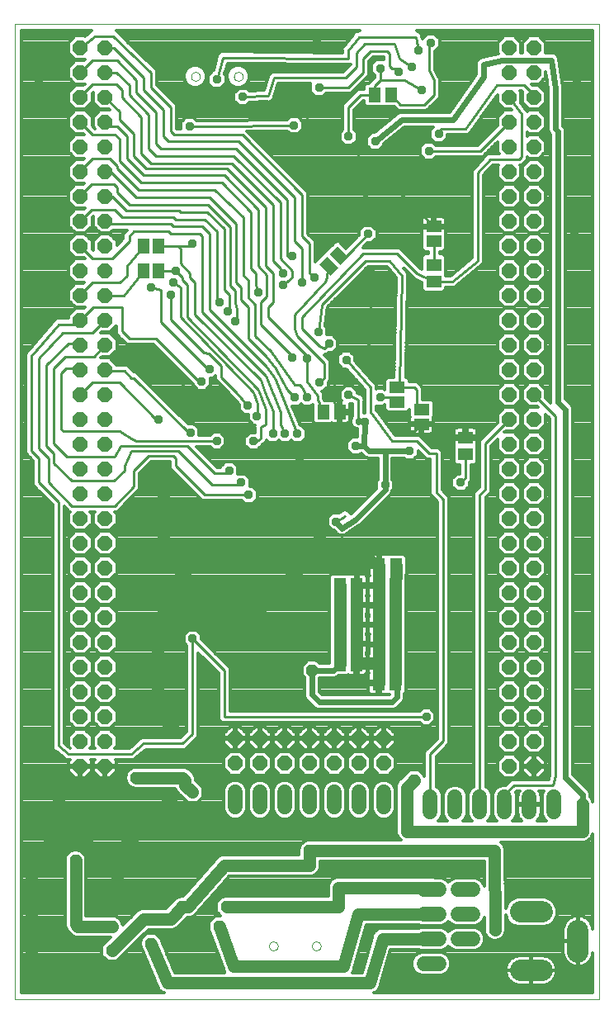
<source format=gbl>
G75*
%MOIN*%
%OFA0B0*%
%FSLAX24Y24*%
%IPPOS*%
%LPD*%
%AMOC8*
5,1,8,0,0,1.08239X$1,22.5*
%
%ADD10C,0.0000*%
%ADD11R,0.0512X0.0591*%
%ADD12C,0.0600*%
%ADD13C,0.0860*%
%ADD14R,0.0630X0.0460*%
%ADD15R,0.0591X0.0512*%
%ADD16R,0.0460X0.0630*%
%ADD17OC8,0.0600*%
%ADD18OC8,0.0472*%
%ADD19C,0.0500*%
%ADD20C,0.0115*%
%ADD21OC8,0.0356*%
%ADD22C,0.0220*%
%ADD23C,0.0240*%
%ADD24OC8,0.0500*%
%ADD25C,0.0138*%
D10*
X000692Y001990D02*
X000692Y041360D01*
X024314Y041360D01*
X024314Y001990D01*
X000692Y001990D01*
X010968Y004155D02*
X010970Y004181D01*
X010976Y004207D01*
X010986Y004232D01*
X010999Y004255D01*
X011015Y004275D01*
X011035Y004293D01*
X011057Y004308D01*
X011080Y004320D01*
X011106Y004328D01*
X011132Y004332D01*
X011158Y004332D01*
X011184Y004328D01*
X011210Y004320D01*
X011234Y004308D01*
X011255Y004293D01*
X011275Y004275D01*
X011291Y004255D01*
X011304Y004232D01*
X011314Y004207D01*
X011320Y004181D01*
X011322Y004155D01*
X011320Y004129D01*
X011314Y004103D01*
X011304Y004078D01*
X011291Y004055D01*
X011275Y004035D01*
X011255Y004017D01*
X011233Y004002D01*
X011210Y003990D01*
X011184Y003982D01*
X011158Y003978D01*
X011132Y003978D01*
X011106Y003982D01*
X011080Y003990D01*
X011056Y004002D01*
X011035Y004017D01*
X011015Y004035D01*
X010999Y004055D01*
X010986Y004078D01*
X010976Y004103D01*
X010970Y004129D01*
X010968Y004155D01*
X012700Y004155D02*
X012702Y004181D01*
X012708Y004207D01*
X012718Y004232D01*
X012731Y004255D01*
X012747Y004275D01*
X012767Y004293D01*
X012789Y004308D01*
X012812Y004320D01*
X012838Y004328D01*
X012864Y004332D01*
X012890Y004332D01*
X012916Y004328D01*
X012942Y004320D01*
X012966Y004308D01*
X012987Y004293D01*
X013007Y004275D01*
X013023Y004255D01*
X013036Y004232D01*
X013046Y004207D01*
X013052Y004181D01*
X013054Y004155D01*
X013052Y004129D01*
X013046Y004103D01*
X013036Y004078D01*
X013023Y004055D01*
X013007Y004035D01*
X012987Y004017D01*
X012965Y004002D01*
X012942Y003990D01*
X012916Y003982D01*
X012890Y003978D01*
X012864Y003978D01*
X012838Y003982D01*
X012812Y003990D01*
X012788Y004002D01*
X012767Y004017D01*
X012747Y004035D01*
X012731Y004055D01*
X012718Y004078D01*
X012708Y004103D01*
X012702Y004129D01*
X012700Y004155D01*
X009550Y039254D02*
X009552Y039280D01*
X009558Y039306D01*
X009568Y039331D01*
X009581Y039354D01*
X009597Y039374D01*
X009617Y039392D01*
X009639Y039407D01*
X009662Y039419D01*
X009688Y039427D01*
X009714Y039431D01*
X009740Y039431D01*
X009766Y039427D01*
X009792Y039419D01*
X009816Y039407D01*
X009837Y039392D01*
X009857Y039374D01*
X009873Y039354D01*
X009886Y039331D01*
X009896Y039306D01*
X009902Y039280D01*
X009904Y039254D01*
X009902Y039228D01*
X009896Y039202D01*
X009886Y039177D01*
X009873Y039154D01*
X009857Y039134D01*
X009837Y039116D01*
X009815Y039101D01*
X009792Y039089D01*
X009766Y039081D01*
X009740Y039077D01*
X009714Y039077D01*
X009688Y039081D01*
X009662Y039089D01*
X009638Y039101D01*
X009617Y039116D01*
X009597Y039134D01*
X009581Y039154D01*
X009568Y039177D01*
X009558Y039202D01*
X009552Y039228D01*
X009550Y039254D01*
X007818Y039254D02*
X007820Y039280D01*
X007826Y039306D01*
X007836Y039331D01*
X007849Y039354D01*
X007865Y039374D01*
X007885Y039392D01*
X007907Y039407D01*
X007930Y039419D01*
X007956Y039427D01*
X007982Y039431D01*
X008008Y039431D01*
X008034Y039427D01*
X008060Y039419D01*
X008084Y039407D01*
X008105Y039392D01*
X008125Y039374D01*
X008141Y039354D01*
X008154Y039331D01*
X008164Y039306D01*
X008170Y039280D01*
X008172Y039254D01*
X008170Y039228D01*
X008164Y039202D01*
X008154Y039177D01*
X008141Y039154D01*
X008125Y039134D01*
X008105Y039116D01*
X008083Y039101D01*
X008060Y039089D01*
X008034Y039081D01*
X008008Y039077D01*
X007982Y039077D01*
X007956Y039081D01*
X007930Y039089D01*
X007906Y039101D01*
X007885Y039116D01*
X007865Y039134D01*
X007849Y039154D01*
X007836Y039177D01*
X007826Y039202D01*
X007820Y039228D01*
X007818Y039254D01*
D11*
X015219Y038506D03*
X015889Y038506D03*
X013822Y025710D03*
X013152Y025710D03*
X015416Y019509D03*
X015397Y018706D03*
X015404Y017907D03*
X015408Y017128D03*
X015412Y016328D03*
X015393Y015557D03*
X015397Y014773D03*
X016066Y014773D03*
X016062Y015557D03*
X016082Y016328D03*
X016078Y017128D03*
X016074Y017907D03*
X016066Y018706D03*
X016086Y019509D03*
X014511Y018714D03*
X014499Y017919D03*
X014495Y017116D03*
X014499Y016356D03*
X014503Y015549D03*
X013834Y015549D03*
X013830Y016356D03*
X013826Y017116D03*
X013830Y017919D03*
X013841Y018714D03*
D12*
X013601Y010361D02*
X013601Y009761D01*
X012601Y009761D02*
X012601Y010361D01*
X011601Y010361D02*
X011601Y009761D01*
X010601Y009761D02*
X010601Y010361D01*
X009601Y010361D02*
X009601Y009761D01*
X014601Y009761D02*
X014601Y010361D01*
X015601Y010361D02*
X015601Y009761D01*
X017483Y009564D02*
X017483Y010164D01*
X018483Y010164D02*
X018483Y009564D01*
X019483Y009564D02*
X019483Y010164D01*
X020483Y010164D02*
X020483Y009564D01*
X021483Y009564D02*
X021483Y010164D01*
X022483Y010164D02*
X022483Y009564D01*
X019201Y006435D02*
X018601Y006435D01*
X018601Y005435D02*
X019201Y005435D01*
X019201Y004435D02*
X018601Y004435D01*
X017823Y004443D02*
X017223Y004443D01*
X017223Y003443D02*
X017823Y003443D01*
X017823Y005443D02*
X017223Y005443D01*
X017223Y006443D02*
X017823Y006443D01*
D13*
X021128Y005533D02*
X021988Y005533D01*
X023448Y004782D02*
X023448Y003922D01*
X021988Y003171D02*
X021128Y003171D01*
D14*
X017129Y025213D03*
X017129Y025813D03*
X016145Y026099D03*
X016145Y026699D03*
X017621Y032595D03*
X017621Y033195D03*
D15*
X017621Y031655D03*
X017621Y030986D03*
X018901Y024667D03*
X018901Y023998D03*
D16*
G36*
X013413Y032085D02*
X013738Y032410D01*
X014183Y031965D01*
X013858Y031640D01*
X013413Y032085D01*
G37*
G36*
X012988Y031660D02*
X013313Y031985D01*
X013758Y031540D01*
X013433Y031215D01*
X012988Y031660D01*
G37*
X006504Y031419D03*
X005904Y031419D03*
X005904Y032403D03*
X006504Y032403D03*
D17*
X004341Y032415D03*
X004341Y031415D03*
X004341Y030415D03*
X004341Y029415D03*
X004341Y028415D03*
X004341Y027415D03*
X004341Y026415D03*
X004341Y025415D03*
X004341Y024415D03*
X004341Y023415D03*
X004341Y022415D03*
X004341Y021415D03*
X004341Y020415D03*
X004341Y019415D03*
X004341Y018415D03*
X004341Y017415D03*
X004341Y016415D03*
X004341Y015415D03*
X004341Y014415D03*
X004341Y013415D03*
X004341Y012415D03*
X004341Y011415D03*
X003341Y011415D03*
X003341Y012415D03*
X003341Y013415D03*
X003341Y014415D03*
X003341Y015415D03*
X003341Y016415D03*
X003341Y017415D03*
X003341Y018415D03*
X003341Y019415D03*
X003341Y020415D03*
X003341Y021415D03*
X003341Y022415D03*
X003341Y023415D03*
X003341Y024415D03*
X003341Y025415D03*
X003341Y026415D03*
X003341Y027415D03*
X003341Y028415D03*
X003341Y029415D03*
X003341Y030415D03*
X003341Y031415D03*
X003341Y032415D03*
X003341Y033415D03*
X003341Y034415D03*
X003341Y035415D03*
X003341Y036415D03*
X003341Y037415D03*
X003341Y038415D03*
X003341Y039415D03*
X003341Y040415D03*
X004341Y040415D03*
X004341Y039415D03*
X004341Y038415D03*
X004341Y037415D03*
X004341Y036415D03*
X004341Y035415D03*
X004341Y034415D03*
X004341Y033415D03*
X009601Y012529D03*
X009601Y011529D03*
X010601Y011529D03*
X010601Y012529D03*
X011601Y012529D03*
X011601Y011529D03*
X012601Y011529D03*
X012601Y012529D03*
X013601Y012529D03*
X013601Y011529D03*
X014601Y011529D03*
X014601Y012529D03*
X015601Y012529D03*
X015601Y011529D03*
X020664Y011415D03*
X020664Y012415D03*
X020664Y013415D03*
X020664Y014415D03*
X020664Y015415D03*
X020664Y016415D03*
X020664Y017415D03*
X020664Y018415D03*
X020664Y019415D03*
X020664Y020415D03*
X020664Y021415D03*
X020664Y022415D03*
X020664Y023415D03*
X020664Y024415D03*
X020664Y025415D03*
X020664Y026415D03*
X020664Y027415D03*
X020664Y028415D03*
X020664Y029415D03*
X020664Y030415D03*
X020664Y031415D03*
X020664Y032415D03*
X020664Y033415D03*
X020664Y034415D03*
X020664Y035415D03*
X020664Y036415D03*
X020664Y037415D03*
X020664Y038415D03*
X020664Y039415D03*
X020664Y040415D03*
X021664Y040415D03*
X021664Y039415D03*
X021664Y038415D03*
X021664Y037415D03*
X021664Y036415D03*
X021664Y035415D03*
X021664Y034415D03*
X021664Y033415D03*
X021664Y032415D03*
X021664Y031415D03*
X021664Y030415D03*
X021664Y029415D03*
X021664Y028415D03*
X021664Y027415D03*
X021664Y026415D03*
X021664Y025415D03*
X021664Y024415D03*
X021664Y023415D03*
X021664Y022415D03*
X021664Y021415D03*
X021664Y020415D03*
X021664Y019415D03*
X021664Y018415D03*
X021664Y017415D03*
X021664Y016415D03*
X021664Y015415D03*
X021664Y014415D03*
X021664Y013415D03*
X021664Y012415D03*
X021664Y011415D03*
D18*
X023625Y009864D03*
X020097Y004809D03*
X016834Y010848D03*
X012601Y007994D03*
X009255Y005730D03*
X008960Y004943D03*
X007483Y005730D03*
X006204Y004254D03*
X004826Y005730D03*
X004629Y004943D03*
X004629Y003958D03*
X002464Y002679D03*
X003152Y007600D03*
X005613Y010946D03*
X006991Y010061D03*
X007877Y010356D03*
X007188Y012817D03*
X012700Y015277D03*
D19*
X013834Y015549D02*
X013834Y015958D01*
X013830Y016356D01*
X013830Y016718D01*
X013826Y017116D01*
X013826Y017423D01*
X013830Y017919D01*
X013830Y018407D01*
X013841Y018714D01*
X014511Y018714D02*
X014511Y017931D01*
X014499Y017919D01*
X014499Y017120D01*
X014495Y017116D01*
X014495Y016360D01*
X014499Y016356D01*
X014499Y015553D01*
X014503Y015549D01*
X014511Y015557D01*
X015393Y015557D01*
X015397Y015553D01*
X015397Y016313D01*
X015412Y016328D01*
X015412Y017124D01*
X015408Y017128D01*
X015408Y017903D01*
X015404Y017907D01*
X015404Y018698D01*
X015397Y018706D01*
X015397Y019490D01*
X015416Y019509D01*
X016086Y019509D02*
X016086Y019218D01*
X016066Y018706D01*
X016066Y018309D01*
X016074Y017907D01*
X016074Y017328D01*
X016078Y017128D01*
X016078Y016726D01*
X016082Y016328D01*
X016082Y015970D01*
X016062Y015557D01*
X016062Y015269D01*
X016066Y014773D01*
X015397Y014773D02*
X015397Y015553D01*
X016834Y010848D02*
X016538Y010553D01*
X016538Y008781D01*
X023625Y008781D01*
X023625Y009569D01*
X023625Y009864D01*
X020082Y007994D02*
X020097Y004809D01*
X020082Y007994D02*
X012601Y007994D01*
X012601Y007403D01*
X009168Y007403D01*
X007692Y005730D01*
X007728Y005766D01*
X007728Y005778D01*
X007680Y005730D01*
X007483Y005730D01*
X006991Y005238D01*
X005908Y005238D01*
X004629Y003958D01*
X004629Y004943D02*
X003251Y004943D01*
X003152Y005041D01*
X003152Y007600D01*
X003546Y008387D02*
X002464Y008387D01*
X002464Y010454D01*
X001971Y010946D01*
X002168Y008387D02*
X001381Y007600D01*
X001381Y003171D01*
X001873Y002679D01*
X002464Y002679D01*
X004826Y005730D02*
X004826Y007108D01*
X004826Y007895D01*
X006991Y010061D01*
X007582Y010651D02*
X007582Y010848D01*
X007483Y010946D01*
X005613Y010946D01*
X007188Y012817D02*
X006479Y013643D01*
X006479Y014805D01*
X006479Y017364D01*
X006794Y017639D01*
X007582Y017639D01*
X007582Y019116D01*
X006696Y020002D01*
X006696Y023446D01*
X007582Y017639D02*
X007586Y017639D01*
X007637Y017588D01*
X010385Y017588D01*
X012995Y020198D01*
X012995Y020297D01*
X013093Y020395D01*
X012995Y020297D02*
X012995Y021084D01*
X012936Y021143D01*
X012995Y021084D02*
X012995Y021281D01*
X007582Y010651D02*
X007877Y010356D01*
X009255Y005730D02*
X013782Y005730D01*
X013782Y006517D01*
X017523Y006517D01*
X017523Y006443D01*
X017523Y005443D02*
X014570Y005443D01*
X013979Y003324D01*
X009550Y003324D01*
X008960Y004943D01*
X006204Y004254D02*
X006873Y002659D01*
X015042Y002659D01*
X015554Y004443D01*
X017523Y004443D01*
X004826Y007108D02*
X003546Y008387D01*
X002464Y008387D02*
X002168Y008387D01*
D20*
X002857Y011903D02*
X002464Y012226D01*
X002464Y022069D01*
X001676Y022856D01*
X001676Y023840D01*
X001381Y024135D01*
X001381Y027974D01*
X002464Y029254D01*
X003180Y029254D01*
X003341Y029415D01*
X003869Y029943D01*
X005023Y029943D01*
X005023Y028958D01*
X005318Y028663D01*
X006401Y028663D01*
X008125Y026939D01*
X008243Y026939D01*
X008617Y027332D02*
X006597Y029352D01*
X006597Y030631D01*
X006204Y030730D01*
X006504Y031419D02*
X007188Y031419D01*
X007483Y031124D01*
X007483Y031025D01*
X007680Y030828D01*
X007680Y029549D01*
X010534Y026596D01*
X010790Y025911D01*
X010794Y025907D01*
X010830Y025809D01*
X010830Y025218D01*
X010633Y025120D01*
X010633Y024628D01*
X010338Y024431D01*
X010338Y024529D01*
X011125Y024824D02*
X011125Y025730D01*
X011129Y025734D01*
X010904Y026269D01*
X010802Y026509D01*
X010731Y026694D01*
X010633Y026990D01*
X007975Y029647D01*
X007975Y030927D01*
X007778Y031124D01*
X007778Y031320D01*
X007385Y031714D01*
X007385Y032305D01*
X007286Y032403D01*
X007680Y032403D01*
X007778Y032403D01*
X007877Y032502D01*
X007680Y032403D01*
X007286Y032403D02*
X006504Y032403D01*
X005904Y032403D02*
X005219Y031620D01*
X005219Y031222D01*
X004924Y030927D01*
X003841Y030927D01*
X003341Y030427D01*
X003341Y030415D01*
X004341Y029415D02*
X003845Y028903D01*
X002621Y028903D01*
X001676Y027876D01*
X001676Y024234D01*
X002070Y023840D01*
X002070Y022856D01*
X003007Y021919D01*
X004735Y021919D01*
X005515Y022698D01*
X005515Y023348D01*
X006105Y023939D01*
X007090Y023939D01*
X007188Y023840D01*
X007188Y023545D01*
X008369Y022364D01*
X010141Y022364D01*
X009747Y022757D02*
X009845Y022856D01*
X009747Y022757D02*
X008664Y022757D01*
X007286Y024135D01*
X005416Y024135D01*
X005121Y023545D01*
X005121Y023328D01*
X004715Y022923D01*
X002987Y022923D01*
X002267Y023643D01*
X002267Y024037D01*
X001971Y024332D01*
X001971Y027604D01*
X002857Y028466D01*
X003290Y028466D01*
X003341Y028415D01*
X003893Y027931D02*
X002751Y027931D01*
X002267Y027482D01*
X002267Y024431D01*
X002802Y023895D01*
X004735Y023895D01*
X004975Y024332D01*
X007680Y024332D01*
X008763Y023250D01*
X009255Y023250D01*
X009353Y023348D01*
X008857Y024537D02*
X005597Y024549D01*
X005416Y024628D01*
X004924Y024923D01*
X002660Y024923D01*
X002562Y025021D01*
X002562Y027285D01*
X002759Y027482D01*
X003275Y027482D01*
X003341Y027415D01*
X003818Y026891D02*
X003341Y026415D01*
X003818Y026891D02*
X004924Y026891D01*
X006401Y025415D01*
X006499Y025415D01*
X007723Y024880D02*
X005515Y027088D01*
X005416Y027088D01*
X005121Y027383D01*
X004373Y027383D01*
X004341Y027415D01*
X003893Y027931D02*
X004341Y028415D01*
X004341Y030415D02*
X005097Y030415D01*
X005904Y031419D01*
X005318Y032600D02*
X004629Y031911D01*
X003845Y031911D01*
X003341Y032415D01*
X003341Y033415D02*
X003806Y033880D01*
X004727Y033880D01*
X005023Y033584D01*
X007090Y033584D01*
X007188Y033486D01*
X008369Y033486D01*
X008861Y032994D01*
X008861Y030139D01*
X008960Y030139D01*
X009302Y029797D02*
X009353Y029844D01*
X009353Y030435D01*
X009156Y030631D01*
X009156Y033092D01*
X008467Y033781D01*
X007385Y033781D01*
X007338Y033828D01*
X005212Y033828D01*
X004625Y034415D01*
X004341Y034415D01*
X004826Y034569D02*
X004826Y034765D01*
X004688Y034903D01*
X003798Y034903D01*
X003341Y034446D01*
X003341Y034415D01*
X003341Y035415D02*
X003341Y035446D01*
X003841Y035946D01*
X004530Y035946D01*
X004826Y035651D01*
X004826Y035553D01*
X005712Y034667D01*
X008763Y034667D01*
X009944Y033584D01*
X009944Y031222D01*
X010141Y031025D01*
X010141Y030336D01*
X010397Y030041D01*
X010397Y028761D01*
X011027Y028171D01*
X012011Y026793D01*
X012208Y026793D01*
X012306Y026694D01*
X012503Y026301D01*
X012897Y026399D02*
X012487Y026943D01*
X012503Y027876D01*
X012503Y027974D01*
X010928Y029549D01*
X010928Y029943D01*
X011125Y030139D01*
X011125Y031320D01*
X010830Y031616D01*
X010830Y033978D01*
X009255Y035553D01*
X006007Y035553D01*
X005515Y036045D01*
X005515Y036931D01*
X004924Y037521D01*
X004924Y037832D01*
X004341Y038415D01*
X004802Y038923D02*
X003841Y038923D01*
X003341Y038423D01*
X003341Y038415D01*
X003341Y039415D02*
X003826Y039899D01*
X004830Y039899D01*
X005613Y039116D01*
X005613Y038604D01*
X006401Y037817D01*
X006401Y036537D01*
X006597Y036340D01*
X009649Y036340D01*
X011715Y034273D01*
X011715Y032009D01*
X011912Y032009D01*
X011420Y031911D02*
X011912Y031419D01*
X011912Y031124D01*
X011519Y030828D01*
X011519Y031320D02*
X011420Y031320D01*
X011420Y031517D01*
X011125Y031813D01*
X011125Y034076D01*
X009452Y035750D01*
X006204Y035750D01*
X005810Y036143D01*
X005810Y037620D01*
X005023Y038407D01*
X005023Y038702D01*
X004802Y038923D01*
X004802Y039415D02*
X004341Y039415D01*
X004802Y039415D02*
X005318Y038899D01*
X005318Y038506D01*
X006105Y037718D01*
X006105Y036340D01*
X006401Y036045D01*
X009550Y036045D01*
X011420Y034175D01*
X011420Y031911D01*
X010869Y031246D02*
X010869Y030360D01*
X010633Y030139D01*
X010633Y029254D01*
X011912Y027974D01*
X011912Y027895D01*
X011223Y027482D02*
X011314Y027352D01*
X011715Y026596D01*
X012011Y026301D01*
X011420Y026498D02*
X011223Y026990D01*
X011125Y027187D01*
X010830Y027580D01*
X008566Y029844D01*
X008566Y032895D01*
X008271Y033191D01*
X007090Y033191D01*
X006991Y033289D01*
X004467Y033289D01*
X004341Y033415D01*
X005318Y034076D02*
X004826Y034569D01*
X005318Y034076D02*
X008491Y034076D01*
X009385Y033183D01*
X009385Y030797D01*
X009593Y030600D01*
X009593Y030108D01*
X009676Y029887D01*
X009676Y029478D01*
X009649Y029450D01*
X009605Y029360D01*
X009302Y029785D02*
X009302Y029797D01*
X009845Y030238D02*
X009845Y030730D01*
X009649Y030927D01*
X009649Y033289D01*
X008566Y034372D01*
X005613Y034372D01*
X004570Y035415D01*
X004341Y035415D01*
X004924Y035848D02*
X004924Y036734D01*
X004751Y036907D01*
X003838Y036907D01*
X003341Y037403D01*
X003341Y037415D01*
X004341Y037415D02*
X004530Y037226D01*
X004826Y037226D01*
X005219Y036832D01*
X005219Y035946D01*
X005908Y035257D01*
X009156Y035257D01*
X010534Y033880D01*
X010534Y031616D01*
X010869Y031246D01*
X010436Y030828D02*
X010534Y030533D01*
X010436Y030828D02*
X010436Y031320D01*
X010239Y031517D01*
X010239Y033781D01*
X009058Y034962D01*
X005810Y034962D01*
X004924Y035848D01*
X005515Y032994D02*
X005318Y032797D01*
X005318Y032600D01*
X005515Y032994D02*
X006893Y032994D01*
X006991Y032895D01*
X008172Y032895D01*
X008271Y032797D01*
X008271Y029746D01*
X010830Y027187D01*
X011420Y025710D01*
X011420Y025218D01*
X011617Y024824D01*
X012109Y024824D02*
X011420Y026498D01*
X011223Y027482D02*
X010830Y027974D01*
X010141Y028663D01*
X010141Y029943D01*
X009845Y030238D01*
X008519Y028080D02*
X009027Y027569D01*
X009050Y027096D01*
X009649Y026498D01*
X010117Y025963D01*
X010499Y026041D02*
X010499Y025647D01*
X010534Y025612D01*
X010479Y025537D01*
X010499Y026041D02*
X010338Y026498D01*
X007385Y029549D01*
X007385Y030730D01*
X007090Y030927D01*
X006991Y030435D02*
X006991Y029450D01*
X008345Y028096D01*
X008519Y028080D01*
X008574Y027431D02*
X008617Y027332D01*
X007778Y026498D02*
X006302Y028072D01*
X007723Y024880D02*
X007786Y024880D01*
X012109Y028761D02*
X012011Y029057D01*
X012011Y029647D01*
X013275Y031010D01*
X013373Y031600D01*
X013798Y032025D02*
X014093Y031994D01*
X014305Y032206D01*
X014964Y032895D01*
X014767Y032108D02*
X012306Y029549D01*
X012306Y029057D01*
X012995Y028368D01*
X013192Y028269D01*
X013389Y028466D01*
X013881Y028269D02*
X013586Y027876D01*
X013586Y026694D01*
X013389Y026498D01*
X013389Y026399D01*
X013440Y026360D01*
X013428Y026360D01*
X013822Y025710D01*
X014176Y026399D02*
X014570Y026202D01*
X014570Y025368D01*
X015062Y025710D02*
X015948Y024529D01*
X016932Y024529D01*
X017424Y024037D01*
X017719Y024037D01*
X017719Y022462D01*
X018015Y022167D01*
X018015Y012423D01*
X017483Y011891D01*
X017483Y009864D01*
X019483Y009864D02*
X019483Y022356D01*
X019688Y022561D01*
X019688Y024439D01*
X020664Y025415D01*
X021664Y026415D02*
X022542Y025537D01*
X022542Y011045D01*
X022444Y010651D01*
X020869Y010651D01*
X020483Y010265D01*
X020483Y009864D01*
X017326Y013407D02*
X009156Y013407D01*
X009156Y015277D01*
X007877Y016557D01*
X007877Y012718D01*
X007483Y012324D01*
X005908Y012324D01*
X005416Y011903D01*
X002857Y011903D01*
X013192Y027679D02*
X012109Y028761D01*
X012956Y028946D02*
X013093Y030041D01*
X014865Y031813D01*
X015849Y031813D01*
X016341Y031222D01*
X016243Y026793D01*
X016145Y026694D01*
X016834Y026694D01*
X016932Y026596D01*
X016932Y026010D01*
X017129Y025813D01*
X017129Y025213D02*
X016838Y024923D01*
X016440Y024923D01*
X016145Y026099D02*
X015943Y026301D01*
X015456Y026301D01*
X015062Y026694D02*
X015062Y025710D01*
X015062Y026694D02*
X014086Y027809D01*
X013881Y028269D02*
X014865Y028269D01*
X015062Y028565D01*
X015062Y031419D01*
X014767Y032108D02*
X016145Y032108D01*
X016932Y031320D01*
X017621Y030986D01*
X018369Y030986D01*
X019393Y031813D01*
X019393Y035356D01*
X019893Y035915D01*
X021070Y035907D01*
X021172Y036009D01*
X021172Y036013D01*
X021164Y037734D01*
X020664Y038415D01*
X020180Y038899D02*
X021263Y038899D01*
X021664Y038498D01*
X021664Y038415D01*
X020664Y037415D02*
X019491Y036242D01*
X017424Y036242D01*
X017818Y036931D02*
X017916Y037128D01*
X018901Y037128D01*
X020180Y038899D01*
X017621Y039096D02*
X017621Y038506D01*
X017227Y038112D01*
X016282Y038112D01*
X015889Y038506D01*
X015456Y039096D02*
X015456Y039588D01*
X015849Y039687D02*
X015849Y040179D01*
X015751Y040277D01*
X015062Y040277D01*
X014767Y039982D01*
X014767Y039391D01*
X014176Y038801D01*
X012995Y038801D01*
X012503Y037935D02*
X011519Y038801D01*
X011164Y039194D02*
X010928Y038466D01*
X009904Y038427D01*
X008861Y039135D02*
X009117Y040021D01*
X014176Y039982D01*
X014156Y040297D01*
X014590Y040848D01*
X016893Y040848D01*
X017011Y040317D01*
X016743Y039624D02*
X016243Y039982D01*
X016046Y040572D01*
X014845Y040572D01*
X014511Y040218D01*
X014511Y039628D01*
X014078Y039194D01*
X011164Y039194D01*
X011971Y037285D02*
X008566Y037246D01*
X007759Y037246D01*
X007129Y036891D02*
X009885Y036891D01*
X012306Y034470D01*
X012306Y032797D01*
X012601Y032502D01*
X012601Y031320D01*
X012798Y031124D01*
X012306Y030927D02*
X012306Y032305D01*
X012011Y032600D01*
X012011Y034372D01*
X009747Y036635D01*
X006893Y036635D01*
X006696Y036832D01*
X006696Y037915D01*
X005908Y038702D01*
X005908Y039194D01*
X004688Y040415D01*
X004341Y040415D01*
X004672Y040887D02*
X003936Y040887D01*
X003341Y040415D01*
X004672Y040887D02*
X006204Y039391D01*
X006204Y038801D01*
X006991Y038013D01*
X006991Y037029D01*
X007129Y036891D01*
X012503Y037246D02*
X012503Y037935D01*
X012503Y037246D02*
X012995Y036635D01*
X013093Y036635D01*
X013192Y036439D01*
X014570Y036439D01*
X014570Y034667D01*
X014865Y034569D01*
X016248Y034569D01*
X017621Y033195D01*
X017621Y032595D02*
X017621Y031655D01*
X016829Y026699D02*
X016145Y026699D01*
X016829Y026699D02*
X016834Y026694D01*
X018349Y024667D02*
X018901Y024667D01*
X018901Y023998D02*
X018901Y023053D01*
X018704Y022856D01*
X018310Y023348D02*
X018310Y024628D01*
X018349Y024667D01*
X015652Y024037D02*
X015554Y024135D01*
X014038Y021517D02*
X013684Y021281D01*
X013684Y021277D01*
X012995Y021281D02*
X012936Y021143D01*
X015062Y019517D02*
X015156Y019515D01*
X015416Y019509D01*
X013152Y025710D02*
X012932Y026198D01*
X012932Y026364D01*
X012897Y026399D01*
X012995Y026891D02*
X013192Y027088D01*
X013192Y027679D01*
X014570Y036439D02*
X014668Y036635D01*
X014668Y036832D01*
X014176Y036832D02*
X014176Y038013D01*
X014668Y038506D01*
X015219Y038506D01*
X015219Y038860D01*
X015456Y039096D01*
X016440Y039096D01*
X017129Y038702D01*
X017621Y039096D02*
X017424Y039490D01*
X017424Y040533D01*
X017503Y040612D01*
X016212Y039450D02*
X016046Y039588D01*
X015948Y039588D01*
X015849Y039687D01*
D21*
X015456Y039588D03*
X016212Y039450D03*
X016743Y039624D03*
X017011Y040317D03*
X017503Y040612D03*
X017129Y038702D03*
X017818Y036931D03*
X017424Y036242D03*
X015259Y036635D03*
X014668Y036832D03*
X014176Y036832D03*
X012995Y038801D03*
X012897Y040750D03*
X011519Y038801D03*
X011971Y037285D03*
X009904Y038427D03*
X008861Y039135D03*
X007759Y037246D03*
X007877Y032502D03*
X007188Y031419D03*
X007090Y030927D03*
X006991Y030435D03*
X006204Y030730D03*
X006302Y028072D03*
X007778Y026498D03*
X008243Y026939D03*
X008574Y027431D03*
X009605Y029360D03*
X009302Y029785D03*
X008960Y030139D03*
X010534Y030533D03*
X011519Y030828D03*
X011519Y031320D03*
X011912Y032009D03*
X012306Y030927D03*
X012798Y031124D03*
X012936Y033289D03*
X014865Y034569D03*
X014964Y032895D03*
X015062Y031419D03*
X013389Y028466D03*
X012956Y028946D03*
X012503Y027876D03*
X012995Y026891D03*
X013389Y026399D03*
X014176Y026399D03*
X014818Y025317D03*
X014471Y024332D03*
X015652Y022757D03*
X016637Y024135D03*
X016440Y024923D03*
X015456Y026301D03*
X014086Y027809D03*
X012503Y026301D03*
X012011Y026301D03*
X011912Y027895D03*
X010479Y025537D03*
X010117Y025963D03*
X010338Y024529D03*
X011125Y024824D03*
X011617Y024824D03*
X012109Y024824D03*
X012188Y023722D03*
X012995Y021281D03*
X013684Y021281D03*
X010141Y022364D03*
X009845Y022856D03*
X009353Y023348D03*
X008857Y024537D03*
X007786Y024880D03*
X006696Y023446D03*
X006499Y025415D03*
X006696Y020002D03*
X007637Y017588D03*
X007877Y016557D03*
X006479Y014805D03*
X001440Y031911D03*
X001676Y038978D03*
X017326Y013407D03*
X018704Y022856D03*
X018310Y023348D03*
X023310Y032954D03*
X023408Y039037D03*
D22*
X014818Y025317D02*
X014814Y024332D01*
X014471Y024332D01*
X014814Y024332D02*
X015011Y024135D01*
X015554Y024135D01*
X016637Y024135D01*
X015652Y024037D02*
X015652Y022757D01*
X015652Y022561D01*
X014471Y021380D01*
X013908Y021013D01*
X013684Y021277D01*
X014570Y025317D02*
X014570Y025368D01*
X014818Y025317D01*
D23*
X014570Y020395D02*
X013093Y020395D01*
X014570Y020395D02*
X015156Y019809D01*
X015156Y019515D01*
X013834Y015549D02*
X013562Y015277D01*
X012700Y015277D01*
X012700Y014293D01*
X012995Y013998D01*
X015948Y013998D01*
X016145Y014194D01*
X016145Y014694D01*
X016066Y014773D01*
X022936Y025809D02*
X022641Y026104D01*
X022641Y037029D01*
X022542Y037128D01*
X022542Y038765D01*
X022377Y039915D01*
X020373Y039915D01*
X019625Y039726D01*
X019629Y039234D01*
X018408Y037521D01*
X016341Y037521D01*
X015259Y036635D01*
X022936Y025809D02*
X022936Y010946D01*
X023625Y010257D01*
X023625Y009569D01*
D24*
X001971Y010946D03*
D25*
X002698Y011728D02*
X002379Y011990D01*
X002366Y011990D01*
X002305Y012051D01*
X002238Y012105D01*
X002237Y012119D01*
X002227Y012128D01*
X002227Y012214D01*
X002219Y012300D01*
X002227Y012311D01*
X002227Y021971D01*
X001578Y022620D01*
X001440Y022758D01*
X001440Y023742D01*
X001283Y023899D01*
X001144Y024038D01*
X001144Y027964D01*
X001137Y028052D01*
X001144Y028061D01*
X001144Y028072D01*
X001207Y028134D01*
X002227Y029340D01*
X002227Y029351D01*
X002289Y029414D01*
X002346Y029481D01*
X002358Y029482D01*
X002366Y029490D01*
X002454Y029490D01*
X002541Y029497D01*
X002550Y029490D01*
X002863Y029490D01*
X002863Y029613D01*
X003143Y029894D01*
X003486Y029894D01*
X003528Y029936D01*
X003143Y029936D01*
X002863Y030217D01*
X002863Y030613D01*
X003143Y030894D01*
X003474Y030894D01*
X003516Y030936D01*
X003143Y030936D01*
X002863Y031217D01*
X002863Y031613D01*
X003143Y031894D01*
X003528Y031894D01*
X003486Y031936D01*
X003143Y031936D01*
X002863Y032217D01*
X002863Y032613D01*
X003143Y032894D01*
X003540Y032894D01*
X003820Y032613D01*
X003820Y032270D01*
X003863Y032228D01*
X003863Y032613D01*
X004143Y032894D01*
X004540Y032894D01*
X004820Y032613D01*
X004820Y032437D01*
X005081Y032698D01*
X005081Y032895D01*
X005220Y033033D01*
X005239Y033053D01*
X004656Y033053D01*
X004540Y032936D01*
X004143Y032936D01*
X003863Y033217D01*
X003863Y033602D01*
X003820Y033560D01*
X003820Y033217D01*
X003540Y032936D01*
X003143Y032936D01*
X002863Y033217D01*
X002863Y033613D01*
X003143Y033894D01*
X003486Y033894D01*
X003528Y033936D01*
X003143Y033936D01*
X002863Y034217D01*
X002863Y034613D01*
X003143Y034894D01*
X003455Y034894D01*
X003497Y034936D01*
X003143Y034936D01*
X002863Y035217D01*
X002863Y035613D01*
X003143Y035894D01*
X003455Y035894D01*
X003497Y035936D01*
X003143Y035936D01*
X002863Y036217D01*
X002863Y036613D01*
X003143Y036894D01*
X003516Y036894D01*
X003474Y036936D01*
X003143Y036936D01*
X002863Y037217D01*
X002863Y037613D01*
X003143Y037894D01*
X003540Y037894D01*
X003820Y037613D01*
X003820Y037259D01*
X003935Y037143D01*
X003936Y037143D01*
X003863Y037217D01*
X003863Y037613D01*
X004143Y037894D01*
X004528Y037894D01*
X004486Y037936D01*
X004143Y037936D01*
X003863Y038217D01*
X003863Y038610D01*
X003820Y038567D01*
X003820Y038217D01*
X003540Y037936D01*
X003143Y037936D01*
X002863Y038217D01*
X002863Y038613D01*
X003143Y038894D01*
X003478Y038894D01*
X003520Y038936D01*
X003143Y038936D01*
X002863Y039217D01*
X002863Y039613D01*
X003143Y039894D01*
X003486Y039894D01*
X003528Y039936D01*
X003143Y039936D01*
X002863Y040217D01*
X002863Y040613D01*
X003143Y040894D01*
X003540Y040894D01*
X003551Y040883D01*
X003778Y041064D01*
X003805Y041091D01*
X000961Y041091D01*
X000961Y002259D01*
X006719Y002259D01*
X006710Y002262D01*
X006632Y002294D01*
X006631Y002295D01*
X006630Y002295D01*
X006570Y002355D01*
X006511Y002414D01*
X006510Y002415D01*
X006509Y002416D01*
X006477Y002494D01*
X005827Y004043D01*
X005789Y004082D01*
X005789Y004134D01*
X005775Y004166D01*
X005774Y004337D01*
X005789Y004372D01*
X005789Y004425D01*
X005826Y004463D01*
X005839Y004495D01*
X005959Y004616D01*
X005994Y004630D01*
X006032Y004669D01*
X006084Y004669D01*
X006116Y004682D01*
X006287Y004683D01*
X006322Y004669D01*
X006376Y004669D01*
X006413Y004631D01*
X006445Y004618D01*
X006566Y004498D01*
X006581Y004464D01*
X006619Y004425D01*
X006619Y004373D01*
X007158Y003088D01*
X009184Y003088D01*
X009183Y003090D01*
X009176Y003097D01*
X009150Y003169D01*
X009121Y003239D01*
X009121Y003249D01*
X008578Y004737D01*
X008544Y004771D01*
X008544Y004829D01*
X008527Y004876D01*
X008535Y005046D01*
X008544Y005067D01*
X008544Y005114D01*
X008586Y005156D01*
X008607Y005201D01*
X008732Y005316D01*
X008754Y005324D01*
X008788Y005358D01*
X008846Y005358D01*
X008893Y005375D01*
X009009Y005370D01*
X008891Y005487D01*
X008877Y005520D01*
X008840Y005558D01*
X008840Y005611D01*
X008826Y005645D01*
X008826Y005815D01*
X008840Y005849D01*
X008840Y005902D01*
X008877Y005940D01*
X008891Y005973D01*
X009012Y006094D01*
X009045Y006107D01*
X009083Y006145D01*
X009136Y006145D01*
X009170Y006159D01*
X013354Y006159D01*
X013354Y006603D01*
X013419Y006760D01*
X013539Y006881D01*
X013697Y006946D01*
X017608Y006946D01*
X017668Y006921D01*
X017918Y006921D01*
X018094Y006849D01*
X018215Y006727D01*
X018329Y006841D01*
X018505Y006914D01*
X019296Y006914D01*
X019472Y006841D01*
X019607Y006706D01*
X019660Y006577D01*
X019655Y007565D01*
X013030Y007565D01*
X013030Y007318D01*
X012965Y007160D01*
X012844Y007040D01*
X012687Y006974D01*
X009362Y006974D01*
X008100Y005545D01*
X008091Y005523D01*
X008005Y005436D01*
X007957Y005382D01*
X007945Y005376D01*
X007935Y005366D01*
X007868Y005339D01*
X007804Y005307D01*
X007790Y005306D01*
X007777Y005301D01*
X007705Y005301D01*
X007658Y005298D01*
X007234Y004874D01*
X007076Y004809D01*
X006086Y004809D01*
X004872Y003595D01*
X004839Y003581D01*
X004801Y003543D01*
X004747Y003543D01*
X004714Y003529D01*
X004544Y003529D01*
X004510Y003543D01*
X004457Y003543D01*
X004419Y003581D01*
X004386Y003595D01*
X004265Y003715D01*
X004251Y003749D01*
X004214Y003786D01*
X004214Y003840D01*
X004200Y003873D01*
X004200Y004044D01*
X004214Y004077D01*
X004214Y004130D01*
X004251Y004168D01*
X004265Y004201D01*
X004578Y004514D01*
X003166Y004514D01*
X003008Y004579D01*
X002887Y004700D01*
X002789Y004798D01*
X002724Y004956D01*
X002724Y007685D01*
X002737Y007719D01*
X002737Y007772D01*
X002775Y007810D01*
X002789Y007843D01*
X002910Y007964D01*
X002943Y007977D01*
X002981Y008015D01*
X003034Y008015D01*
X003067Y008029D01*
X003238Y008029D01*
X003271Y008015D01*
X003324Y008015D01*
X003362Y007977D01*
X003395Y007964D01*
X003516Y007843D01*
X003530Y007810D01*
X003568Y007772D01*
X003568Y007719D01*
X003581Y007685D01*
X003581Y005371D01*
X004714Y005371D01*
X004747Y005358D01*
X004801Y005358D01*
X004839Y005320D01*
X004872Y005306D01*
X004992Y005185D01*
X004993Y005185D02*
X005249Y005185D01*
X005113Y005049D02*
X005049Y005049D01*
X005044Y005061D02*
X005044Y005114D01*
X005006Y005152D01*
X004992Y005185D01*
X005044Y005061D02*
X005058Y005028D01*
X005058Y004994D01*
X005545Y005481D01*
X005665Y005601D01*
X005823Y005667D01*
X006813Y005667D01*
X007240Y006094D01*
X007274Y006107D01*
X007311Y006145D01*
X007365Y006145D01*
X007398Y006159D01*
X007498Y006159D01*
X008799Y007633D01*
X008805Y007646D01*
X008856Y007697D01*
X008903Y007751D01*
X008916Y007757D01*
X008925Y007767D01*
X008992Y007794D01*
X009056Y007826D01*
X009070Y007827D01*
X009083Y007832D01*
X009155Y007832D01*
X009227Y007837D01*
X009240Y007832D01*
X012172Y007832D01*
X012172Y008079D01*
X012186Y008112D01*
X012186Y008166D01*
X012224Y008203D01*
X012238Y008237D01*
X012358Y008357D01*
X012392Y008371D01*
X012429Y008409D01*
X012483Y008409D01*
X012516Y008423D01*
X016290Y008423D01*
X016175Y008538D01*
X016109Y008696D01*
X016109Y010638D01*
X016175Y010796D01*
X016591Y011212D01*
X016624Y011225D01*
X016662Y011263D01*
X016715Y011263D01*
X016748Y011277D01*
X016919Y011277D01*
X016952Y011263D01*
X017006Y011263D01*
X017043Y011225D01*
X017077Y011212D01*
X017197Y011091D01*
X017211Y011058D01*
X017247Y011022D01*
X017247Y011989D01*
X017778Y012521D01*
X017778Y022069D01*
X017622Y022226D01*
X017483Y022364D01*
X017483Y023801D01*
X017326Y023801D01*
X017188Y023939D01*
X016994Y024133D01*
X016994Y023988D01*
X016785Y023778D01*
X016489Y023778D01*
X016421Y023847D01*
X015941Y023847D01*
X015941Y022973D01*
X016009Y022905D01*
X016009Y022610D01*
X015941Y022541D01*
X015941Y022503D01*
X015897Y022397D01*
X014695Y021194D01*
X014677Y021169D01*
X014654Y021154D01*
X014635Y021135D01*
X014607Y021123D01*
X014081Y020781D01*
X014052Y020756D01*
X014034Y020750D01*
X014018Y020740D01*
X013980Y020733D01*
X013942Y020721D01*
X013923Y020722D01*
X013905Y020719D01*
X013867Y020727D01*
X013828Y020730D01*
X013811Y020739D01*
X013792Y020743D01*
X013760Y020765D01*
X013726Y020782D01*
X013713Y020797D01*
X013698Y020808D01*
X013676Y020840D01*
X013605Y020924D01*
X013536Y020924D01*
X013327Y021133D01*
X013327Y021429D01*
X013536Y021638D01*
X013793Y021638D01*
X013989Y021768D01*
X014181Y021730D01*
X014271Y021594D01*
X014289Y021605D01*
X015295Y022612D01*
X015295Y022905D01*
X015364Y022973D01*
X015364Y023847D01*
X014953Y023847D01*
X014847Y023891D01*
X014694Y024043D01*
X014687Y024043D01*
X014619Y023975D01*
X014324Y023975D01*
X014114Y024184D01*
X014114Y024480D01*
X014324Y024689D01*
X014526Y024689D01*
X014528Y025028D01*
X014512Y025028D01*
X014406Y025072D01*
X014325Y025153D01*
X014281Y025259D01*
X014281Y025340D01*
X014275Y025370D01*
X014281Y025397D01*
X014281Y025425D01*
X014292Y025453D01*
X014298Y025482D01*
X014314Y025506D01*
X014325Y025531D01*
X014333Y025540D01*
X014333Y026052D01*
X014324Y026042D01*
X014243Y026042D01*
X014247Y026028D01*
X014247Y025769D01*
X013881Y025769D01*
X013881Y025651D01*
X014247Y025651D01*
X014247Y025393D01*
X014235Y025350D01*
X014213Y025311D01*
X014181Y025280D01*
X014143Y025258D01*
X014100Y025246D01*
X013881Y025246D01*
X013881Y025651D01*
X013763Y025651D01*
X013763Y025246D01*
X013544Y025246D01*
X013503Y025257D01*
X013483Y025236D01*
X012822Y025236D01*
X012718Y025341D01*
X012718Y026011D01*
X012651Y025944D01*
X012355Y025944D01*
X012257Y026042D01*
X012159Y025944D01*
X011904Y025944D01*
X012218Y025181D01*
X012257Y025181D01*
X012466Y024972D01*
X012466Y024677D01*
X012257Y024467D01*
X011961Y024467D01*
X011863Y024566D01*
X011765Y024467D01*
X011469Y024467D01*
X011371Y024566D01*
X011273Y024467D01*
X010977Y024467D01*
X010869Y024575D01*
X010869Y024530D01*
X010851Y024511D01*
X010845Y024485D01*
X010783Y024444D01*
X010731Y024391D01*
X010704Y024391D01*
X010695Y024385D01*
X010695Y024381D01*
X010485Y024172D01*
X010190Y024172D01*
X009981Y024381D01*
X009981Y024677D01*
X010190Y024886D01*
X010396Y024886D01*
X010396Y025064D01*
X010378Y025102D01*
X010396Y025158D01*
X010396Y025180D01*
X010331Y025180D01*
X010122Y025389D01*
X010122Y025606D01*
X009969Y025606D01*
X009760Y025815D01*
X009760Y026012D01*
X009476Y026336D01*
X008887Y026925D01*
X008819Y026986D01*
X008819Y026993D01*
X008814Y026998D01*
X008814Y027090D01*
X008810Y027162D01*
X008722Y027074D01*
X008600Y027074D01*
X008600Y026791D01*
X008391Y026582D01*
X008095Y026582D01*
X007886Y026791D01*
X007886Y026843D01*
X006303Y028427D01*
X005220Y028427D01*
X004925Y028722D01*
X004786Y028860D01*
X004786Y029182D01*
X004540Y028936D01*
X004207Y028936D01*
X004166Y028894D01*
X004540Y028894D01*
X004820Y028613D01*
X004820Y028217D01*
X004540Y027936D01*
X004220Y027936D01*
X004181Y027894D01*
X004540Y027894D01*
X004814Y027620D01*
X005219Y027620D01*
X005357Y027481D01*
X005514Y027325D01*
X005613Y027325D01*
X005751Y027186D01*
X007701Y025237D01*
X007934Y025237D01*
X008143Y025027D01*
X008143Y024776D01*
X008590Y024774D01*
X008709Y024894D01*
X009005Y024894D01*
X009214Y024685D01*
X009214Y024389D01*
X009005Y024180D01*
X008709Y024180D01*
X008588Y024302D01*
X008043Y024304D01*
X008861Y023486D01*
X008996Y023486D01*
X008996Y023496D01*
X009205Y023705D01*
X009501Y023705D01*
X009710Y023496D01*
X009710Y023213D01*
X009993Y023213D01*
X010202Y023004D01*
X010202Y022721D01*
X010289Y022721D01*
X010498Y022512D01*
X010498Y022216D01*
X010289Y022007D01*
X009993Y022007D01*
X009872Y022127D01*
X008271Y022127D01*
X007090Y023308D01*
X006952Y023447D01*
X006952Y023702D01*
X006203Y023702D01*
X005751Y023250D01*
X005751Y022601D01*
X004972Y021821D01*
X004833Y021683D01*
X004751Y021683D01*
X004820Y021613D01*
X004820Y021217D01*
X004540Y020936D01*
X004143Y020936D01*
X003863Y021217D01*
X003863Y021613D01*
X003932Y021683D01*
X003751Y021683D01*
X003820Y021613D01*
X003820Y021217D01*
X003540Y020936D01*
X003143Y020936D01*
X002863Y021217D01*
X002863Y021613D01*
X002932Y021683D01*
X002909Y021683D01*
X002700Y021891D01*
X002700Y012338D01*
X002930Y012149D01*
X002863Y012217D01*
X002863Y012613D01*
X003143Y012894D01*
X003540Y012894D01*
X003820Y012613D01*
X003820Y012217D01*
X003743Y012140D01*
X003940Y012140D01*
X003863Y012217D01*
X003863Y012613D01*
X004143Y012894D01*
X004540Y012894D01*
X004820Y012613D01*
X004820Y012217D01*
X004743Y012140D01*
X005329Y012140D01*
X005748Y012498D01*
X005810Y012561D01*
X005821Y012561D01*
X005829Y012568D01*
X005918Y012561D01*
X007385Y012561D01*
X007641Y012816D01*
X007641Y016288D01*
X007520Y016409D01*
X007520Y016705D01*
X007729Y016914D01*
X008025Y016914D01*
X008234Y016705D01*
X008234Y016534D01*
X009254Y015514D01*
X009393Y015375D01*
X009393Y013643D01*
X017057Y013643D01*
X017178Y013764D01*
X017474Y013764D01*
X017683Y013555D01*
X017683Y013259D01*
X017474Y013050D01*
X017178Y013050D01*
X017057Y013171D01*
X009059Y013171D01*
X008920Y013309D01*
X008920Y015179D01*
X008113Y015986D01*
X008113Y012620D01*
X007720Y012226D01*
X007581Y012088D01*
X005996Y012088D01*
X005577Y011730D01*
X005514Y011667D01*
X005504Y011667D01*
X005496Y011660D01*
X005407Y011667D01*
X004753Y011667D01*
X004810Y011609D01*
X004810Y011446D01*
X004373Y011446D01*
X004373Y011384D01*
X004810Y011384D01*
X004810Y011221D01*
X004536Y010946D01*
X004373Y010946D01*
X004373Y011384D01*
X004310Y011384D01*
X003873Y011384D01*
X003873Y011221D01*
X004147Y010946D01*
X004310Y010946D01*
X004310Y011384D01*
X004310Y011446D01*
X003873Y011446D01*
X003873Y011609D01*
X003930Y011667D01*
X003753Y011667D01*
X003810Y011609D01*
X003810Y011446D01*
X003373Y011446D01*
X003373Y011384D01*
X003810Y011384D01*
X003810Y011221D01*
X003536Y010946D01*
X003373Y010946D01*
X003373Y011384D01*
X003310Y011384D01*
X002873Y011384D01*
X002873Y011221D01*
X003147Y010946D01*
X003310Y010946D01*
X003310Y011384D01*
X003310Y011446D01*
X002873Y011446D01*
X002873Y011609D01*
X002930Y011667D01*
X002869Y011667D01*
X002783Y011658D01*
X002773Y011667D01*
X002759Y011667D01*
X002698Y011728D01*
X002699Y011727D02*
X000961Y011727D01*
X000961Y011591D02*
X002873Y011591D01*
X002873Y011455D02*
X000961Y011455D01*
X000961Y011318D02*
X002873Y011318D01*
X002911Y011182D02*
X000961Y011182D01*
X000961Y011046D02*
X003047Y011046D01*
X003310Y011046D02*
X003373Y011046D01*
X003373Y011182D02*
X003310Y011182D01*
X003310Y011318D02*
X003373Y011318D01*
X003635Y011046D02*
X004047Y011046D01*
X003911Y011182D02*
X003772Y011182D01*
X003810Y011318D02*
X003873Y011318D01*
X003873Y011455D02*
X003810Y011455D01*
X003810Y011591D02*
X003873Y011591D01*
X004310Y011318D02*
X004373Y011318D01*
X004373Y011182D02*
X004310Y011182D01*
X004310Y011046D02*
X004373Y011046D01*
X004635Y011046D02*
X005190Y011046D01*
X005184Y011032D02*
X005184Y010861D01*
X005198Y010828D01*
X005198Y010775D01*
X005236Y010737D01*
X005250Y010704D01*
X005370Y010583D01*
X005403Y010569D01*
X005441Y010531D01*
X005495Y010531D01*
X005528Y010518D01*
X007173Y010518D01*
X007218Y010408D01*
X007339Y010288D01*
X007634Y009992D01*
X007667Y009979D01*
X007705Y009941D01*
X007758Y009941D01*
X007792Y009927D01*
X007962Y009927D01*
X007995Y009941D01*
X008049Y009941D01*
X008087Y009979D01*
X008120Y009992D01*
X008241Y010113D01*
X008254Y010146D01*
X008292Y010184D01*
X008292Y010237D01*
X008306Y010271D01*
X008306Y010441D01*
X008292Y010474D01*
X008292Y010528D01*
X008254Y010566D01*
X008241Y010599D01*
X008011Y010829D01*
X008011Y010933D01*
X007945Y011091D01*
X007847Y011189D01*
X007726Y011310D01*
X007569Y011375D01*
X005528Y011375D01*
X005495Y011362D01*
X005441Y011362D01*
X005403Y011324D01*
X005370Y011310D01*
X005250Y011189D01*
X005236Y011156D01*
X005198Y011118D01*
X005198Y011065D01*
X005184Y011032D01*
X005184Y010910D02*
X000961Y010910D01*
X000961Y010773D02*
X005199Y010773D01*
X005316Y010637D02*
X000961Y010637D01*
X000961Y010501D02*
X007180Y010501D01*
X007262Y010364D02*
X000961Y010364D01*
X000961Y010228D02*
X007398Y010228D01*
X007339Y010288D02*
X007339Y010288D01*
X007534Y010092D02*
X000961Y010092D01*
X000961Y009955D02*
X007690Y009955D01*
X008064Y009955D02*
X009122Y009955D01*
X009122Y009819D02*
X000961Y009819D01*
X000961Y009683D02*
X009122Y009683D01*
X009122Y009665D02*
X009195Y009489D01*
X009330Y009355D01*
X009506Y009282D01*
X009697Y009282D01*
X009873Y009355D01*
X010007Y009489D01*
X010080Y009665D01*
X010080Y010456D01*
X010007Y010632D01*
X009873Y010767D01*
X009697Y010840D01*
X009506Y010840D01*
X009330Y010767D01*
X009195Y010632D01*
X009122Y010456D01*
X009122Y009665D01*
X009172Y009547D02*
X000961Y009547D01*
X000961Y009410D02*
X009274Y009410D01*
X009122Y010092D02*
X008219Y010092D01*
X008292Y010228D02*
X009122Y010228D01*
X009122Y010364D02*
X008306Y010364D01*
X008292Y010501D02*
X009141Y010501D01*
X009200Y010637D02*
X008202Y010637D01*
X008066Y010773D02*
X009346Y010773D01*
X009403Y011050D02*
X009800Y011050D01*
X010080Y011331D01*
X010080Y011727D01*
X010122Y011727D01*
X010122Y011331D01*
X010403Y011050D01*
X010800Y011050D01*
X011080Y011331D01*
X011080Y011727D01*
X011122Y011727D01*
X011122Y011331D01*
X011403Y011050D01*
X011800Y011050D01*
X012080Y011331D01*
X012080Y011727D01*
X012122Y011727D01*
X012122Y011331D01*
X012403Y011050D01*
X012800Y011050D01*
X013080Y011331D01*
X013080Y011727D01*
X013122Y011727D01*
X013122Y011331D01*
X013403Y011050D01*
X013800Y011050D01*
X014080Y011331D01*
X014080Y011727D01*
X014122Y011727D01*
X014122Y011331D01*
X014403Y011050D01*
X014800Y011050D01*
X015080Y011331D01*
X015080Y011727D01*
X015122Y011727D01*
X015122Y011331D01*
X015403Y011050D01*
X015800Y011050D01*
X016080Y011331D01*
X016080Y011727D01*
X017247Y011727D01*
X017247Y011591D02*
X016080Y011591D01*
X016080Y011455D02*
X017247Y011455D01*
X017247Y011318D02*
X016068Y011318D01*
X015932Y011182D02*
X016561Y011182D01*
X016425Y011046D02*
X007964Y011046D01*
X008011Y010910D02*
X016289Y010910D01*
X016165Y010773D02*
X015857Y010773D01*
X015873Y010767D02*
X015697Y010840D01*
X015506Y010840D01*
X015330Y010767D01*
X015195Y010632D01*
X015122Y010456D01*
X015122Y009665D01*
X015195Y009489D01*
X015330Y009355D01*
X015506Y009282D01*
X015697Y009282D01*
X015873Y009355D01*
X016007Y009489D01*
X016080Y009665D01*
X016080Y010456D01*
X016007Y010632D01*
X015873Y010767D01*
X016002Y010637D02*
X016109Y010637D01*
X016109Y010501D02*
X016062Y010501D01*
X016080Y010364D02*
X016109Y010364D01*
X016109Y010228D02*
X016080Y010228D01*
X016080Y010092D02*
X016109Y010092D01*
X016109Y009955D02*
X016080Y009955D01*
X016080Y009819D02*
X016109Y009819D01*
X016109Y009683D02*
X016080Y009683D01*
X016109Y009547D02*
X016031Y009547D01*
X016109Y009410D02*
X015928Y009410D01*
X016109Y009274D02*
X000961Y009274D01*
X000961Y009138D02*
X016109Y009138D01*
X016109Y009001D02*
X000961Y009001D01*
X000961Y008865D02*
X016109Y008865D01*
X016109Y008729D02*
X000961Y008729D01*
X000961Y008593D02*
X016152Y008593D01*
X016257Y008456D02*
X000961Y008456D01*
X000961Y008320D02*
X012321Y008320D01*
X012204Y008184D02*
X000961Y008184D01*
X000961Y008047D02*
X012172Y008047D01*
X012172Y007911D02*
X003448Y007911D01*
X003565Y007775D02*
X008945Y007775D01*
X008801Y007638D02*
X003581Y007638D01*
X003581Y007502D02*
X008684Y007502D01*
X008563Y007366D02*
X003581Y007366D01*
X003581Y007230D02*
X008443Y007230D01*
X008323Y007093D02*
X003581Y007093D01*
X003581Y006957D02*
X008203Y006957D01*
X008082Y006821D02*
X003581Y006821D01*
X003581Y006684D02*
X007962Y006684D01*
X007842Y006548D02*
X003581Y006548D01*
X003581Y006412D02*
X007722Y006412D01*
X007601Y006275D02*
X003581Y006275D01*
X003581Y006139D02*
X007305Y006139D01*
X007150Y006003D02*
X003581Y006003D01*
X003581Y005867D02*
X007013Y005867D01*
X006877Y005730D02*
X003581Y005730D01*
X003581Y005594D02*
X005658Y005594D01*
X005522Y005458D02*
X003581Y005458D01*
X002947Y004640D02*
X000961Y004640D01*
X000961Y004776D02*
X002811Y004776D01*
X002741Y004913D02*
X000961Y004913D01*
X000961Y005049D02*
X002724Y005049D01*
X002724Y005185D02*
X000961Y005185D01*
X000961Y005321D02*
X002724Y005321D01*
X002724Y005458D02*
X000961Y005458D01*
X000961Y005594D02*
X002724Y005594D01*
X002724Y005730D02*
X000961Y005730D01*
X000961Y005867D02*
X002724Y005867D01*
X002724Y006003D02*
X000961Y006003D01*
X000961Y006139D02*
X002724Y006139D01*
X002724Y006275D02*
X000961Y006275D01*
X000961Y006412D02*
X002724Y006412D01*
X002724Y006548D02*
X000961Y006548D01*
X000961Y006684D02*
X002724Y006684D01*
X002724Y006821D02*
X000961Y006821D01*
X000961Y006957D02*
X002724Y006957D01*
X002724Y007093D02*
X000961Y007093D01*
X000961Y007230D02*
X002724Y007230D01*
X002724Y007366D02*
X000961Y007366D01*
X000961Y007502D02*
X002724Y007502D01*
X002724Y007638D02*
X000961Y007638D01*
X000961Y007775D02*
X002740Y007775D01*
X002857Y007911D02*
X000961Y007911D01*
X000961Y004504D02*
X004568Y004504D01*
X004431Y004367D02*
X000961Y004367D01*
X000961Y004231D02*
X004295Y004231D01*
X004214Y004095D02*
X000961Y004095D01*
X000961Y003958D02*
X004200Y003958D01*
X004214Y003822D02*
X000961Y003822D01*
X000961Y003686D02*
X004295Y003686D01*
X004451Y003550D02*
X000961Y003550D01*
X000961Y003413D02*
X006091Y003413D01*
X006148Y003277D02*
X000961Y003277D01*
X000961Y003141D02*
X006206Y003141D01*
X006263Y003004D02*
X000961Y003004D01*
X000961Y002868D02*
X006320Y002868D01*
X006377Y002732D02*
X000961Y002732D01*
X000961Y002596D02*
X006434Y002596D01*
X006492Y002459D02*
X000961Y002459D01*
X000961Y002323D02*
X006603Y002323D01*
X007079Y003277D02*
X009111Y003277D01*
X009161Y003141D02*
X007136Y003141D01*
X007022Y003413D02*
X009061Y003413D01*
X009011Y003550D02*
X006964Y003550D01*
X006907Y003686D02*
X008962Y003686D01*
X008912Y003822D02*
X006850Y003822D01*
X006793Y003958D02*
X008862Y003958D01*
X008812Y004095D02*
X006735Y004095D01*
X006678Y004231D02*
X008763Y004231D01*
X008713Y004367D02*
X006621Y004367D01*
X006561Y004504D02*
X008663Y004504D01*
X008613Y004640D02*
X006404Y004640D01*
X006053Y004776D02*
X008544Y004776D01*
X008529Y004913D02*
X007272Y004913D01*
X007409Y005049D02*
X008536Y005049D01*
X008599Y005185D02*
X007545Y005185D01*
X007833Y005321D02*
X008747Y005321D01*
X008921Y005458D02*
X008026Y005458D01*
X008144Y005594D02*
X008840Y005594D01*
X008826Y005730D02*
X008264Y005730D01*
X008384Y005867D02*
X008840Y005867D01*
X008921Y006003D02*
X008505Y006003D01*
X008625Y006139D02*
X009077Y006139D01*
X008865Y006412D02*
X013354Y006412D01*
X013354Y006548D02*
X008986Y006548D01*
X009106Y006684D02*
X013387Y006684D01*
X013479Y006821D02*
X009226Y006821D01*
X009347Y006957D02*
X019658Y006957D01*
X019657Y007093D02*
X012898Y007093D01*
X012994Y007230D02*
X019657Y007230D01*
X019656Y007366D02*
X013030Y007366D01*
X013030Y007502D02*
X019655Y007502D01*
X019659Y006821D02*
X019492Y006821D01*
X019615Y006684D02*
X019659Y006684D01*
X020517Y006684D02*
X024045Y006684D01*
X024045Y006548D02*
X020518Y006548D01*
X020518Y006412D02*
X024045Y006412D01*
X024045Y006275D02*
X020519Y006275D01*
X020520Y006139D02*
X021000Y006139D01*
X021007Y006142D02*
X020783Y006049D01*
X020612Y005878D01*
X020522Y005661D01*
X020511Y007995D01*
X020511Y008079D01*
X020510Y008080D01*
X020510Y008081D01*
X020477Y008159D01*
X020445Y008237D01*
X020444Y008237D01*
X020444Y008238D01*
X020384Y008298D01*
X020330Y008352D01*
X023710Y008352D01*
X023868Y008418D01*
X023989Y008538D01*
X024045Y008675D01*
X024045Y004840D01*
X024032Y004922D01*
X024003Y005012D01*
X023960Y005096D01*
X023905Y005172D01*
X023838Y005239D01*
X023762Y005294D01*
X023678Y005337D01*
X023588Y005366D01*
X023495Y005381D01*
X023458Y005381D01*
X023458Y004362D01*
X023438Y004362D01*
X023438Y005381D01*
X023401Y005381D01*
X023308Y005366D01*
X023218Y005337D01*
X023134Y005294D01*
X023058Y005239D01*
X022991Y005172D01*
X022936Y005096D01*
X022893Y005012D01*
X022864Y004922D01*
X022849Y004829D01*
X022849Y004362D01*
X023438Y004362D01*
X023438Y004342D01*
X023458Y004342D01*
X023458Y003323D01*
X023495Y003323D01*
X023588Y003338D01*
X023678Y003367D01*
X023762Y003410D01*
X023838Y003465D01*
X023905Y003532D01*
X023960Y003608D01*
X024003Y003692D01*
X024032Y003782D01*
X024045Y003864D01*
X024045Y002259D01*
X015205Y002259D01*
X015229Y002272D01*
X015285Y002295D01*
X015303Y002313D01*
X015325Y002325D01*
X015363Y002373D01*
X015406Y002416D01*
X015415Y002439D01*
X015431Y002459D01*
X024045Y002459D01*
X024045Y002323D02*
X015321Y002323D01*
X015431Y002459D02*
X015448Y002517D01*
X015471Y002574D01*
X015471Y002599D01*
X015877Y004014D01*
X017007Y004014D01*
X017127Y003964D01*
X017918Y003964D01*
X018094Y004037D01*
X018208Y004150D01*
X018329Y004029D01*
X018505Y003956D01*
X019296Y003956D01*
X019472Y004029D01*
X019607Y004163D01*
X019679Y004339D01*
X019679Y004530D01*
X019607Y004706D01*
X019472Y004841D01*
X019296Y004914D01*
X018505Y004914D01*
X018329Y004841D01*
X018215Y004727D01*
X018094Y004849D01*
X017918Y004921D01*
X017127Y004921D01*
X017007Y004871D01*
X015614Y004871D01*
X015590Y004878D01*
X015530Y004871D01*
X015469Y004871D01*
X015446Y004862D01*
X015421Y004859D01*
X015367Y004829D01*
X015311Y004806D01*
X015293Y004788D01*
X015272Y004776D01*
X015234Y004729D01*
X015190Y004685D01*
X015181Y004662D01*
X015165Y004643D01*
X015149Y004584D01*
X015125Y004528D01*
X015125Y004503D01*
X014719Y003088D01*
X014346Y003088D01*
X014353Y003106D01*
X014369Y003127D01*
X014385Y003184D01*
X014408Y003239D01*
X014408Y003266D01*
X014895Y005014D01*
X017007Y005014D01*
X017127Y004964D01*
X017918Y004964D01*
X018094Y005037D01*
X018208Y005150D01*
X018329Y005029D01*
X018505Y004956D01*
X019296Y004956D01*
X019472Y005029D01*
X019607Y005163D01*
X019666Y005307D01*
X019669Y004721D01*
X019682Y004689D01*
X019682Y004637D01*
X019720Y004599D01*
X019735Y004564D01*
X019856Y004444D01*
X019888Y004431D01*
X019925Y004394D01*
X019979Y004394D01*
X020014Y004379D01*
X020185Y004380D01*
X020217Y004394D01*
X020269Y004394D01*
X020308Y004432D01*
X020342Y004446D01*
X020462Y004568D01*
X020475Y004599D01*
X020512Y004637D01*
X020512Y004691D01*
X020527Y004725D01*
X020523Y005402D01*
X020612Y005188D01*
X020783Y005017D01*
X021007Y004924D01*
X022109Y004924D01*
X022333Y005017D01*
X022504Y005188D01*
X022597Y005412D01*
X022597Y005654D01*
X022504Y005878D01*
X022333Y006049D01*
X022109Y006142D01*
X021007Y006142D01*
X020737Y006003D02*
X020520Y006003D01*
X020521Y005867D02*
X020607Y005867D01*
X020551Y005730D02*
X020522Y005730D01*
X020524Y005321D02*
X020557Y005321D01*
X020524Y005185D02*
X020615Y005185D01*
X020525Y005049D02*
X020751Y005049D01*
X020526Y004913D02*
X022862Y004913D01*
X022849Y004776D02*
X020526Y004776D01*
X020512Y004640D02*
X022849Y004640D01*
X022849Y004504D02*
X020399Y004504D01*
X020814Y003683D02*
X020738Y003628D01*
X020671Y003561D01*
X020616Y003485D01*
X020573Y003401D01*
X020544Y003311D01*
X020529Y003218D01*
X020529Y003181D01*
X021548Y003181D01*
X021548Y003770D01*
X021081Y003770D01*
X020988Y003755D01*
X020898Y003726D01*
X020814Y003683D01*
X020820Y003686D02*
X018240Y003686D01*
X018229Y003714D02*
X018094Y003849D01*
X017918Y003921D01*
X017127Y003921D01*
X016951Y003849D01*
X016817Y003714D01*
X016744Y003538D01*
X016744Y003347D01*
X016817Y003171D01*
X016951Y003037D01*
X017127Y002964D01*
X017918Y002964D01*
X018094Y003037D01*
X018229Y003171D01*
X018301Y003347D01*
X018301Y003538D01*
X018229Y003714D01*
X018120Y003822D02*
X022857Y003822D01*
X022864Y003782D02*
X022893Y003692D01*
X022936Y003608D01*
X022991Y003532D01*
X023058Y003465D01*
X023134Y003410D01*
X023218Y003367D01*
X023308Y003338D01*
X023401Y003323D01*
X023438Y003323D01*
X023438Y004342D01*
X022849Y004342D01*
X022849Y003875D01*
X022864Y003782D01*
X022896Y003686D02*
X022296Y003686D01*
X022302Y003683D02*
X022218Y003726D01*
X022128Y003755D01*
X022035Y003770D01*
X021568Y003770D01*
X021568Y003181D01*
X021548Y003181D01*
X021548Y003161D01*
X020529Y003161D01*
X020529Y003124D01*
X020544Y003031D01*
X020573Y002941D01*
X020616Y002857D01*
X020671Y002781D01*
X020738Y002714D01*
X020814Y002659D01*
X020898Y002616D01*
X020988Y002587D01*
X021081Y002572D01*
X021548Y002572D01*
X021548Y003161D01*
X021568Y003161D01*
X021568Y003181D01*
X022587Y003181D01*
X022587Y003218D01*
X022572Y003311D01*
X022543Y003401D01*
X022500Y003485D01*
X022445Y003561D01*
X022378Y003628D01*
X022302Y003683D01*
X022453Y003550D02*
X022978Y003550D01*
X023129Y003413D02*
X022537Y003413D01*
X022578Y003277D02*
X024045Y003277D01*
X024045Y003413D02*
X023767Y003413D01*
X023917Y003550D02*
X024045Y003550D01*
X024045Y003686D02*
X024000Y003686D01*
X024038Y003822D02*
X024045Y003822D01*
X024045Y003141D02*
X022587Y003141D01*
X022587Y003124D02*
X022587Y003161D01*
X021568Y003161D01*
X021568Y002572D01*
X022035Y002572D01*
X022128Y002587D01*
X022218Y002616D01*
X022302Y002659D01*
X022378Y002714D01*
X022445Y002781D01*
X022500Y002857D01*
X022543Y002941D01*
X022572Y003031D01*
X022587Y003124D01*
X022564Y003004D02*
X024045Y003004D01*
X024045Y002868D02*
X022506Y002868D01*
X022396Y002732D02*
X024045Y002732D01*
X024045Y002596D02*
X022155Y002596D01*
X021568Y002596D02*
X021548Y002596D01*
X021548Y002732D02*
X021568Y002732D01*
X021568Y002868D02*
X021548Y002868D01*
X021548Y003004D02*
X021568Y003004D01*
X021568Y003141D02*
X021548Y003141D01*
X021548Y003277D02*
X021568Y003277D01*
X021568Y003413D02*
X021548Y003413D01*
X021548Y003550D02*
X021568Y003550D01*
X021568Y003686D02*
X021548Y003686D01*
X020961Y002596D02*
X015471Y002596D01*
X015509Y002732D02*
X020720Y002732D01*
X020610Y002868D02*
X015548Y002868D01*
X015588Y003004D02*
X017029Y003004D01*
X016847Y003141D02*
X015627Y003141D01*
X015666Y003277D02*
X016773Y003277D01*
X016744Y003413D02*
X015705Y003413D01*
X015744Y003550D02*
X016749Y003550D01*
X016805Y003686D02*
X015783Y003686D01*
X015822Y003822D02*
X016925Y003822D01*
X017106Y004913D02*
X014867Y004913D01*
X014829Y004776D02*
X015271Y004776D01*
X015165Y004640D02*
X014791Y004640D01*
X014753Y004504D02*
X015125Y004504D01*
X015086Y004367D02*
X014715Y004367D01*
X014677Y004231D02*
X015047Y004231D01*
X015008Y004095D02*
X014639Y004095D01*
X014601Y003958D02*
X014969Y003958D01*
X014930Y003822D02*
X014563Y003822D01*
X014525Y003686D02*
X014891Y003686D01*
X014852Y003550D02*
X014487Y003550D01*
X014449Y003413D02*
X014812Y003413D01*
X014773Y003277D02*
X014411Y003277D01*
X014373Y003141D02*
X014734Y003141D01*
X015861Y003958D02*
X018499Y003958D01*
X018263Y004095D02*
X018152Y004095D01*
X018297Y003550D02*
X020663Y003550D01*
X020579Y003413D02*
X018301Y003413D01*
X018272Y003277D02*
X020538Y003277D01*
X020529Y003141D02*
X018198Y003141D01*
X018016Y003004D02*
X020552Y003004D01*
X019635Y004231D02*
X022849Y004231D01*
X022849Y004095D02*
X019538Y004095D01*
X019302Y003958D02*
X022849Y003958D01*
X022849Y004367D02*
X019679Y004367D01*
X019679Y004504D02*
X019796Y004504D01*
X019682Y004640D02*
X019634Y004640D01*
X019669Y004776D02*
X019536Y004776D01*
X019668Y004913D02*
X019298Y004913D01*
X019492Y005049D02*
X019667Y005049D01*
X019667Y005185D02*
X019616Y005185D01*
X020516Y006821D02*
X024045Y006821D01*
X024045Y006957D02*
X020516Y006957D01*
X020515Y007093D02*
X024045Y007093D01*
X024045Y007230D02*
X020514Y007230D01*
X020514Y007366D02*
X024045Y007366D01*
X024045Y007502D02*
X020513Y007502D01*
X020512Y007638D02*
X024045Y007638D01*
X024045Y007775D02*
X020512Y007775D01*
X020511Y007911D02*
X024045Y007911D01*
X024045Y008047D02*
X020511Y008047D01*
X020467Y008184D02*
X024045Y008184D01*
X024045Y008320D02*
X020362Y008320D01*
X020160Y009210D02*
X019807Y009210D01*
X019889Y009293D01*
X019962Y009469D01*
X019962Y010259D01*
X019889Y010435D01*
X019754Y010570D01*
X019720Y010584D01*
X019720Y022258D01*
X019786Y022324D01*
X019924Y022463D01*
X019924Y024341D01*
X020185Y024602D01*
X020185Y024217D01*
X020466Y023936D01*
X020863Y023936D01*
X021143Y024217D01*
X021143Y024613D01*
X020863Y024894D01*
X020478Y024894D01*
X020520Y024936D01*
X020863Y024936D01*
X021143Y025217D01*
X021143Y025613D01*
X020863Y025894D01*
X020466Y025894D01*
X020185Y025613D01*
X020185Y025270D01*
X019452Y024537D01*
X019452Y022659D01*
X019247Y022454D01*
X019247Y010584D01*
X019212Y010570D01*
X019077Y010435D01*
X019004Y010259D01*
X019004Y009469D01*
X019077Y009293D01*
X019160Y009210D01*
X018807Y009210D01*
X018889Y009293D01*
X018962Y009469D01*
X018962Y010259D01*
X018889Y010435D01*
X018754Y010570D01*
X018578Y010643D01*
X018388Y010643D01*
X018212Y010570D01*
X018077Y010435D01*
X018004Y010259D01*
X018004Y009469D01*
X018077Y009293D01*
X018160Y009210D01*
X017807Y009210D01*
X017889Y009293D01*
X017962Y009469D01*
X017962Y010259D01*
X017889Y010435D01*
X017754Y010570D01*
X017720Y010584D01*
X017720Y011793D01*
X018113Y012186D01*
X018251Y012325D01*
X018251Y022265D01*
X017956Y022560D01*
X017956Y024135D01*
X017817Y024273D01*
X017522Y024273D01*
X017030Y024766D01*
X016066Y024766D01*
X015298Y025789D01*
X015298Y025953D01*
X015308Y025944D01*
X015604Y025944D01*
X015651Y025991D01*
X015651Y025795D01*
X015756Y025690D01*
X016534Y025690D01*
X016635Y025792D01*
X016635Y025509D01*
X016652Y025492D01*
X016645Y025466D01*
X016645Y025259D01*
X017083Y025259D01*
X017083Y025167D01*
X017175Y025167D01*
X017175Y024814D01*
X017466Y024814D01*
X017509Y024826D01*
X017548Y024848D01*
X017579Y024880D01*
X017601Y024918D01*
X017613Y024961D01*
X017613Y025167D01*
X017175Y025167D01*
X017175Y025259D01*
X017613Y025259D01*
X017613Y025466D01*
X017606Y025492D01*
X017623Y025509D01*
X017623Y026117D01*
X017518Y026222D01*
X017168Y026222D01*
X017168Y026694D01*
X017070Y026792D01*
X016932Y026931D01*
X016927Y026936D01*
X016639Y026936D01*
X016639Y027003D01*
X016534Y027108D01*
X016487Y027108D01*
X016578Y031209D01*
X016586Y031298D01*
X016580Y031305D01*
X016580Y031315D01*
X016518Y031380D01*
X016414Y031504D01*
X016726Y031192D01*
X016741Y031151D01*
X016793Y031125D01*
X016834Y031084D01*
X016878Y031084D01*
X017147Y030953D01*
X017147Y030656D01*
X017252Y030551D01*
X017990Y030551D01*
X018095Y030656D01*
X018095Y030749D01*
X018356Y030749D01*
X018441Y030740D01*
X018453Y030749D01*
X018467Y030749D01*
X018527Y030810D01*
X019476Y031576D01*
X019491Y031576D01*
X019551Y031637D01*
X019617Y031690D01*
X019619Y031705D01*
X019629Y031715D01*
X019629Y031800D01*
X019638Y031885D01*
X019629Y031896D01*
X019629Y035266D01*
X019998Y035678D01*
X020248Y035676D01*
X020185Y035613D01*
X020185Y035217D01*
X020466Y034936D01*
X020863Y034936D01*
X021143Y035217D01*
X021143Y035613D01*
X021086Y035671D01*
X021166Y035670D01*
X021167Y035671D01*
X021168Y035671D01*
X021236Y035739D01*
X021306Y035808D01*
X021306Y035809D01*
X021409Y035912D01*
X021409Y035916D01*
X021409Y035917D01*
X021409Y035993D01*
X021466Y035936D01*
X021863Y035936D01*
X022143Y036217D01*
X022143Y036613D01*
X021863Y036894D01*
X021466Y036894D01*
X021405Y036833D01*
X021404Y036998D01*
X021466Y036936D01*
X021863Y036936D01*
X022143Y037217D01*
X022143Y037613D01*
X021863Y037894D01*
X021466Y037894D01*
X021400Y037828D01*
X021400Y037833D01*
X021344Y037889D01*
X021120Y038194D01*
X021143Y038217D01*
X021143Y038613D01*
X021094Y038663D01*
X021165Y038663D01*
X021200Y038628D01*
X021185Y038613D01*
X021185Y038217D01*
X021466Y037936D01*
X021863Y037936D01*
X022143Y038217D01*
X022143Y038613D01*
X021863Y038894D01*
X021602Y038894D01*
X021560Y038936D01*
X021863Y038936D01*
X022143Y039217D01*
X022143Y039440D01*
X022243Y038744D01*
X022243Y037068D01*
X022289Y036958D01*
X022342Y036905D01*
X022342Y026072D01*
X022143Y026270D01*
X022143Y026613D01*
X021863Y026894D01*
X021466Y026894D01*
X021185Y026613D01*
X021185Y026217D01*
X021466Y025936D01*
X021809Y025936D01*
X021851Y025894D01*
X021466Y025894D01*
X021185Y025613D01*
X021185Y025217D01*
X021466Y024936D01*
X021863Y024936D01*
X022143Y025217D01*
X022143Y025602D01*
X022306Y025439D01*
X022306Y011074D01*
X022259Y010888D01*
X020771Y010888D01*
X020633Y010749D01*
X020526Y010643D01*
X020388Y010643D01*
X020212Y010570D01*
X020077Y010435D01*
X020004Y010259D01*
X020004Y009469D01*
X020077Y009293D01*
X020160Y009210D01*
X020096Y009274D02*
X019871Y009274D01*
X019938Y009410D02*
X020028Y009410D01*
X020004Y009547D02*
X019962Y009547D01*
X019962Y009683D02*
X020004Y009683D01*
X020004Y009819D02*
X019962Y009819D01*
X019962Y009955D02*
X020004Y009955D01*
X020004Y010092D02*
X019962Y010092D01*
X019962Y010228D02*
X020004Y010228D01*
X020048Y010364D02*
X019918Y010364D01*
X019824Y010501D02*
X020143Y010501D01*
X020374Y010637D02*
X019720Y010637D01*
X019720Y010773D02*
X020657Y010773D01*
X020466Y010936D02*
X020863Y010936D01*
X021143Y011217D01*
X021143Y011613D01*
X020863Y011894D01*
X020466Y011894D01*
X020185Y011613D01*
X020185Y011217D01*
X020466Y010936D01*
X020356Y011046D02*
X019720Y011046D01*
X019720Y011182D02*
X020220Y011182D01*
X020185Y011318D02*
X019720Y011318D01*
X019720Y011455D02*
X020185Y011455D01*
X020185Y011591D02*
X019720Y011591D01*
X019720Y011727D02*
X020299Y011727D01*
X020436Y011864D02*
X019720Y011864D01*
X019720Y012000D02*
X020402Y012000D01*
X020466Y011936D02*
X020863Y011936D01*
X021143Y012217D01*
X021143Y012613D01*
X020863Y012894D01*
X020466Y012894D01*
X020185Y012613D01*
X020185Y012217D01*
X020466Y011936D01*
X020266Y012136D02*
X019720Y012136D01*
X019720Y012272D02*
X020185Y012272D01*
X020185Y012409D02*
X019720Y012409D01*
X019720Y012545D02*
X020185Y012545D01*
X020253Y012681D02*
X019720Y012681D01*
X019720Y012818D02*
X020390Y012818D01*
X020466Y012936D02*
X020185Y013217D01*
X020185Y013613D01*
X020466Y013894D01*
X020863Y013894D01*
X021143Y013613D01*
X021143Y013217D01*
X020863Y012936D01*
X020466Y012936D01*
X020448Y012954D02*
X019720Y012954D01*
X019720Y013090D02*
X020312Y013090D01*
X020185Y013227D02*
X019720Y013227D01*
X019720Y013363D02*
X020185Y013363D01*
X020185Y013499D02*
X019720Y013499D01*
X019720Y013635D02*
X020208Y013635D01*
X020344Y013772D02*
X019720Y013772D01*
X019720Y013908D02*
X022306Y013908D01*
X022306Y013772D02*
X021985Y013772D01*
X021863Y013894D02*
X021466Y013894D01*
X021185Y013613D01*
X021185Y013217D01*
X021466Y012936D01*
X021863Y012936D01*
X022143Y013217D01*
X022143Y013613D01*
X021863Y013894D01*
X021863Y013936D02*
X022143Y014217D01*
X022143Y014613D01*
X021863Y014894D01*
X021466Y014894D01*
X021185Y014613D01*
X021185Y014217D01*
X021466Y013936D01*
X021863Y013936D01*
X021971Y014044D02*
X022306Y014044D01*
X022306Y014181D02*
X022107Y014181D01*
X022143Y014317D02*
X022306Y014317D01*
X022306Y014453D02*
X022143Y014453D01*
X022143Y014590D02*
X022306Y014590D01*
X022306Y014726D02*
X022031Y014726D01*
X021894Y014862D02*
X022306Y014862D01*
X022306Y014998D02*
X021925Y014998D01*
X021863Y014936D02*
X022143Y015217D01*
X022143Y015613D01*
X021863Y015894D01*
X021466Y015894D01*
X021185Y015613D01*
X021185Y015217D01*
X021466Y014936D01*
X021863Y014936D01*
X022061Y015135D02*
X022306Y015135D01*
X022306Y015271D02*
X022143Y015271D01*
X022143Y015407D02*
X022306Y015407D01*
X022306Y015544D02*
X022143Y015544D01*
X022077Y015680D02*
X022306Y015680D01*
X022306Y015816D02*
X021940Y015816D01*
X021863Y015936D02*
X022143Y016217D01*
X022143Y016613D01*
X021863Y016894D01*
X021466Y016894D01*
X021185Y016613D01*
X021185Y016217D01*
X021466Y015936D01*
X021863Y015936D01*
X021879Y015952D02*
X022306Y015952D01*
X022306Y016089D02*
X022015Y016089D01*
X022143Y016225D02*
X022306Y016225D01*
X022306Y016361D02*
X022143Y016361D01*
X022143Y016498D02*
X022306Y016498D01*
X022306Y016634D02*
X022123Y016634D01*
X021986Y016770D02*
X022306Y016770D01*
X022306Y016907D02*
X019720Y016907D01*
X019720Y017043D02*
X020359Y017043D01*
X020466Y016936D02*
X020863Y016936D01*
X021143Y017217D01*
X021143Y017613D01*
X020863Y017894D01*
X020466Y017894D01*
X020185Y017613D01*
X020185Y017217D01*
X020466Y016936D01*
X020466Y016894D02*
X020185Y016613D01*
X020185Y016217D01*
X020466Y015936D01*
X020863Y015936D01*
X021143Y016217D01*
X021143Y016613D01*
X020863Y016894D01*
X020466Y016894D01*
X020342Y016770D02*
X019720Y016770D01*
X019720Y016634D02*
X020206Y016634D01*
X020185Y016498D02*
X019720Y016498D01*
X019720Y016361D02*
X020185Y016361D01*
X020185Y016225D02*
X019720Y016225D01*
X019720Y016089D02*
X020313Y016089D01*
X020450Y015952D02*
X019720Y015952D01*
X019720Y015816D02*
X020388Y015816D01*
X020466Y015894D02*
X020185Y015613D01*
X020185Y015217D01*
X020466Y014936D01*
X020863Y014936D01*
X021143Y015217D01*
X021143Y015613D01*
X020863Y015894D01*
X020466Y015894D01*
X020252Y015680D02*
X019720Y015680D01*
X019720Y015544D02*
X020185Y015544D01*
X020185Y015407D02*
X019720Y015407D01*
X019720Y015271D02*
X020185Y015271D01*
X020267Y015135D02*
X019720Y015135D01*
X019720Y014998D02*
X020404Y014998D01*
X020466Y014894D02*
X020185Y014613D01*
X020185Y014217D01*
X020466Y013936D01*
X020863Y013936D01*
X021143Y014217D01*
X021143Y014613D01*
X020863Y014894D01*
X020466Y014894D01*
X020434Y014862D02*
X019720Y014862D01*
X019720Y014726D02*
X020298Y014726D01*
X020185Y014590D02*
X019720Y014590D01*
X019720Y014453D02*
X020185Y014453D01*
X020185Y014317D02*
X019720Y014317D01*
X019720Y014181D02*
X020221Y014181D01*
X020358Y014044D02*
X019720Y014044D01*
X019247Y014044D02*
X018251Y014044D01*
X018251Y013908D02*
X019247Y013908D01*
X019247Y013772D02*
X018251Y013772D01*
X018251Y013635D02*
X019247Y013635D01*
X019247Y013499D02*
X018251Y013499D01*
X018251Y013363D02*
X019247Y013363D01*
X019247Y013227D02*
X018251Y013227D01*
X018251Y013090D02*
X019247Y013090D01*
X019247Y012954D02*
X018251Y012954D01*
X018251Y012818D02*
X019247Y012818D01*
X019247Y012681D02*
X018251Y012681D01*
X018251Y012545D02*
X019247Y012545D01*
X019247Y012409D02*
X018251Y012409D01*
X018199Y012272D02*
X019247Y012272D01*
X019247Y012136D02*
X018062Y012136D01*
X017926Y012000D02*
X019247Y012000D01*
X019247Y011864D02*
X017790Y011864D01*
X017720Y011727D02*
X019247Y011727D01*
X019247Y011591D02*
X017720Y011591D01*
X017720Y011455D02*
X019247Y011455D01*
X019247Y011318D02*
X017720Y011318D01*
X017720Y011182D02*
X019247Y011182D01*
X019247Y011046D02*
X017720Y011046D01*
X017720Y010910D02*
X019247Y010910D01*
X019247Y010773D02*
X017720Y010773D01*
X017720Y010637D02*
X018374Y010637D01*
X018592Y010637D02*
X019247Y010637D01*
X019143Y010501D02*
X018824Y010501D01*
X018918Y010364D02*
X019048Y010364D01*
X019004Y010228D02*
X018962Y010228D01*
X018962Y010092D02*
X019004Y010092D01*
X019004Y009955D02*
X018962Y009955D01*
X018962Y009819D02*
X019004Y009819D01*
X019004Y009683D02*
X018962Y009683D01*
X018962Y009547D02*
X019004Y009547D01*
X019028Y009410D02*
X018938Y009410D01*
X018871Y009274D02*
X019096Y009274D01*
X018143Y010501D02*
X017824Y010501D01*
X017918Y010364D02*
X018048Y010364D01*
X018004Y010228D02*
X017962Y010228D01*
X017962Y010092D02*
X018004Y010092D01*
X018004Y009955D02*
X017962Y009955D01*
X017962Y009819D02*
X018004Y009819D01*
X018004Y009683D02*
X017962Y009683D01*
X017962Y009547D02*
X018004Y009547D01*
X018028Y009410D02*
X017938Y009410D01*
X017871Y009274D02*
X018096Y009274D01*
X017247Y011046D02*
X017223Y011046D01*
X017247Y011182D02*
X017106Y011182D01*
X017247Y011864D02*
X015944Y011864D01*
X015808Y012000D02*
X017257Y012000D01*
X017394Y012136D02*
X015871Y012136D01*
X015796Y012060D02*
X015632Y012060D01*
X015632Y012498D01*
X015570Y012498D01*
X015132Y012498D01*
X015132Y012335D01*
X015407Y012060D01*
X015570Y012060D01*
X015570Y012498D01*
X015570Y012560D01*
X015132Y012560D01*
X015132Y012723D01*
X015407Y012998D01*
X015570Y012998D01*
X015570Y012560D01*
X015632Y012560D01*
X015632Y012998D01*
X015796Y012998D01*
X016070Y012723D01*
X016070Y012560D01*
X015632Y012560D01*
X015632Y012498D01*
X016070Y012498D01*
X016070Y012335D01*
X015796Y012060D01*
X015800Y012008D02*
X015403Y012008D01*
X015122Y011727D01*
X015080Y011727D02*
X014800Y012008D01*
X014403Y012008D01*
X014122Y011727D01*
X014080Y011727D02*
X013800Y012008D01*
X013403Y012008D01*
X013122Y011727D01*
X013080Y011727D02*
X012800Y012008D01*
X012403Y012008D01*
X012122Y011727D01*
X012080Y011727D02*
X011800Y012008D01*
X011403Y012008D01*
X011122Y011727D01*
X011080Y011727D02*
X010800Y012008D01*
X010403Y012008D01*
X010122Y011727D01*
X010080Y011727D02*
X009800Y012008D01*
X009403Y012008D01*
X009122Y011727D01*
X005575Y011727D01*
X005734Y011864D02*
X009259Y011864D01*
X009395Y012000D02*
X005893Y012000D01*
X005643Y012409D02*
X004820Y012409D01*
X004820Y012545D02*
X005795Y012545D01*
X005484Y012272D02*
X004820Y012272D01*
X004752Y012681D02*
X007506Y012681D01*
X007641Y012818D02*
X004616Y012818D01*
X004540Y012936D02*
X004820Y013217D01*
X004820Y013613D01*
X004540Y013894D01*
X004143Y013894D01*
X003863Y013613D01*
X003863Y013217D01*
X004143Y012936D01*
X004540Y012936D01*
X004558Y012954D02*
X007641Y012954D01*
X007641Y013090D02*
X004694Y013090D01*
X004820Y013227D02*
X007641Y013227D01*
X007641Y013363D02*
X004820Y013363D01*
X004820Y013499D02*
X007641Y013499D01*
X007641Y013635D02*
X004798Y013635D01*
X004662Y013772D02*
X007641Y013772D01*
X007641Y013908D02*
X002700Y013908D01*
X002700Y013772D02*
X003021Y013772D01*
X003143Y013894D02*
X002863Y013613D01*
X002863Y013217D01*
X003143Y012936D01*
X003540Y012936D01*
X003820Y013217D01*
X003820Y013613D01*
X003540Y013894D01*
X003143Y013894D01*
X003143Y013936D02*
X003540Y013936D01*
X003820Y014217D01*
X003820Y014613D01*
X003540Y014894D01*
X003143Y014894D01*
X002863Y014613D01*
X002863Y014217D01*
X003143Y013936D01*
X003035Y014044D02*
X002700Y014044D01*
X002700Y014181D02*
X002899Y014181D01*
X002863Y014317D02*
X002700Y014317D01*
X002700Y014453D02*
X002863Y014453D01*
X002863Y014590D02*
X002700Y014590D01*
X002700Y014726D02*
X002975Y014726D01*
X003111Y014862D02*
X002700Y014862D01*
X002700Y014998D02*
X003081Y014998D01*
X003143Y014936D02*
X003540Y014936D01*
X003820Y015217D01*
X003820Y015613D01*
X003540Y015894D01*
X003143Y015894D01*
X002863Y015613D01*
X002863Y015217D01*
X003143Y014936D01*
X002944Y015135D02*
X002700Y015135D01*
X002700Y015271D02*
X002863Y015271D01*
X002863Y015407D02*
X002700Y015407D01*
X002700Y015544D02*
X002863Y015544D01*
X002929Y015680D02*
X002700Y015680D01*
X002700Y015816D02*
X003065Y015816D01*
X003143Y015936D02*
X002863Y016217D01*
X002863Y016613D01*
X003143Y016894D01*
X003540Y016894D01*
X003820Y016613D01*
X003820Y016217D01*
X003540Y015936D01*
X003143Y015936D01*
X003127Y015952D02*
X002700Y015952D01*
X002700Y016089D02*
X002990Y016089D01*
X002863Y016225D02*
X002700Y016225D01*
X002700Y016361D02*
X002863Y016361D01*
X002863Y016498D02*
X002700Y016498D01*
X002700Y016634D02*
X002883Y016634D01*
X003019Y016770D02*
X002700Y016770D01*
X002700Y016907D02*
X007722Y016907D01*
X007586Y016770D02*
X004663Y016770D01*
X004540Y016894D02*
X004820Y016613D01*
X004820Y016217D01*
X004540Y015936D01*
X004143Y015936D01*
X003863Y016217D01*
X003863Y016613D01*
X004143Y016894D01*
X004540Y016894D01*
X004540Y016936D02*
X004820Y017217D01*
X004820Y017613D01*
X004540Y017894D01*
X004143Y017894D01*
X003863Y017613D01*
X003863Y017217D01*
X004143Y016936D01*
X004540Y016936D01*
X004647Y017043D02*
X013391Y017043D01*
X013391Y017179D02*
X004783Y017179D01*
X004820Y017315D02*
X013391Y017315D01*
X013391Y017452D02*
X004820Y017452D01*
X004820Y017588D02*
X013395Y017588D01*
X013395Y017550D02*
X013398Y017547D01*
X013398Y017510D01*
X013397Y017508D01*
X013397Y017491D01*
X013391Y017485D01*
X013391Y016746D01*
X013401Y016737D01*
X013401Y016731D01*
X013395Y016725D01*
X013395Y015987D01*
X013404Y015977D01*
X013405Y015956D01*
X013405Y015924D01*
X013399Y015918D01*
X013399Y015576D01*
X012988Y015576D01*
X012872Y015692D01*
X012528Y015692D01*
X012285Y015449D01*
X012285Y015105D01*
X012401Y014989D01*
X012401Y014233D01*
X012446Y014124D01*
X012530Y014040D01*
X012826Y013744D01*
X012936Y013699D01*
X016007Y013699D01*
X016117Y013744D01*
X016201Y013828D01*
X016398Y014025D01*
X016444Y014135D01*
X016444Y014347D01*
X016501Y014404D01*
X016501Y015143D01*
X016492Y015151D01*
X016492Y015182D01*
X016497Y015187D01*
X016497Y015670D01*
X016506Y015875D01*
X016511Y015885D01*
X016511Y015953D01*
X016516Y015959D01*
X016516Y016698D01*
X016507Y016707D01*
X016507Y016728D01*
X016507Y016752D01*
X016512Y016758D01*
X016512Y017497D01*
X016503Y017507D01*
X016503Y017532D01*
X016509Y017538D01*
X016509Y018276D01*
X016495Y018290D01*
X016495Y018313D01*
X016495Y018331D01*
X016501Y018337D01*
X016501Y018852D01*
X016511Y019125D01*
X016514Y019133D01*
X016514Y019134D01*
X016520Y019140D01*
X016520Y019879D01*
X016416Y019984D01*
X015756Y019984D01*
X015735Y019963D01*
X015694Y019974D01*
X015475Y019974D01*
X015475Y019569D01*
X015357Y019569D01*
X015357Y019974D01*
X015138Y019974D01*
X015095Y019962D01*
X015057Y019940D01*
X015025Y019908D01*
X015003Y019870D01*
X014991Y019827D01*
X014991Y019569D01*
X015357Y019569D01*
X015357Y019450D01*
X015475Y019450D01*
X015475Y019170D01*
X015456Y019170D01*
X015456Y018765D01*
X015338Y018765D01*
X015338Y018647D01*
X015456Y018647D01*
X015456Y018242D01*
X015464Y018242D01*
X015464Y017966D01*
X015345Y017966D01*
X015345Y017848D01*
X014980Y017848D01*
X014980Y017590D01*
X014991Y017547D01*
X015010Y017514D01*
X014995Y017488D01*
X014984Y017445D01*
X014984Y017187D01*
X015349Y017187D01*
X015349Y017592D01*
X015345Y017592D01*
X015345Y017848D01*
X015464Y017848D01*
X015464Y017443D01*
X015467Y017443D01*
X015467Y017187D01*
X015349Y017187D01*
X015349Y017069D01*
X014984Y017069D01*
X014984Y016810D01*
X014995Y016767D01*
X015017Y016729D01*
X015020Y016726D01*
X014999Y016689D01*
X014988Y016646D01*
X014988Y016387D01*
X015353Y016387D01*
X015353Y016269D01*
X014988Y016269D01*
X014988Y016011D01*
X014999Y015968D01*
X015004Y015959D01*
X015002Y015956D01*
X014979Y015917D01*
X014968Y015874D01*
X014968Y015616D01*
X015334Y015616D01*
X015334Y015864D01*
X015353Y015864D01*
X015353Y016269D01*
X015471Y016269D01*
X015471Y016021D01*
X015452Y016021D01*
X015452Y015616D01*
X015334Y015616D01*
X015334Y015498D01*
X014968Y015498D01*
X014968Y015239D01*
X014979Y015196D01*
X014999Y015162D01*
X014983Y015134D01*
X014972Y015091D01*
X014972Y014832D01*
X015338Y014832D01*
X015338Y015237D01*
X015334Y015237D01*
X015334Y015498D01*
X015452Y015498D01*
X015452Y015093D01*
X015456Y015093D01*
X015456Y014832D01*
X015338Y014832D01*
X015338Y014714D01*
X015456Y014714D01*
X015456Y014309D01*
X015675Y014309D01*
X015715Y014320D01*
X015736Y014299D01*
X015826Y014299D01*
X015824Y014297D01*
X013119Y014297D01*
X012999Y014417D01*
X012999Y014978D01*
X013621Y014978D01*
X013731Y015024D01*
X013782Y015075D01*
X014164Y015075D01*
X014184Y015095D01*
X014225Y015085D01*
X014444Y015085D01*
X014444Y015490D01*
X014562Y015490D01*
X014562Y015608D01*
X014444Y015608D01*
X014444Y016013D01*
X014440Y016013D01*
X014440Y016297D01*
X014558Y016297D01*
X014558Y016415D01*
X014558Y016652D01*
X014554Y016652D01*
X014554Y017057D01*
X014554Y017175D01*
X014436Y017175D01*
X014436Y017455D01*
X014440Y017455D01*
X014440Y017860D01*
X014558Y017860D01*
X014558Y017978D01*
X014440Y017978D01*
X014440Y018250D01*
X014452Y018250D01*
X014452Y018655D01*
X014570Y018655D01*
X014570Y018773D01*
X014936Y018773D01*
X014936Y019032D01*
X014924Y019075D01*
X014902Y019113D01*
X014870Y019145D01*
X014832Y019167D01*
X014789Y019178D01*
X014570Y019178D01*
X014570Y018773D01*
X014452Y018773D01*
X014452Y019178D01*
X014233Y019178D01*
X014192Y019168D01*
X014171Y019188D01*
X013511Y019188D01*
X013407Y019084D01*
X013407Y018569D01*
X013404Y018500D01*
X013401Y018492D01*
X013401Y018415D01*
X013398Y018338D01*
X013401Y018330D01*
X013401Y018294D01*
X013395Y018288D01*
X013395Y017550D01*
X013395Y017724D02*
X004709Y017724D01*
X004573Y017861D02*
X013395Y017861D01*
X013395Y017997D02*
X004601Y017997D01*
X004540Y017936D02*
X004820Y018217D01*
X004820Y018613D01*
X004540Y018894D01*
X004143Y018894D01*
X003863Y018613D01*
X003863Y018217D01*
X004143Y017936D01*
X004540Y017936D01*
X004737Y018133D02*
X013395Y018133D01*
X013395Y018269D02*
X004820Y018269D01*
X004820Y018406D02*
X013400Y018406D01*
X013406Y018542D02*
X004820Y018542D01*
X004755Y018678D02*
X013407Y018678D01*
X013407Y018815D02*
X004619Y018815D01*
X004540Y018936D02*
X004820Y019217D01*
X004820Y019613D01*
X004540Y019894D01*
X004143Y019894D01*
X003863Y019613D01*
X003863Y019217D01*
X004143Y018936D01*
X004540Y018936D01*
X004555Y018951D02*
X013407Y018951D01*
X013410Y019087D02*
X004691Y019087D01*
X004820Y019224D02*
X014991Y019224D01*
X014991Y019192D02*
X015003Y019149D01*
X015020Y019120D01*
X015006Y019105D01*
X014983Y019067D01*
X014972Y019024D01*
X014972Y018765D01*
X015338Y018765D01*
X015338Y019045D01*
X015357Y019045D01*
X015357Y019450D01*
X014991Y019450D01*
X014991Y019192D01*
X014995Y019087D02*
X014917Y019087D01*
X014936Y018951D02*
X014972Y018951D01*
X014972Y018815D02*
X014936Y018815D01*
X014936Y018655D02*
X014570Y018655D01*
X014570Y018383D01*
X014558Y018383D01*
X014558Y017978D01*
X014924Y017978D01*
X014924Y018236D01*
X014912Y018279D01*
X014895Y018309D01*
X014902Y018315D01*
X014924Y018354D01*
X014936Y018397D01*
X014936Y018655D01*
X014972Y018647D02*
X014972Y018389D01*
X014983Y018346D01*
X015006Y018307D01*
X015011Y018302D01*
X014991Y018268D01*
X014980Y018225D01*
X014980Y017966D01*
X015345Y017966D01*
X015345Y018371D01*
X015338Y018371D01*
X015338Y018647D01*
X014972Y018647D01*
X014972Y018542D02*
X014936Y018542D01*
X014936Y018406D02*
X014972Y018406D01*
X014992Y018269D02*
X014915Y018269D01*
X014924Y018133D02*
X014980Y018133D01*
X014980Y017997D02*
X014924Y017997D01*
X014924Y017860D02*
X014558Y017860D01*
X014558Y017580D01*
X014554Y017580D01*
X014554Y017175D01*
X014920Y017175D01*
X014920Y017433D01*
X014908Y017476D01*
X014886Y017515D01*
X014885Y017515D01*
X014890Y017520D01*
X014912Y017558D01*
X014924Y017601D01*
X014924Y017860D01*
X014924Y017724D02*
X014980Y017724D01*
X014980Y017588D02*
X014920Y017588D01*
X014915Y017452D02*
X014985Y017452D01*
X014984Y017315D02*
X014920Y017315D01*
X014920Y017179D02*
X015349Y017179D01*
X015349Y017068D02*
X015467Y017068D01*
X015467Y016663D01*
X015471Y016663D01*
X015471Y016387D01*
X015353Y016387D01*
X015353Y016793D01*
X015349Y016793D01*
X015349Y017068D01*
X015349Y017043D02*
X015467Y017043D01*
X015467Y016907D02*
X015349Y016907D01*
X015353Y016770D02*
X015467Y016770D01*
X015471Y016634D02*
X015353Y016634D01*
X015353Y016498D02*
X015471Y016498D01*
X015353Y016361D02*
X014558Y016361D01*
X014558Y016415D02*
X014924Y016415D01*
X014924Y016673D01*
X014912Y016716D01*
X014899Y016739D01*
X014908Y016755D01*
X014920Y016798D01*
X014920Y017057D01*
X014554Y017057D01*
X014436Y017057D01*
X014436Y016820D01*
X014440Y016820D01*
X014440Y016415D01*
X014558Y016415D01*
X014558Y016498D02*
X014440Y016498D01*
X014440Y016634D02*
X014558Y016634D01*
X014554Y016770D02*
X014440Y016770D01*
X014436Y016907D02*
X014554Y016907D01*
X014554Y017043D02*
X014436Y017043D01*
X014436Y017179D02*
X014554Y017179D01*
X014554Y017315D02*
X014436Y017315D01*
X014436Y017452D02*
X014554Y017452D01*
X014558Y017588D02*
X014440Y017588D01*
X014440Y017724D02*
X014558Y017724D01*
X014558Y017861D02*
X015345Y017861D01*
X015345Y017997D02*
X015464Y017997D01*
X015464Y018133D02*
X015345Y018133D01*
X015345Y018269D02*
X015456Y018269D01*
X015456Y018406D02*
X015338Y018406D01*
X015338Y018542D02*
X015456Y018542D01*
X015338Y018678D02*
X014570Y018678D01*
X014570Y018542D02*
X014452Y018542D01*
X014452Y018406D02*
X014570Y018406D01*
X014558Y018269D02*
X014452Y018269D01*
X014440Y018133D02*
X014558Y018133D01*
X014558Y017997D02*
X014440Y017997D01*
X014452Y018815D02*
X014570Y018815D01*
X014570Y018951D02*
X014452Y018951D01*
X014452Y019087D02*
X014570Y019087D01*
X014991Y019360D02*
X004820Y019360D01*
X004820Y019496D02*
X015357Y019496D01*
X015357Y019360D02*
X015475Y019360D01*
X015475Y019224D02*
X015357Y019224D01*
X015357Y019087D02*
X015456Y019087D01*
X015456Y018951D02*
X015338Y018951D01*
X015338Y018815D02*
X015456Y018815D01*
X015475Y019632D02*
X015357Y019632D01*
X015357Y019769D02*
X015475Y019769D01*
X015475Y019905D02*
X015357Y019905D01*
X015023Y019905D02*
X002700Y019905D01*
X002700Y019769D02*
X003018Y019769D01*
X003143Y019894D02*
X002863Y019613D01*
X002863Y019217D01*
X003143Y018936D01*
X003540Y018936D01*
X003820Y019217D01*
X003820Y019613D01*
X003540Y019894D01*
X003143Y019894D01*
X003143Y019936D02*
X003540Y019936D01*
X003820Y020217D01*
X003820Y020613D01*
X003540Y020894D01*
X003143Y020894D01*
X002863Y020613D01*
X002863Y020217D01*
X003143Y019936D01*
X003038Y020041D02*
X002700Y020041D01*
X002700Y020178D02*
X002902Y020178D01*
X002863Y020314D02*
X002700Y020314D01*
X002700Y020450D02*
X002863Y020450D01*
X002863Y020587D02*
X002700Y020587D01*
X002700Y020723D02*
X002972Y020723D01*
X003108Y020859D02*
X002700Y020859D01*
X002700Y020995D02*
X003084Y020995D01*
X002947Y021132D02*
X002700Y021132D01*
X002700Y021268D02*
X002863Y021268D01*
X002863Y021404D02*
X002700Y021404D01*
X002700Y021541D02*
X002863Y021541D01*
X002926Y021677D02*
X002700Y021677D01*
X002700Y021813D02*
X002778Y021813D01*
X002227Y021813D02*
X000961Y021813D01*
X000961Y021677D02*
X002227Y021677D01*
X002227Y021541D02*
X000961Y021541D01*
X000961Y021404D02*
X002227Y021404D01*
X002227Y021268D02*
X000961Y021268D01*
X000961Y021132D02*
X002227Y021132D01*
X002227Y020995D02*
X000961Y020995D01*
X000961Y020859D02*
X002227Y020859D01*
X002227Y020723D02*
X000961Y020723D01*
X000961Y020587D02*
X002227Y020587D01*
X002227Y020450D02*
X000961Y020450D01*
X000961Y020314D02*
X002227Y020314D01*
X002227Y020178D02*
X000961Y020178D01*
X000961Y020041D02*
X002227Y020041D01*
X002227Y019905D02*
X000961Y019905D01*
X000961Y019769D02*
X002227Y019769D01*
X002227Y019632D02*
X000961Y019632D01*
X000961Y019496D02*
X002227Y019496D01*
X002227Y019360D02*
X000961Y019360D01*
X000961Y019224D02*
X002227Y019224D01*
X002227Y019087D02*
X000961Y019087D01*
X000961Y018951D02*
X002227Y018951D01*
X002227Y018815D02*
X000961Y018815D01*
X000961Y018678D02*
X002227Y018678D01*
X002227Y018542D02*
X000961Y018542D01*
X000961Y018406D02*
X002227Y018406D01*
X002227Y018269D02*
X000961Y018269D01*
X000961Y018133D02*
X002227Y018133D01*
X002227Y017997D02*
X000961Y017997D01*
X000961Y017861D02*
X002227Y017861D01*
X002227Y017724D02*
X000961Y017724D01*
X000961Y017588D02*
X002227Y017588D01*
X002227Y017452D02*
X000961Y017452D01*
X000961Y017315D02*
X002227Y017315D01*
X002227Y017179D02*
X000961Y017179D01*
X000961Y017043D02*
X002227Y017043D01*
X002227Y016907D02*
X000961Y016907D01*
X000961Y016770D02*
X002227Y016770D01*
X002227Y016634D02*
X000961Y016634D01*
X000961Y016498D02*
X002227Y016498D01*
X002227Y016361D02*
X000961Y016361D01*
X000961Y016225D02*
X002227Y016225D01*
X002227Y016089D02*
X000961Y016089D01*
X000961Y015952D02*
X002227Y015952D01*
X002227Y015816D02*
X000961Y015816D01*
X000961Y015680D02*
X002227Y015680D01*
X002227Y015544D02*
X000961Y015544D01*
X000961Y015407D02*
X002227Y015407D01*
X002227Y015271D02*
X000961Y015271D01*
X000961Y015135D02*
X002227Y015135D01*
X002227Y014998D02*
X000961Y014998D01*
X000961Y014862D02*
X002227Y014862D01*
X002227Y014726D02*
X000961Y014726D01*
X000961Y014590D02*
X002227Y014590D01*
X002227Y014453D02*
X000961Y014453D01*
X000961Y014317D02*
X002227Y014317D01*
X002227Y014181D02*
X000961Y014181D01*
X000961Y014044D02*
X002227Y014044D01*
X002227Y013908D02*
X000961Y013908D01*
X000961Y013772D02*
X002227Y013772D01*
X002227Y013635D02*
X000961Y013635D01*
X000961Y013499D02*
X002227Y013499D01*
X002227Y013363D02*
X000961Y013363D01*
X000961Y013227D02*
X002227Y013227D01*
X002227Y013090D02*
X000961Y013090D01*
X000961Y012954D02*
X002227Y012954D01*
X002227Y012818D02*
X000961Y012818D01*
X000961Y012681D02*
X002227Y012681D01*
X002227Y012545D02*
X000961Y012545D01*
X000961Y012409D02*
X002227Y012409D01*
X002221Y012272D02*
X000961Y012272D01*
X000961Y012136D02*
X002227Y012136D01*
X002355Y012000D02*
X000961Y012000D01*
X000961Y011864D02*
X002533Y011864D01*
X002780Y012272D02*
X002863Y012272D01*
X002863Y012409D02*
X002700Y012409D01*
X002700Y012545D02*
X002863Y012545D01*
X002931Y012681D02*
X002700Y012681D01*
X002700Y012818D02*
X003067Y012818D01*
X003125Y012954D02*
X002700Y012954D01*
X002700Y013090D02*
X002989Y013090D01*
X002863Y013227D02*
X002700Y013227D01*
X002700Y013363D02*
X002863Y013363D01*
X002863Y013499D02*
X002700Y013499D01*
X002700Y013635D02*
X002885Y013635D01*
X003662Y013772D02*
X004021Y013772D01*
X003885Y013635D02*
X003798Y013635D01*
X003820Y013499D02*
X003863Y013499D01*
X003863Y013363D02*
X003820Y013363D01*
X003820Y013227D02*
X003863Y013227D01*
X003989Y013090D02*
X003694Y013090D01*
X003558Y012954D02*
X004125Y012954D01*
X004067Y012818D02*
X003616Y012818D01*
X003752Y012681D02*
X003931Y012681D01*
X003863Y012545D02*
X003820Y012545D01*
X003820Y012409D02*
X003863Y012409D01*
X003863Y012272D02*
X003820Y012272D01*
X004810Y011591D02*
X009122Y011591D01*
X009122Y011455D02*
X004810Y011455D01*
X004810Y011318D02*
X005390Y011318D01*
X005247Y011182D02*
X004772Y011182D01*
X004540Y013936D02*
X004143Y013936D01*
X003863Y014217D01*
X003863Y014613D01*
X004143Y014894D01*
X004540Y014894D01*
X004820Y014613D01*
X004820Y014217D01*
X004540Y013936D01*
X004648Y014044D02*
X007641Y014044D01*
X007641Y014181D02*
X004784Y014181D01*
X004820Y014317D02*
X007641Y014317D01*
X007641Y014453D02*
X004820Y014453D01*
X004820Y014590D02*
X007641Y014590D01*
X007641Y014726D02*
X004708Y014726D01*
X004572Y014862D02*
X007641Y014862D01*
X007641Y014998D02*
X004602Y014998D01*
X004540Y014936D02*
X004820Y015217D01*
X004820Y015613D01*
X004540Y015894D01*
X004143Y015894D01*
X003863Y015613D01*
X003863Y015217D01*
X004143Y014936D01*
X004540Y014936D01*
X004738Y015135D02*
X007641Y015135D01*
X007641Y015271D02*
X004820Y015271D01*
X004820Y015407D02*
X007641Y015407D01*
X007641Y015544D02*
X004820Y015544D01*
X004754Y015680D02*
X007641Y015680D01*
X007641Y015816D02*
X004618Y015816D01*
X004556Y015952D02*
X007641Y015952D01*
X007641Y016089D02*
X004693Y016089D01*
X004820Y016225D02*
X007641Y016225D01*
X007567Y016361D02*
X004820Y016361D01*
X004820Y016498D02*
X007520Y016498D01*
X007520Y016634D02*
X004800Y016634D01*
X004019Y016770D02*
X003663Y016770D01*
X003800Y016634D02*
X003883Y016634D01*
X003863Y016498D02*
X003820Y016498D01*
X003820Y016361D02*
X003863Y016361D01*
X003863Y016225D02*
X003820Y016225D01*
X003693Y016089D02*
X003990Y016089D01*
X004127Y015952D02*
X003556Y015952D01*
X003618Y015816D02*
X004065Y015816D01*
X003929Y015680D02*
X003754Y015680D01*
X003820Y015544D02*
X003863Y015544D01*
X003863Y015407D02*
X003820Y015407D01*
X003820Y015271D02*
X003863Y015271D01*
X003944Y015135D02*
X003738Y015135D01*
X003602Y014998D02*
X004081Y014998D01*
X004111Y014862D02*
X003572Y014862D01*
X003708Y014726D02*
X003975Y014726D01*
X003863Y014590D02*
X003820Y014590D01*
X003820Y014453D02*
X003863Y014453D01*
X003863Y014317D02*
X003820Y014317D01*
X003784Y014181D02*
X003899Y014181D01*
X004035Y014044D02*
X003648Y014044D01*
X003540Y016936D02*
X003143Y016936D01*
X002863Y017217D01*
X002863Y017613D01*
X003143Y017894D01*
X003540Y017894D01*
X003820Y017613D01*
X003820Y017217D01*
X003540Y016936D01*
X003647Y017043D02*
X004036Y017043D01*
X003900Y017179D02*
X003783Y017179D01*
X003820Y017315D02*
X003863Y017315D01*
X003863Y017452D02*
X003820Y017452D01*
X003820Y017588D02*
X003863Y017588D01*
X003974Y017724D02*
X003709Y017724D01*
X003573Y017861D02*
X004110Y017861D01*
X004082Y017997D02*
X003601Y017997D01*
X003540Y017936D02*
X003820Y018217D01*
X003820Y018613D01*
X003540Y018894D01*
X003143Y018894D01*
X002863Y018613D01*
X002863Y018217D01*
X003143Y017936D01*
X003540Y017936D01*
X003737Y018133D02*
X003946Y018133D01*
X003863Y018269D02*
X003820Y018269D01*
X003820Y018406D02*
X003863Y018406D01*
X003863Y018542D02*
X003820Y018542D01*
X003755Y018678D02*
X003928Y018678D01*
X004064Y018815D02*
X003619Y018815D01*
X003555Y018951D02*
X004128Y018951D01*
X003992Y019087D02*
X003691Y019087D01*
X003820Y019224D02*
X003863Y019224D01*
X003863Y019360D02*
X003820Y019360D01*
X003820Y019496D02*
X003863Y019496D01*
X003882Y019632D02*
X003801Y019632D01*
X003665Y019769D02*
X004018Y019769D01*
X004143Y019936D02*
X004540Y019936D01*
X004820Y020217D01*
X004820Y020613D01*
X004540Y020894D01*
X004143Y020894D01*
X003863Y020613D01*
X003863Y020217D01*
X004143Y019936D01*
X004038Y020041D02*
X003645Y020041D01*
X003781Y020178D02*
X003902Y020178D01*
X003863Y020314D02*
X003820Y020314D01*
X003820Y020450D02*
X003863Y020450D01*
X003863Y020587D02*
X003820Y020587D01*
X003711Y020723D02*
X003972Y020723D01*
X004108Y020859D02*
X003575Y020859D01*
X003599Y020995D02*
X004084Y020995D01*
X003947Y021132D02*
X003735Y021132D01*
X003820Y021268D02*
X003863Y021268D01*
X003863Y021404D02*
X003820Y021404D01*
X003820Y021541D02*
X003863Y021541D01*
X003926Y021677D02*
X003757Y021677D01*
X004599Y020995D02*
X013465Y020995D01*
X013329Y021132D02*
X004735Y021132D01*
X004820Y021268D02*
X013327Y021268D01*
X013327Y021404D02*
X004820Y021404D01*
X004820Y021541D02*
X013439Y021541D01*
X013660Y020859D02*
X004575Y020859D01*
X004711Y020723D02*
X013886Y020723D01*
X013949Y020723D02*
X017778Y020723D01*
X017778Y020859D02*
X014201Y020859D01*
X014411Y020995D02*
X017778Y020995D01*
X017778Y021132D02*
X014628Y021132D01*
X014768Y021268D02*
X017778Y021268D01*
X017778Y021404D02*
X014905Y021404D01*
X015041Y021541D02*
X017778Y021541D01*
X017778Y021677D02*
X015177Y021677D01*
X015314Y021813D02*
X017778Y021813D01*
X017778Y021949D02*
X015450Y021949D01*
X015586Y022086D02*
X017762Y022086D01*
X017625Y022222D02*
X015722Y022222D01*
X015859Y022358D02*
X017489Y022358D01*
X017483Y022495D02*
X015938Y022495D01*
X016009Y022631D02*
X017483Y022631D01*
X017483Y022767D02*
X016009Y022767D01*
X016009Y022904D02*
X017483Y022904D01*
X017483Y023040D02*
X015941Y023040D01*
X015941Y023176D02*
X017483Y023176D01*
X017483Y023312D02*
X015941Y023312D01*
X015941Y023449D02*
X017483Y023449D01*
X017483Y023585D02*
X015941Y023585D01*
X015941Y023721D02*
X017483Y023721D01*
X017269Y023858D02*
X016864Y023858D01*
X016994Y023994D02*
X017133Y023994D01*
X016997Y024130D02*
X016994Y024130D01*
X017256Y024539D02*
X018436Y024539D01*
X018436Y024608D02*
X018436Y024389D01*
X018447Y024348D01*
X018426Y024328D01*
X018426Y023668D01*
X018531Y023563D01*
X018664Y023563D01*
X018664Y023213D01*
X018556Y023213D01*
X018347Y023004D01*
X018347Y022708D01*
X018556Y022499D01*
X018852Y022499D01*
X019061Y022708D01*
X019061Y022879D01*
X019137Y022955D01*
X019137Y023563D01*
X019270Y023563D01*
X019375Y023668D01*
X019375Y024328D01*
X019354Y024348D01*
X019365Y024389D01*
X019365Y024608D01*
X018960Y024608D01*
X018960Y024726D01*
X019365Y024726D01*
X019365Y024945D01*
X019353Y024988D01*
X019331Y025027D01*
X019300Y025058D01*
X019261Y025080D01*
X019218Y025092D01*
X018960Y025092D01*
X018960Y024726D01*
X018841Y024726D01*
X018841Y024608D01*
X018436Y024608D01*
X018436Y024726D02*
X018841Y024726D01*
X018841Y025092D01*
X018583Y025092D01*
X018540Y025080D01*
X018502Y025058D01*
X018470Y025027D01*
X018448Y024988D01*
X018436Y024945D01*
X018436Y024726D01*
X018436Y024812D02*
X016031Y024812D01*
X015929Y024948D02*
X016649Y024948D01*
X016645Y024961D02*
X016656Y024918D01*
X016679Y024880D01*
X016710Y024848D01*
X016749Y024826D01*
X016792Y024814D01*
X017083Y024814D01*
X017083Y025167D01*
X016645Y025167D01*
X016645Y024961D01*
X016645Y025084D02*
X015827Y025084D01*
X015725Y025221D02*
X017083Y025221D01*
X017175Y025221D02*
X020136Y025221D01*
X020185Y025357D02*
X017613Y025357D01*
X017607Y025493D02*
X020185Y025493D01*
X020202Y025629D02*
X017623Y025629D01*
X017623Y025766D02*
X020338Y025766D01*
X020466Y025936D02*
X020185Y026217D01*
X020185Y026613D01*
X020466Y026894D01*
X020863Y026894D01*
X021143Y026613D01*
X021143Y026217D01*
X020863Y025936D01*
X020466Y025936D01*
X020364Y026038D02*
X017623Y026038D01*
X017623Y025902D02*
X021843Y025902D01*
X022239Y026175D02*
X022342Y026175D01*
X022342Y026311D02*
X022143Y026311D01*
X022143Y026447D02*
X022342Y026447D01*
X022342Y026584D02*
X022143Y026584D01*
X022037Y026720D02*
X022342Y026720D01*
X022342Y026856D02*
X021900Y026856D01*
X021863Y026936D02*
X022143Y027217D01*
X022143Y027613D01*
X021863Y027894D01*
X021466Y027894D01*
X021185Y027613D01*
X021185Y027217D01*
X021466Y026936D01*
X021863Y026936D01*
X021919Y026992D02*
X022342Y026992D01*
X022342Y027129D02*
X022055Y027129D01*
X022143Y027265D02*
X022342Y027265D01*
X022342Y027401D02*
X022143Y027401D01*
X022143Y027538D02*
X022342Y027538D01*
X022342Y027674D02*
X022083Y027674D01*
X021946Y027810D02*
X022342Y027810D01*
X022342Y027946D02*
X021873Y027946D01*
X021863Y027936D02*
X022143Y028217D01*
X022143Y028613D01*
X021863Y028894D01*
X021466Y028894D01*
X021185Y028613D01*
X021185Y028217D01*
X021466Y027936D01*
X021863Y027936D01*
X022009Y028083D02*
X022342Y028083D01*
X022342Y028219D02*
X022143Y028219D01*
X022143Y028355D02*
X022342Y028355D01*
X022342Y028492D02*
X022143Y028492D01*
X022129Y028628D02*
X022342Y028628D01*
X022342Y028764D02*
X021992Y028764D01*
X021863Y028936D02*
X022143Y029217D01*
X022143Y029613D01*
X021863Y029894D01*
X021466Y029894D01*
X021185Y029613D01*
X021185Y029217D01*
X021466Y028936D01*
X021863Y028936D01*
X021963Y029037D02*
X022342Y029037D01*
X022342Y029173D02*
X022100Y029173D01*
X022143Y029309D02*
X022342Y029309D01*
X022342Y029446D02*
X022143Y029446D01*
X022143Y029582D02*
X022342Y029582D01*
X022342Y029718D02*
X022038Y029718D01*
X021902Y029855D02*
X022342Y029855D01*
X022342Y029991D02*
X021918Y029991D01*
X021863Y029936D02*
X022143Y030217D01*
X022143Y030613D01*
X021863Y030894D01*
X021466Y030894D01*
X021185Y030613D01*
X021185Y030217D01*
X021466Y029936D01*
X021863Y029936D01*
X022054Y030127D02*
X022342Y030127D01*
X022342Y030263D02*
X022143Y030263D01*
X022143Y030400D02*
X022342Y030400D01*
X022342Y030536D02*
X022143Y030536D01*
X022084Y030672D02*
X022342Y030672D01*
X022342Y030809D02*
X021948Y030809D01*
X021863Y030936D02*
X022143Y031217D01*
X022143Y031613D01*
X021863Y031894D01*
X021466Y031894D01*
X021185Y031613D01*
X021185Y031217D01*
X021466Y030936D01*
X021863Y030936D01*
X021872Y030945D02*
X022342Y030945D01*
X022342Y031081D02*
X022008Y031081D01*
X022143Y031218D02*
X022342Y031218D01*
X022342Y031354D02*
X022143Y031354D01*
X022143Y031490D02*
X022342Y031490D01*
X022342Y031626D02*
X022130Y031626D01*
X021994Y031763D02*
X022342Y031763D01*
X022342Y031899D02*
X019629Y031899D01*
X019629Y031763D02*
X020335Y031763D01*
X020466Y031894D02*
X020185Y031613D01*
X020185Y031217D01*
X020466Y030936D01*
X020863Y030936D01*
X021143Y031217D01*
X021143Y031613D01*
X020863Y031894D01*
X020466Y031894D01*
X020466Y031936D02*
X020863Y031936D01*
X021143Y032217D01*
X021143Y032613D01*
X020863Y032894D01*
X020466Y032894D01*
X020185Y032613D01*
X020185Y032217D01*
X020466Y031936D01*
X020367Y032035D02*
X019629Y032035D01*
X019629Y032172D02*
X020230Y032172D01*
X020185Y032308D02*
X019629Y032308D01*
X019629Y032444D02*
X020185Y032444D01*
X020185Y032581D02*
X019629Y032581D01*
X019629Y032717D02*
X020289Y032717D01*
X020425Y032853D02*
X019629Y032853D01*
X019629Y032989D02*
X020413Y032989D01*
X020466Y032936D02*
X020863Y032936D01*
X021143Y033217D01*
X021143Y033613D01*
X020863Y033894D01*
X020466Y033894D01*
X020185Y033613D01*
X020185Y033217D01*
X020466Y032936D01*
X020276Y033126D02*
X019629Y033126D01*
X019629Y033262D02*
X020185Y033262D01*
X020185Y033398D02*
X019629Y033398D01*
X019629Y033535D02*
X020185Y033535D01*
X020243Y033671D02*
X019629Y033671D01*
X019629Y033807D02*
X020379Y033807D01*
X020466Y033936D02*
X020863Y033936D01*
X021143Y034217D01*
X021143Y034613D01*
X020863Y034894D01*
X020466Y034894D01*
X020185Y034613D01*
X020185Y034217D01*
X020466Y033936D01*
X020459Y033943D02*
X019629Y033943D01*
X019629Y034080D02*
X020322Y034080D01*
X020186Y034216D02*
X019629Y034216D01*
X019629Y034352D02*
X020185Y034352D01*
X020185Y034489D02*
X019629Y034489D01*
X019629Y034625D02*
X020197Y034625D01*
X020333Y034761D02*
X019629Y034761D01*
X019629Y034898D02*
X022342Y034898D01*
X022342Y035034D02*
X021960Y035034D01*
X021863Y034936D02*
X022143Y035217D01*
X022143Y035613D01*
X021863Y035894D01*
X021466Y035894D01*
X021185Y035613D01*
X021185Y035217D01*
X021466Y034936D01*
X021863Y034936D01*
X021863Y034894D02*
X021466Y034894D01*
X021185Y034613D01*
X021185Y034217D01*
X021466Y033936D01*
X021863Y033936D01*
X022143Y034217D01*
X022143Y034613D01*
X021863Y034894D01*
X021995Y034761D02*
X022342Y034761D01*
X022342Y034625D02*
X022132Y034625D01*
X022143Y034489D02*
X022342Y034489D01*
X022342Y034352D02*
X022143Y034352D01*
X022143Y034216D02*
X022342Y034216D01*
X022342Y034080D02*
X022006Y034080D01*
X021870Y033943D02*
X022342Y033943D01*
X022342Y033807D02*
X021949Y033807D01*
X021863Y033894D02*
X021466Y033894D01*
X021185Y033613D01*
X021185Y033217D01*
X021466Y032936D01*
X021863Y032936D01*
X022143Y033217D01*
X022143Y033613D01*
X021863Y033894D01*
X022086Y033671D02*
X022342Y033671D01*
X022342Y033535D02*
X022143Y033535D01*
X022143Y033398D02*
X022342Y033398D01*
X022342Y033262D02*
X022143Y033262D01*
X022052Y033126D02*
X022342Y033126D01*
X022342Y032989D02*
X021916Y032989D01*
X021863Y032894D02*
X021466Y032894D01*
X021185Y032613D01*
X021185Y032217D01*
X021466Y031936D01*
X021863Y031936D01*
X022143Y032217D01*
X022143Y032613D01*
X021863Y032894D01*
X021903Y032853D02*
X022342Y032853D01*
X022342Y032717D02*
X022040Y032717D01*
X022143Y032581D02*
X022342Y032581D01*
X022342Y032444D02*
X022143Y032444D01*
X022143Y032308D02*
X022342Y032308D01*
X022342Y032172D02*
X022098Y032172D01*
X021962Y032035D02*
X022342Y032035D01*
X022940Y032035D02*
X024045Y032035D01*
X024045Y031899D02*
X022940Y031899D01*
X022940Y031763D02*
X024045Y031763D01*
X024045Y031626D02*
X022940Y031626D01*
X022940Y031490D02*
X024045Y031490D01*
X024045Y031354D02*
X022940Y031354D01*
X022940Y031218D02*
X024045Y031218D01*
X024045Y031081D02*
X022940Y031081D01*
X022940Y030945D02*
X024045Y030945D01*
X024045Y030809D02*
X022940Y030809D01*
X022940Y030672D02*
X024045Y030672D01*
X024045Y030536D02*
X022940Y030536D01*
X022940Y030400D02*
X024045Y030400D01*
X024045Y030263D02*
X022940Y030263D01*
X022940Y030127D02*
X024045Y030127D01*
X024045Y029991D02*
X022940Y029991D01*
X022940Y029855D02*
X024045Y029855D01*
X024045Y029718D02*
X022940Y029718D01*
X022940Y029582D02*
X024045Y029582D01*
X024045Y029446D02*
X022940Y029446D01*
X022940Y029309D02*
X024045Y029309D01*
X024045Y029173D02*
X022940Y029173D01*
X022940Y029037D02*
X024045Y029037D01*
X024045Y028901D02*
X022940Y028901D01*
X022940Y028764D02*
X024045Y028764D01*
X024045Y028628D02*
X022940Y028628D01*
X022940Y028492D02*
X024045Y028492D01*
X024045Y028355D02*
X022940Y028355D01*
X022940Y028219D02*
X024045Y028219D01*
X024045Y028083D02*
X022940Y028083D01*
X022940Y027946D02*
X024045Y027946D01*
X024045Y027810D02*
X022940Y027810D01*
X022940Y027674D02*
X024045Y027674D01*
X024045Y027538D02*
X022940Y027538D01*
X022940Y027401D02*
X024045Y027401D01*
X024045Y027265D02*
X022940Y027265D01*
X022940Y027129D02*
X024045Y027129D01*
X024045Y026992D02*
X022940Y026992D01*
X022940Y026856D02*
X024045Y026856D01*
X024045Y026720D02*
X022940Y026720D01*
X022940Y026584D02*
X024045Y026584D01*
X024045Y026447D02*
X022940Y026447D01*
X022940Y026311D02*
X024045Y026311D01*
X024045Y026175D02*
X022993Y026175D01*
X022940Y026228D02*
X022940Y037089D01*
X022894Y037198D01*
X022841Y037251D01*
X022841Y038728D01*
X022847Y038749D01*
X022841Y038787D01*
X022841Y038825D01*
X022833Y038845D01*
X022676Y039936D01*
X022676Y039974D01*
X022667Y039995D01*
X022664Y040016D01*
X022645Y040049D01*
X022630Y040084D01*
X022615Y040100D01*
X022604Y040119D01*
X022573Y040141D01*
X022546Y040168D01*
X022526Y040177D01*
X022508Y040190D01*
X022472Y040199D01*
X022436Y040214D01*
X022414Y040214D01*
X022393Y040219D01*
X022356Y040214D01*
X022140Y040214D01*
X022143Y040217D01*
X022143Y040613D01*
X021863Y040894D01*
X021466Y040894D01*
X021185Y040613D01*
X021185Y040217D01*
X021188Y040214D01*
X021140Y040214D01*
X021143Y040217D01*
X021143Y040613D01*
X020863Y040894D01*
X020466Y040894D01*
X020185Y040613D01*
X020185Y040217D01*
X020218Y040184D01*
X019587Y040025D01*
X019563Y040024D01*
X019529Y040010D01*
X019494Y040001D01*
X019475Y039987D01*
X019454Y039978D01*
X019428Y039952D01*
X019399Y039930D01*
X019387Y039910D01*
X019370Y039893D01*
X019356Y039859D01*
X019338Y039828D01*
X019334Y039805D01*
X019326Y039783D01*
X019326Y039747D01*
X019321Y039710D01*
X019326Y039688D01*
X019329Y039328D01*
X018254Y037820D01*
X016356Y037820D01*
X016312Y037825D01*
X016297Y037820D01*
X016282Y037820D01*
X016241Y037803D01*
X016198Y037790D01*
X016186Y037781D01*
X016172Y037775D01*
X016141Y037743D01*
X015223Y036992D01*
X015111Y036992D01*
X014902Y036783D01*
X014902Y036488D01*
X015111Y036278D01*
X015407Y036278D01*
X015616Y036488D01*
X015616Y036541D01*
X016448Y037222D01*
X017605Y037222D01*
X017461Y037079D01*
X017461Y036783D01*
X017670Y036574D01*
X017966Y036574D01*
X018175Y036783D01*
X018175Y036891D01*
X018824Y036891D01*
X018841Y036879D01*
X018919Y036891D01*
X018998Y036891D01*
X019014Y036906D01*
X019035Y036910D01*
X019081Y036974D01*
X019137Y037030D01*
X019137Y037051D01*
X020185Y038503D01*
X020185Y038217D01*
X020466Y037936D01*
X020723Y037936D01*
X020754Y037894D01*
X020466Y037894D01*
X020185Y037613D01*
X020185Y037270D01*
X019393Y036478D01*
X017693Y036478D01*
X017572Y036599D01*
X017276Y036599D01*
X017067Y036390D01*
X017067Y036094D01*
X017276Y035885D01*
X017572Y035885D01*
X017693Y036005D01*
X019589Y036005D01*
X020185Y036602D01*
X020185Y036217D01*
X020253Y036149D01*
X019984Y036151D01*
X019977Y036156D01*
X019887Y036151D01*
X019796Y036152D01*
X019790Y036146D01*
X019782Y036146D01*
X019721Y036078D01*
X019657Y036014D01*
X019657Y036006D01*
X019221Y035518D01*
X019156Y035454D01*
X019156Y035446D01*
X019151Y035441D01*
X019156Y035349D01*
X019156Y031926D01*
X018285Y031222D01*
X018095Y031222D01*
X018095Y031316D01*
X018091Y031320D01*
X018095Y031325D01*
X018095Y031985D01*
X017990Y032090D01*
X017857Y032090D01*
X017857Y032186D01*
X018010Y032186D01*
X018115Y032291D01*
X018115Y032899D01*
X018098Y032916D01*
X018105Y032943D01*
X018105Y033149D01*
X017667Y033149D01*
X017667Y033241D01*
X018105Y033241D01*
X018105Y033448D01*
X018093Y033490D01*
X018071Y033529D01*
X018040Y033560D01*
X018001Y033583D01*
X017958Y033594D01*
X017667Y033594D01*
X017667Y033241D01*
X017575Y033241D01*
X017575Y033149D01*
X017137Y033149D01*
X017137Y032943D01*
X017144Y032916D01*
X017127Y032899D01*
X017127Y032291D01*
X017232Y032186D01*
X017385Y032186D01*
X017385Y032090D01*
X017252Y032090D01*
X017147Y031985D01*
X017147Y031479D01*
X017071Y031516D01*
X016381Y032206D01*
X016243Y032344D01*
X014862Y032344D01*
X014860Y032346D01*
X014764Y032344D01*
X014949Y032538D01*
X015111Y032538D01*
X015321Y032747D01*
X015321Y033043D01*
X015111Y033252D01*
X014816Y033252D01*
X014607Y033043D01*
X014607Y032864D01*
X014136Y032372D01*
X014083Y032318D01*
X013812Y032589D01*
X013663Y032589D01*
X013239Y032165D01*
X012838Y031763D01*
X012838Y032599D01*
X012699Y032738D01*
X012542Y032895D01*
X012542Y034568D01*
X012404Y034706D01*
X010084Y037027D01*
X011706Y037046D01*
X011824Y036928D01*
X012119Y036928D01*
X012328Y037137D01*
X012328Y037433D01*
X012119Y037642D01*
X011824Y037642D01*
X011700Y037518D01*
X008565Y037482D01*
X008027Y037482D01*
X007907Y037603D01*
X007611Y037603D01*
X007402Y037394D01*
X007402Y037128D01*
X007227Y037128D01*
X007227Y038111D01*
X007089Y038250D01*
X006440Y038899D01*
X006440Y039295D01*
X006441Y039296D01*
X006440Y039393D01*
X006440Y039489D01*
X006439Y039490D01*
X006439Y039492D01*
X006370Y039559D01*
X006302Y039628D01*
X006300Y039628D01*
X004838Y041056D01*
X004803Y041091D01*
X014630Y041091D01*
X014575Y041084D01*
X014492Y041084D01*
X014480Y041073D01*
X014464Y041071D01*
X014412Y041005D01*
X014353Y040946D01*
X014353Y040930D01*
X013975Y040448D01*
X013914Y040380D01*
X013915Y040372D01*
X013910Y040366D01*
X013921Y040275D01*
X013924Y040220D01*
X009151Y040257D01*
X009089Y040276D01*
X009057Y040258D01*
X009021Y040258D01*
X008974Y040213D01*
X008917Y040181D01*
X008907Y040146D01*
X008881Y040121D01*
X008881Y040056D01*
X008718Y039492D01*
X008713Y039492D01*
X008504Y039283D01*
X008504Y038988D01*
X008713Y038778D01*
X009009Y038778D01*
X009218Y038988D01*
X009218Y039283D01*
X009165Y039336D01*
X009294Y039783D01*
X014086Y039746D01*
X014093Y039740D01*
X014183Y039745D01*
X014272Y039745D01*
X014274Y039747D01*
X014274Y039725D01*
X013980Y039431D01*
X011202Y039431D01*
X011144Y039450D01*
X011107Y039431D01*
X011066Y039431D01*
X011024Y039388D01*
X010970Y039361D01*
X010957Y039321D01*
X010928Y039292D01*
X010928Y039232D01*
X010754Y038696D01*
X010163Y038673D01*
X010052Y038784D01*
X009757Y038784D01*
X009547Y038575D01*
X009547Y038279D01*
X009757Y038070D01*
X010052Y038070D01*
X010184Y038201D01*
X010895Y038228D01*
X010948Y038211D01*
X010989Y038232D01*
X011035Y038234D01*
X011073Y038275D01*
X011123Y038300D01*
X011137Y038344D01*
X011168Y038377D01*
X011166Y038433D01*
X011336Y038958D01*
X012647Y038958D01*
X012638Y038949D01*
X012638Y038653D01*
X012847Y038444D01*
X013143Y038444D01*
X013263Y038564D01*
X014274Y038564D01*
X014413Y038703D01*
X015003Y039293D01*
X015003Y039884D01*
X015160Y040041D01*
X015613Y040041D01*
X015613Y039936D01*
X015604Y039945D01*
X015308Y039945D01*
X015099Y039736D01*
X015099Y039440D01*
X015219Y039320D01*
X015219Y039194D01*
X015122Y039096D01*
X015005Y038980D01*
X014889Y038980D01*
X014785Y038875D01*
X014785Y038742D01*
X014570Y038742D01*
X014078Y038250D01*
X013940Y038111D01*
X013940Y037101D01*
X013819Y036980D01*
X013819Y036684D01*
X014028Y036475D01*
X014324Y036475D01*
X014533Y036684D01*
X014533Y036980D01*
X014413Y037101D01*
X014413Y037915D01*
X014766Y038269D01*
X014785Y038269D01*
X014785Y038136D01*
X014889Y038031D01*
X015549Y038031D01*
X015554Y038036D01*
X015559Y038031D01*
X016029Y038031D01*
X016184Y037875D01*
X017325Y037875D01*
X017464Y038014D01*
X017857Y038408D01*
X017857Y039058D01*
X017876Y039114D01*
X017857Y039152D01*
X017857Y039194D01*
X017815Y039236D01*
X017661Y039546D01*
X017661Y040265D01*
X017860Y040464D01*
X017860Y040760D01*
X017651Y040969D01*
X017355Y040969D01*
X017153Y040767D01*
X017129Y040874D01*
X017129Y040946D01*
X017108Y040967D01*
X017102Y040995D01*
X017041Y041034D01*
X016991Y041084D01*
X016961Y041084D01*
X016951Y041091D01*
X024045Y041091D01*
X024045Y009970D01*
X024040Y009982D01*
X024040Y010036D01*
X024002Y010073D01*
X023989Y010107D01*
X023924Y010171D01*
X023924Y010317D01*
X023878Y010427D01*
X023794Y010511D01*
X023235Y011070D01*
X023235Y025868D01*
X023189Y025978D01*
X023105Y026062D01*
X022940Y026228D01*
X023105Y026062D02*
X023105Y026062D01*
X023129Y026038D02*
X024045Y026038D01*
X024045Y025902D02*
X023221Y025902D01*
X023235Y025766D02*
X024045Y025766D01*
X024045Y025629D02*
X023235Y025629D01*
X023235Y025493D02*
X024045Y025493D01*
X024045Y025357D02*
X023235Y025357D01*
X023235Y025221D02*
X024045Y025221D01*
X024045Y025084D02*
X023235Y025084D01*
X023235Y024948D02*
X024045Y024948D01*
X024045Y024812D02*
X023235Y024812D01*
X023235Y024675D02*
X024045Y024675D01*
X024045Y024539D02*
X023235Y024539D01*
X023235Y024403D02*
X024045Y024403D01*
X024045Y024266D02*
X023235Y024266D01*
X023235Y024130D02*
X024045Y024130D01*
X024045Y023994D02*
X023235Y023994D01*
X023235Y023858D02*
X024045Y023858D01*
X024045Y023721D02*
X023235Y023721D01*
X023235Y023585D02*
X024045Y023585D01*
X024045Y023449D02*
X023235Y023449D01*
X023235Y023312D02*
X024045Y023312D01*
X024045Y023176D02*
X023235Y023176D01*
X023235Y023040D02*
X024045Y023040D01*
X024045Y022904D02*
X023235Y022904D01*
X023235Y022767D02*
X024045Y022767D01*
X024045Y022631D02*
X023235Y022631D01*
X023235Y022495D02*
X024045Y022495D01*
X024045Y022358D02*
X023235Y022358D01*
X023235Y022222D02*
X024045Y022222D01*
X024045Y022086D02*
X023235Y022086D01*
X023235Y021949D02*
X024045Y021949D01*
X024045Y021813D02*
X023235Y021813D01*
X023235Y021677D02*
X024045Y021677D01*
X024045Y021541D02*
X023235Y021541D01*
X023235Y021404D02*
X024045Y021404D01*
X024045Y021268D02*
X023235Y021268D01*
X023235Y021132D02*
X024045Y021132D01*
X024045Y020995D02*
X023235Y020995D01*
X023235Y020859D02*
X024045Y020859D01*
X024045Y020723D02*
X023235Y020723D01*
X023235Y020587D02*
X024045Y020587D01*
X024045Y020450D02*
X023235Y020450D01*
X023235Y020314D02*
X024045Y020314D01*
X024045Y020178D02*
X023235Y020178D01*
X023235Y020041D02*
X024045Y020041D01*
X024045Y019905D02*
X023235Y019905D01*
X023235Y019769D02*
X024045Y019769D01*
X024045Y019632D02*
X023235Y019632D01*
X023235Y019496D02*
X024045Y019496D01*
X024045Y019360D02*
X023235Y019360D01*
X023235Y019224D02*
X024045Y019224D01*
X024045Y019087D02*
X023235Y019087D01*
X023235Y018951D02*
X024045Y018951D01*
X024045Y018815D02*
X023235Y018815D01*
X023235Y018678D02*
X024045Y018678D01*
X024045Y018542D02*
X023235Y018542D01*
X023235Y018406D02*
X024045Y018406D01*
X024045Y018269D02*
X023235Y018269D01*
X023235Y018133D02*
X024045Y018133D01*
X024045Y017997D02*
X023235Y017997D01*
X023235Y017861D02*
X024045Y017861D01*
X024045Y017724D02*
X023235Y017724D01*
X023235Y017588D02*
X024045Y017588D01*
X024045Y017452D02*
X023235Y017452D01*
X023235Y017315D02*
X024045Y017315D01*
X024045Y017179D02*
X023235Y017179D01*
X023235Y017043D02*
X024045Y017043D01*
X024045Y016907D02*
X023235Y016907D01*
X023235Y016770D02*
X024045Y016770D01*
X024045Y016634D02*
X023235Y016634D01*
X023235Y016498D02*
X024045Y016498D01*
X024045Y016361D02*
X023235Y016361D01*
X023235Y016225D02*
X024045Y016225D01*
X024045Y016089D02*
X023235Y016089D01*
X023235Y015952D02*
X024045Y015952D01*
X024045Y015816D02*
X023235Y015816D01*
X023235Y015680D02*
X024045Y015680D01*
X024045Y015544D02*
X023235Y015544D01*
X023235Y015407D02*
X024045Y015407D01*
X024045Y015271D02*
X023235Y015271D01*
X023235Y015135D02*
X024045Y015135D01*
X024045Y014998D02*
X023235Y014998D01*
X023235Y014862D02*
X024045Y014862D01*
X024045Y014726D02*
X023235Y014726D01*
X023235Y014590D02*
X024045Y014590D01*
X024045Y014453D02*
X023235Y014453D01*
X023235Y014317D02*
X024045Y014317D01*
X024045Y014181D02*
X023235Y014181D01*
X023235Y014044D02*
X024045Y014044D01*
X024045Y013908D02*
X023235Y013908D01*
X023235Y013772D02*
X024045Y013772D01*
X024045Y013635D02*
X023235Y013635D01*
X023235Y013499D02*
X024045Y013499D01*
X024045Y013363D02*
X023235Y013363D01*
X023235Y013227D02*
X024045Y013227D01*
X024045Y013090D02*
X023235Y013090D01*
X023235Y012954D02*
X024045Y012954D01*
X024045Y012818D02*
X023235Y012818D01*
X023235Y012681D02*
X024045Y012681D01*
X024045Y012545D02*
X023235Y012545D01*
X023235Y012409D02*
X024045Y012409D01*
X024045Y012272D02*
X023235Y012272D01*
X023235Y012136D02*
X024045Y012136D01*
X024045Y012000D02*
X023235Y012000D01*
X023235Y011864D02*
X024045Y011864D01*
X024045Y011727D02*
X023235Y011727D01*
X023235Y011591D02*
X024045Y011591D01*
X024045Y011455D02*
X023235Y011455D01*
X023235Y011318D02*
X024045Y011318D01*
X024045Y011182D02*
X023235Y011182D01*
X023259Y011046D02*
X024045Y011046D01*
X024045Y010910D02*
X023396Y010910D01*
X023532Y010773D02*
X024045Y010773D01*
X024045Y010637D02*
X023668Y010637D01*
X023804Y010501D02*
X024045Y010501D01*
X024045Y010364D02*
X023904Y010364D01*
X023924Y010228D02*
X024045Y010228D01*
X024045Y010092D02*
X023995Y010092D01*
X024011Y008593D02*
X024045Y008593D01*
X024045Y008456D02*
X023907Y008456D01*
X024045Y006139D02*
X022116Y006139D01*
X022379Y006003D02*
X024045Y006003D01*
X024045Y005867D02*
X022509Y005867D01*
X022565Y005730D02*
X024045Y005730D01*
X024045Y005594D02*
X022597Y005594D01*
X022597Y005458D02*
X024045Y005458D01*
X024045Y005321D02*
X023708Y005321D01*
X023892Y005185D02*
X024045Y005185D01*
X024045Y005049D02*
X023984Y005049D01*
X024033Y004913D02*
X024045Y004913D01*
X023458Y004913D02*
X023438Y004913D01*
X023438Y005049D02*
X023458Y005049D01*
X023458Y005185D02*
X023438Y005185D01*
X023438Y005321D02*
X023458Y005321D01*
X023187Y005321D02*
X022559Y005321D01*
X022501Y005185D02*
X023004Y005185D01*
X022912Y005049D02*
X022365Y005049D01*
X023438Y004776D02*
X023458Y004776D01*
X023458Y004640D02*
X023438Y004640D01*
X023438Y004504D02*
X023458Y004504D01*
X023458Y004367D02*
X023438Y004367D01*
X023438Y004231D02*
X023458Y004231D01*
X023458Y004095D02*
X023438Y004095D01*
X023438Y003958D02*
X023458Y003958D01*
X023458Y003822D02*
X023438Y003822D01*
X023438Y003686D02*
X023458Y003686D01*
X023458Y003550D02*
X023438Y003550D01*
X023438Y003413D02*
X023458Y003413D01*
X022160Y009210D02*
X021793Y009210D01*
X021841Y009258D01*
X021884Y009318D01*
X021918Y009384D01*
X021941Y009454D01*
X021952Y009527D01*
X021952Y009833D01*
X021514Y009833D01*
X021514Y009895D01*
X021952Y009895D01*
X021952Y010201D01*
X021941Y010274D01*
X021918Y010344D01*
X021884Y010410D01*
X021880Y010415D01*
X022069Y010415D01*
X022004Y010259D01*
X022004Y009469D01*
X022077Y009293D01*
X022160Y009210D01*
X022096Y009274D02*
X021852Y009274D01*
X021926Y009410D02*
X022028Y009410D01*
X022004Y009547D02*
X021952Y009547D01*
X021952Y009683D02*
X022004Y009683D01*
X022004Y009819D02*
X021952Y009819D01*
X021952Y009955D02*
X022004Y009955D01*
X022004Y010092D02*
X021952Y010092D01*
X021948Y010228D02*
X022004Y010228D01*
X022048Y010364D02*
X021907Y010364D01*
X021859Y010946D02*
X021695Y010946D01*
X021695Y011384D01*
X021633Y011384D01*
X021195Y011384D01*
X021195Y011221D01*
X021470Y010946D01*
X021633Y010946D01*
X021633Y011384D01*
X021633Y011446D01*
X021195Y011446D01*
X021195Y011609D01*
X021470Y011884D01*
X021633Y011884D01*
X021633Y011446D01*
X021695Y011446D01*
X021695Y011884D01*
X021859Y011884D01*
X022133Y011609D01*
X022133Y011446D01*
X021695Y011446D01*
X021695Y011384D01*
X022133Y011384D01*
X022133Y011221D01*
X021859Y010946D01*
X021958Y011046D02*
X022299Y011046D01*
X022306Y011182D02*
X022095Y011182D01*
X022133Y011318D02*
X022306Y011318D01*
X022306Y011455D02*
X022133Y011455D01*
X022133Y011591D02*
X022306Y011591D01*
X022306Y011727D02*
X022015Y011727D01*
X021879Y011864D02*
X022306Y011864D01*
X022306Y012000D02*
X021926Y012000D01*
X021863Y011936D02*
X022143Y012217D01*
X022143Y012613D01*
X021863Y012894D01*
X021466Y012894D01*
X021185Y012613D01*
X021185Y012217D01*
X021466Y011936D01*
X021863Y011936D01*
X021695Y011864D02*
X021633Y011864D01*
X021633Y011727D02*
X021695Y011727D01*
X021695Y011591D02*
X021633Y011591D01*
X021633Y011455D02*
X021695Y011455D01*
X021695Y011318D02*
X021633Y011318D01*
X021633Y011182D02*
X021695Y011182D01*
X021695Y011046D02*
X021633Y011046D01*
X021370Y011046D02*
X020972Y011046D01*
X021109Y011182D02*
X021234Y011182D01*
X021195Y011318D02*
X021143Y011318D01*
X021143Y011455D02*
X021195Y011455D01*
X021195Y011591D02*
X021143Y011591D01*
X021029Y011727D02*
X021314Y011727D01*
X021450Y011864D02*
X020893Y011864D01*
X020926Y012000D02*
X021402Y012000D01*
X021266Y012136D02*
X021063Y012136D01*
X021143Y012272D02*
X021185Y012272D01*
X021185Y012409D02*
X021143Y012409D01*
X021143Y012545D02*
X021185Y012545D01*
X021253Y012681D02*
X021075Y012681D01*
X020939Y012818D02*
X021390Y012818D01*
X021448Y012954D02*
X020881Y012954D01*
X021017Y013090D02*
X021312Y013090D01*
X021185Y013227D02*
X021143Y013227D01*
X021143Y013363D02*
X021185Y013363D01*
X021185Y013499D02*
X021143Y013499D01*
X021121Y013635D02*
X021208Y013635D01*
X021344Y013772D02*
X020985Y013772D01*
X020971Y014044D02*
X021358Y014044D01*
X021221Y014181D02*
X021107Y014181D01*
X021143Y014317D02*
X021185Y014317D01*
X021185Y014453D02*
X021143Y014453D01*
X021143Y014590D02*
X021185Y014590D01*
X021298Y014726D02*
X021031Y014726D01*
X020894Y014862D02*
X021434Y014862D01*
X021404Y014998D02*
X020925Y014998D01*
X021061Y015135D02*
X021267Y015135D01*
X021185Y015271D02*
X021143Y015271D01*
X021143Y015407D02*
X021185Y015407D01*
X021185Y015544D02*
X021143Y015544D01*
X021077Y015680D02*
X021252Y015680D01*
X021388Y015816D02*
X020940Y015816D01*
X020879Y015952D02*
X021450Y015952D01*
X021313Y016089D02*
X021015Y016089D01*
X021143Y016225D02*
X021185Y016225D01*
X021185Y016361D02*
X021143Y016361D01*
X021143Y016498D02*
X021185Y016498D01*
X021206Y016634D02*
X021123Y016634D01*
X020986Y016770D02*
X021342Y016770D01*
X021466Y016936D02*
X021863Y016936D01*
X022143Y017217D01*
X022143Y017613D01*
X021863Y017894D01*
X021466Y017894D01*
X021185Y017613D01*
X021185Y017217D01*
X021466Y016936D01*
X021359Y017043D02*
X020969Y017043D01*
X021106Y017179D02*
X021223Y017179D01*
X021185Y017315D02*
X021143Y017315D01*
X021143Y017452D02*
X021185Y017452D01*
X021185Y017588D02*
X021143Y017588D01*
X021032Y017724D02*
X021296Y017724D01*
X021433Y017861D02*
X020896Y017861D01*
X020863Y017936D02*
X021143Y018217D01*
X021143Y018613D01*
X020863Y018894D01*
X020466Y018894D01*
X020185Y018613D01*
X020185Y018217D01*
X020466Y017936D01*
X020863Y017936D01*
X020924Y017997D02*
X021405Y017997D01*
X021466Y017936D02*
X021863Y017936D01*
X022143Y018217D01*
X022143Y018613D01*
X021863Y018894D01*
X021466Y018894D01*
X021185Y018613D01*
X021185Y018217D01*
X021466Y017936D01*
X021269Y018133D02*
X021060Y018133D01*
X021143Y018269D02*
X021185Y018269D01*
X021185Y018406D02*
X021143Y018406D01*
X021143Y018542D02*
X021185Y018542D01*
X021250Y018678D02*
X021078Y018678D01*
X020942Y018815D02*
X021387Y018815D01*
X021466Y018936D02*
X021863Y018936D01*
X022143Y019217D01*
X022143Y019613D01*
X021863Y019894D01*
X021466Y019894D01*
X021185Y019613D01*
X021185Y019217D01*
X021466Y018936D01*
X021451Y018951D02*
X020878Y018951D01*
X020863Y018936D02*
X021143Y019217D01*
X021143Y019613D01*
X020863Y019894D01*
X020466Y019894D01*
X020185Y019613D01*
X020185Y019217D01*
X020466Y018936D01*
X020863Y018936D01*
X021014Y019087D02*
X021315Y019087D01*
X021185Y019224D02*
X021143Y019224D01*
X021143Y019360D02*
X021185Y019360D01*
X021185Y019496D02*
X021143Y019496D01*
X021124Y019632D02*
X021205Y019632D01*
X021341Y019769D02*
X020988Y019769D01*
X020863Y019936D02*
X021143Y020217D01*
X021143Y020613D01*
X020863Y020894D01*
X020466Y020894D01*
X020185Y020613D01*
X020185Y020217D01*
X020466Y019936D01*
X020863Y019936D01*
X020968Y020041D02*
X021361Y020041D01*
X021466Y019936D02*
X021863Y019936D01*
X022143Y020217D01*
X022143Y020613D01*
X021863Y020894D01*
X021466Y020894D01*
X021185Y020613D01*
X021185Y020217D01*
X021466Y019936D01*
X021224Y020178D02*
X021104Y020178D01*
X021143Y020314D02*
X021185Y020314D01*
X021185Y020450D02*
X021143Y020450D01*
X021143Y020587D02*
X021185Y020587D01*
X021295Y020723D02*
X021034Y020723D01*
X020897Y020859D02*
X021431Y020859D01*
X021466Y020936D02*
X021863Y020936D01*
X022143Y021217D01*
X022143Y021613D01*
X021863Y021894D01*
X021466Y021894D01*
X021185Y021613D01*
X021185Y021217D01*
X021466Y020936D01*
X021407Y020995D02*
X020922Y020995D01*
X020863Y020936D02*
X021143Y021217D01*
X021143Y021613D01*
X020863Y021894D01*
X020466Y021894D01*
X020185Y021613D01*
X020185Y021217D01*
X020466Y020936D01*
X020863Y020936D01*
X021058Y021132D02*
X021270Y021132D01*
X021185Y021268D02*
X021143Y021268D01*
X021143Y021404D02*
X021185Y021404D01*
X021185Y021541D02*
X021143Y021541D01*
X021080Y021677D02*
X021249Y021677D01*
X021385Y021813D02*
X020943Y021813D01*
X020863Y021936D02*
X021143Y022217D01*
X021143Y022613D01*
X020863Y022894D01*
X020466Y022894D01*
X020185Y022613D01*
X020185Y022217D01*
X020466Y021936D01*
X020863Y021936D01*
X020876Y021949D02*
X021453Y021949D01*
X021466Y021936D02*
X021863Y021936D01*
X022143Y022217D01*
X022143Y022613D01*
X021863Y022894D01*
X021466Y022894D01*
X021185Y022613D01*
X021185Y022217D01*
X021466Y021936D01*
X021316Y022086D02*
X021012Y022086D01*
X021143Y022222D02*
X021185Y022222D01*
X021185Y022358D02*
X021143Y022358D01*
X021143Y022495D02*
X021185Y022495D01*
X021203Y022631D02*
X021126Y022631D01*
X020989Y022767D02*
X021339Y022767D01*
X021466Y022936D02*
X021863Y022936D01*
X022143Y023217D01*
X022143Y023613D01*
X021863Y023894D01*
X021466Y023894D01*
X021185Y023613D01*
X021185Y023217D01*
X021466Y022936D01*
X021362Y023040D02*
X020966Y023040D01*
X020863Y022936D02*
X021143Y023217D01*
X021143Y023613D01*
X020863Y023894D01*
X020466Y023894D01*
X020185Y023613D01*
X020185Y023217D01*
X020466Y022936D01*
X020863Y022936D01*
X021103Y023176D02*
X021226Y023176D01*
X021185Y023312D02*
X021143Y023312D01*
X021143Y023449D02*
X021185Y023449D01*
X021185Y023585D02*
X021143Y023585D01*
X021035Y023721D02*
X021293Y023721D01*
X021430Y023858D02*
X020899Y023858D01*
X020921Y023994D02*
X021408Y023994D01*
X021466Y023936D02*
X021863Y023936D01*
X022143Y024217D01*
X022143Y024613D01*
X021863Y024894D01*
X021466Y024894D01*
X021185Y024613D01*
X021185Y024217D01*
X021466Y023936D01*
X021272Y024130D02*
X021057Y024130D01*
X021143Y024266D02*
X021185Y024266D01*
X021185Y024403D02*
X021143Y024403D01*
X021143Y024539D02*
X021185Y024539D01*
X021247Y024675D02*
X021081Y024675D01*
X020945Y024812D02*
X021384Y024812D01*
X021454Y024948D02*
X020875Y024948D01*
X021011Y025084D02*
X021318Y025084D01*
X021185Y025221D02*
X021143Y025221D01*
X021143Y025357D02*
X021185Y025357D01*
X021185Y025493D02*
X021143Y025493D01*
X021127Y025629D02*
X021202Y025629D01*
X021338Y025766D02*
X020991Y025766D01*
X020965Y026038D02*
X021364Y026038D01*
X021227Y026175D02*
X021101Y026175D01*
X021143Y026311D02*
X021185Y026311D01*
X021185Y026447D02*
X021143Y026447D01*
X021143Y026584D02*
X021185Y026584D01*
X021292Y026720D02*
X021037Y026720D01*
X020900Y026856D02*
X021428Y026856D01*
X021410Y026992D02*
X020919Y026992D01*
X020863Y026936D02*
X021143Y027217D01*
X021143Y027613D01*
X020863Y027894D01*
X020466Y027894D01*
X020185Y027613D01*
X020185Y027217D01*
X020466Y026936D01*
X020863Y026936D01*
X021055Y027129D02*
X021273Y027129D01*
X021185Y027265D02*
X021143Y027265D01*
X021143Y027401D02*
X021185Y027401D01*
X021185Y027538D02*
X021143Y027538D01*
X021083Y027674D02*
X021246Y027674D01*
X021382Y027810D02*
X020946Y027810D01*
X020863Y027936D02*
X021143Y028217D01*
X021143Y028613D01*
X020863Y028894D01*
X020466Y028894D01*
X020185Y028613D01*
X020185Y028217D01*
X020466Y027936D01*
X020863Y027936D01*
X020873Y027946D02*
X021456Y027946D01*
X021319Y028083D02*
X021009Y028083D01*
X021143Y028219D02*
X021185Y028219D01*
X021185Y028355D02*
X021143Y028355D01*
X021143Y028492D02*
X021185Y028492D01*
X021200Y028628D02*
X021129Y028628D01*
X020992Y028764D02*
X021336Y028764D01*
X021365Y029037D02*
X020963Y029037D01*
X020863Y028936D02*
X021143Y029217D01*
X021143Y029613D01*
X020863Y029894D01*
X020466Y029894D01*
X020185Y029613D01*
X020185Y029217D01*
X020466Y028936D01*
X020863Y028936D01*
X021100Y029173D02*
X021229Y029173D01*
X021185Y029309D02*
X021143Y029309D01*
X021143Y029446D02*
X021185Y029446D01*
X021185Y029582D02*
X021143Y029582D01*
X021038Y029718D02*
X021290Y029718D01*
X021427Y029855D02*
X020902Y029855D01*
X020863Y029936D02*
X021143Y030217D01*
X021143Y030613D01*
X020863Y030894D01*
X020466Y030894D01*
X020185Y030613D01*
X020185Y030217D01*
X020466Y029936D01*
X020863Y029936D01*
X020918Y029991D02*
X021411Y029991D01*
X021275Y030127D02*
X021054Y030127D01*
X021143Y030263D02*
X021185Y030263D01*
X021185Y030400D02*
X021143Y030400D01*
X021143Y030536D02*
X021185Y030536D01*
X021244Y030672D02*
X021084Y030672D01*
X020948Y030809D02*
X021381Y030809D01*
X021457Y030945D02*
X020872Y030945D01*
X021008Y031081D02*
X021321Y031081D01*
X021185Y031218D02*
X021143Y031218D01*
X021143Y031354D02*
X021185Y031354D01*
X021185Y031490D02*
X021143Y031490D01*
X021130Y031626D02*
X021199Y031626D01*
X021335Y031763D02*
X020994Y031763D01*
X020962Y032035D02*
X021367Y032035D01*
X021230Y032172D02*
X021098Y032172D01*
X021143Y032308D02*
X021185Y032308D01*
X021185Y032444D02*
X021143Y032444D01*
X021143Y032581D02*
X021185Y032581D01*
X021289Y032717D02*
X021040Y032717D01*
X020903Y032853D02*
X021425Y032853D01*
X021413Y032989D02*
X020916Y032989D01*
X021052Y033126D02*
X021276Y033126D01*
X021185Y033262D02*
X021143Y033262D01*
X021143Y033398D02*
X021185Y033398D01*
X021185Y033535D02*
X021143Y033535D01*
X021086Y033671D02*
X021243Y033671D01*
X021379Y033807D02*
X020949Y033807D01*
X020870Y033943D02*
X021459Y033943D01*
X021322Y034080D02*
X021006Y034080D01*
X021143Y034216D02*
X021186Y034216D01*
X021185Y034352D02*
X021143Y034352D01*
X021143Y034489D02*
X021185Y034489D01*
X021197Y034625D02*
X021132Y034625D01*
X020995Y034761D02*
X021333Y034761D01*
X021368Y035034D02*
X020960Y035034D01*
X021097Y035170D02*
X021232Y035170D01*
X021185Y035306D02*
X021143Y035306D01*
X021143Y035443D02*
X021185Y035443D01*
X021185Y035579D02*
X021143Y035579D01*
X021212Y035715D02*
X021287Y035715D01*
X021349Y035852D02*
X021424Y035852D01*
X021409Y035988D02*
X021414Y035988D01*
X021915Y035988D02*
X022342Y035988D01*
X022342Y036124D02*
X022051Y036124D01*
X022143Y036260D02*
X022342Y036260D01*
X022342Y036397D02*
X022143Y036397D01*
X022143Y036533D02*
X022342Y036533D01*
X022342Y036669D02*
X022087Y036669D01*
X021951Y036806D02*
X022342Y036806D01*
X022305Y036942D02*
X021869Y036942D01*
X022005Y037078D02*
X022243Y037078D01*
X022243Y037215D02*
X022141Y037215D01*
X022143Y037351D02*
X022243Y037351D01*
X022243Y037487D02*
X022143Y037487D01*
X022133Y037623D02*
X022243Y037623D01*
X022243Y037760D02*
X021997Y037760D01*
X021959Y038032D02*
X022243Y038032D01*
X022243Y037896D02*
X021339Y037896D01*
X021370Y038032D02*
X021238Y038032D01*
X021233Y038169D02*
X021138Y038169D01*
X021143Y038305D02*
X021185Y038305D01*
X021185Y038441D02*
X021143Y038441D01*
X021143Y038578D02*
X021185Y038578D01*
X020752Y037896D02*
X019747Y037896D01*
X019649Y037760D02*
X020332Y037760D01*
X020196Y037623D02*
X019550Y037623D01*
X019452Y037487D02*
X020185Y037487D01*
X020185Y037351D02*
X019353Y037351D01*
X019255Y037215D02*
X020130Y037215D01*
X019993Y037078D02*
X019157Y037078D01*
X019058Y036942D02*
X019857Y036942D01*
X019721Y036806D02*
X018175Y036806D01*
X018061Y036669D02*
X019584Y036669D01*
X019448Y036533D02*
X017638Y036533D01*
X017574Y036669D02*
X015772Y036669D01*
X015616Y036533D02*
X017211Y036533D01*
X017074Y036397D02*
X015525Y036397D01*
X015328Y037078D02*
X014435Y037078D01*
X014413Y037215D02*
X015495Y037215D01*
X015661Y037351D02*
X014413Y037351D01*
X014413Y037487D02*
X015828Y037487D01*
X015994Y037623D02*
X014413Y037623D01*
X014413Y037760D02*
X016157Y037760D01*
X016164Y037896D02*
X014413Y037896D01*
X014529Y038032D02*
X014888Y038032D01*
X014785Y038169D02*
X014666Y038169D01*
X014270Y038441D02*
X011169Y038441D01*
X011124Y038305D02*
X014133Y038305D01*
X013997Y038169D02*
X010151Y038169D01*
X010122Y038714D02*
X010760Y038714D01*
X010804Y038850D02*
X009919Y038850D01*
X009980Y038875D02*
X010105Y039001D01*
X010173Y039165D01*
X010173Y039342D01*
X010105Y039506D01*
X009980Y039632D01*
X009816Y039700D01*
X009639Y039700D01*
X009475Y039632D01*
X009349Y039506D01*
X009281Y039342D01*
X009281Y039165D01*
X009349Y039001D01*
X009475Y038875D01*
X009639Y038807D01*
X009816Y038807D01*
X009980Y038875D01*
X010091Y038986D02*
X010848Y038986D01*
X010893Y039123D02*
X010156Y039123D01*
X010173Y039259D02*
X010928Y039259D01*
X011031Y039395D02*
X010151Y039395D01*
X010080Y039532D02*
X014080Y039532D01*
X014217Y039668D02*
X009893Y039668D01*
X009562Y039668D02*
X009261Y039668D01*
X009222Y039532D02*
X009375Y039532D01*
X009303Y039395D02*
X009182Y039395D01*
X009218Y039259D02*
X009281Y039259D01*
X009299Y039123D02*
X009218Y039123D01*
X009217Y038986D02*
X009364Y038986D01*
X009536Y038850D02*
X009081Y038850D01*
X009547Y038441D02*
X006898Y038441D01*
X007034Y038305D02*
X009547Y038305D01*
X009658Y038169D02*
X007170Y038169D01*
X007227Y038032D02*
X013940Y038032D01*
X013940Y037896D02*
X007227Y037896D01*
X007227Y037760D02*
X013940Y037760D01*
X013940Y037623D02*
X012138Y037623D01*
X012274Y037487D02*
X013940Y037487D01*
X013940Y037351D02*
X012328Y037351D01*
X012328Y037215D02*
X013940Y037215D01*
X013917Y037078D02*
X012270Y037078D01*
X012133Y036942D02*
X013819Y036942D01*
X013819Y036806D02*
X010305Y036806D01*
X010168Y036942D02*
X011810Y036942D01*
X011805Y037623D02*
X007227Y037623D01*
X007227Y037487D02*
X007495Y037487D01*
X007402Y037351D02*
X007227Y037351D01*
X007227Y037215D02*
X007402Y037215D01*
X008022Y037487D02*
X009005Y037487D01*
X009550Y038578D02*
X006761Y038578D01*
X006625Y038714D02*
X009687Y038714D01*
X008848Y039940D02*
X005980Y039940D01*
X006119Y039804D02*
X008808Y039804D01*
X008769Y039668D02*
X008160Y039668D01*
X008084Y039700D02*
X007906Y039700D01*
X007742Y039632D01*
X007617Y039506D01*
X007549Y039342D01*
X007549Y039165D01*
X007617Y039001D01*
X007742Y038875D01*
X007906Y038807D01*
X008084Y038807D01*
X008248Y038875D01*
X008373Y039001D01*
X008441Y039165D01*
X008441Y039342D01*
X008373Y039506D01*
X008248Y039632D01*
X008084Y039700D01*
X008348Y039532D02*
X008730Y039532D01*
X008616Y039395D02*
X008419Y039395D01*
X008441Y039259D02*
X008504Y039259D01*
X008504Y039123D02*
X008424Y039123D01*
X008359Y038986D02*
X008505Y038986D01*
X008642Y038850D02*
X008187Y038850D01*
X007803Y038850D02*
X006489Y038850D01*
X006440Y038986D02*
X007631Y038986D01*
X007566Y039123D02*
X006440Y039123D01*
X006440Y039259D02*
X007549Y039259D01*
X007571Y039395D02*
X006440Y039395D01*
X006398Y039532D02*
X007642Y039532D01*
X007830Y039668D02*
X006259Y039668D01*
X005840Y040077D02*
X008881Y040077D01*
X008975Y040213D02*
X005701Y040213D01*
X005561Y040349D02*
X013912Y040349D01*
X014004Y040486D02*
X005422Y040486D01*
X005282Y040622D02*
X014111Y040622D01*
X014218Y040758D02*
X005143Y040758D01*
X005003Y040895D02*
X014325Y040895D01*
X014432Y041031D02*
X004864Y041031D01*
X003736Y041031D02*
X000961Y041031D01*
X000961Y040895D02*
X003565Y040895D01*
X003007Y040758D02*
X000961Y040758D01*
X000961Y040622D02*
X002871Y040622D01*
X002863Y040486D02*
X000961Y040486D01*
X000961Y040349D02*
X002863Y040349D01*
X002866Y040213D02*
X000961Y040213D01*
X000961Y040077D02*
X003002Y040077D01*
X003139Y039940D02*
X000961Y039940D01*
X000961Y039804D02*
X003053Y039804D01*
X002917Y039668D02*
X000961Y039668D01*
X000961Y039532D02*
X002863Y039532D01*
X002863Y039395D02*
X000961Y039395D01*
X000961Y039259D02*
X002863Y039259D01*
X002956Y039123D02*
X000961Y039123D01*
X000961Y038986D02*
X003093Y038986D01*
X003099Y038850D02*
X000961Y038850D01*
X000961Y038714D02*
X002963Y038714D01*
X002863Y038578D02*
X000961Y038578D01*
X000961Y038441D02*
X002863Y038441D01*
X002863Y038305D02*
X000961Y038305D01*
X000961Y038169D02*
X002911Y038169D01*
X003047Y038032D02*
X000961Y038032D01*
X000961Y037896D02*
X004526Y037896D01*
X004047Y038032D02*
X003636Y038032D01*
X003772Y038169D02*
X003911Y038169D01*
X003863Y038305D02*
X003820Y038305D01*
X003820Y038441D02*
X003863Y038441D01*
X003863Y038578D02*
X003830Y038578D01*
X003674Y037760D02*
X004009Y037760D01*
X003873Y037623D02*
X003810Y037623D01*
X003820Y037487D02*
X003863Y037487D01*
X003863Y037351D02*
X003820Y037351D01*
X003864Y037215D02*
X003865Y037215D01*
X003137Y036942D02*
X000961Y036942D01*
X000961Y037078D02*
X003001Y037078D01*
X002865Y037215D02*
X000961Y037215D01*
X000961Y037351D02*
X002863Y037351D01*
X002863Y037487D02*
X000961Y037487D01*
X000961Y037623D02*
X002873Y037623D01*
X003009Y037760D02*
X000961Y037760D01*
X000961Y036806D02*
X003055Y036806D01*
X002919Y036669D02*
X000961Y036669D01*
X000961Y036533D02*
X002863Y036533D01*
X002863Y036397D02*
X000961Y036397D01*
X000961Y036260D02*
X002863Y036260D01*
X002955Y036124D02*
X000961Y036124D01*
X000961Y035988D02*
X003091Y035988D01*
X003101Y035852D02*
X000961Y035852D01*
X000961Y035715D02*
X002965Y035715D01*
X002863Y035579D02*
X000961Y035579D01*
X000961Y035443D02*
X002863Y035443D01*
X002863Y035306D02*
X000961Y035306D01*
X000961Y035170D02*
X002909Y035170D01*
X003045Y035034D02*
X000961Y035034D01*
X000961Y034898D02*
X003458Y034898D01*
X003010Y034761D02*
X000961Y034761D01*
X000961Y034625D02*
X002874Y034625D01*
X002863Y034489D02*
X000961Y034489D01*
X000961Y034352D02*
X002863Y034352D01*
X002863Y034216D02*
X000961Y034216D01*
X000961Y034080D02*
X002999Y034080D01*
X003136Y033943D02*
X000961Y033943D01*
X000961Y033807D02*
X003056Y033807D01*
X002920Y033671D02*
X000961Y033671D01*
X000961Y033535D02*
X002863Y033535D01*
X002863Y033398D02*
X000961Y033398D01*
X000961Y033262D02*
X002863Y033262D01*
X002953Y033126D02*
X000961Y033126D01*
X000961Y032989D02*
X003090Y032989D01*
X003102Y032853D02*
X000961Y032853D01*
X000961Y032717D02*
X002966Y032717D01*
X002863Y032581D02*
X000961Y032581D01*
X000961Y032444D02*
X002863Y032444D01*
X002863Y032308D02*
X000961Y032308D01*
X000961Y032172D02*
X002908Y032172D01*
X003044Y032035D02*
X000961Y032035D01*
X000961Y031899D02*
X003523Y031899D01*
X003820Y032308D02*
X003863Y032308D01*
X003863Y032444D02*
X003820Y032444D01*
X003820Y032581D02*
X003863Y032581D01*
X003966Y032717D02*
X003717Y032717D01*
X003581Y032853D02*
X004102Y032853D01*
X004090Y032989D02*
X003593Y032989D01*
X003729Y033126D02*
X003953Y033126D01*
X003863Y033262D02*
X003820Y033262D01*
X003820Y033398D02*
X003863Y033398D01*
X003863Y033535D02*
X003820Y033535D01*
X004593Y032989D02*
X005176Y032989D01*
X005081Y032853D02*
X004581Y032853D01*
X004717Y032717D02*
X005081Y032717D01*
X004964Y032581D02*
X004820Y032581D01*
X004820Y032444D02*
X004828Y032444D01*
X003012Y031763D02*
X000961Y031763D01*
X000961Y031626D02*
X002876Y031626D01*
X002863Y031490D02*
X000961Y031490D01*
X000961Y031354D02*
X002863Y031354D01*
X002863Y031218D02*
X000961Y031218D01*
X000961Y031081D02*
X002998Y031081D01*
X003134Y030945D02*
X000961Y030945D01*
X000961Y030809D02*
X003058Y030809D01*
X002922Y030672D02*
X000961Y030672D01*
X000961Y030536D02*
X002863Y030536D01*
X002863Y030400D02*
X000961Y030400D01*
X000961Y030263D02*
X002863Y030263D01*
X002952Y030127D02*
X000961Y030127D01*
X000961Y029991D02*
X003088Y029991D01*
X003104Y029855D02*
X000961Y029855D01*
X000961Y029718D02*
X002968Y029718D01*
X002863Y029582D02*
X000961Y029582D01*
X000961Y029446D02*
X002316Y029446D01*
X002201Y029309D02*
X000961Y029309D01*
X000961Y029173D02*
X002086Y029173D01*
X001970Y029037D02*
X000961Y029037D01*
X000961Y028901D02*
X001855Y028901D01*
X001740Y028764D02*
X000961Y028764D01*
X000961Y028628D02*
X001624Y028628D01*
X001509Y028492D02*
X000961Y028492D01*
X000961Y028355D02*
X001394Y028355D01*
X001279Y028219D02*
X000961Y028219D01*
X000961Y028083D02*
X001155Y028083D01*
X001144Y027946D02*
X000961Y027946D01*
X000961Y027810D02*
X001144Y027810D01*
X001144Y027674D02*
X000961Y027674D01*
X000961Y027538D02*
X001144Y027538D01*
X001144Y027401D02*
X000961Y027401D01*
X000961Y027265D02*
X001144Y027265D01*
X001144Y027129D02*
X000961Y027129D01*
X000961Y026992D02*
X001144Y026992D01*
X001144Y026856D02*
X000961Y026856D01*
X000961Y026720D02*
X001144Y026720D01*
X001144Y026584D02*
X000961Y026584D01*
X000961Y026447D02*
X001144Y026447D01*
X001144Y026311D02*
X000961Y026311D01*
X000961Y026175D02*
X001144Y026175D01*
X001144Y026038D02*
X000961Y026038D01*
X000961Y025902D02*
X001144Y025902D01*
X001144Y025766D02*
X000961Y025766D01*
X000961Y025629D02*
X001144Y025629D01*
X001144Y025493D02*
X000961Y025493D01*
X000961Y025357D02*
X001144Y025357D01*
X001144Y025221D02*
X000961Y025221D01*
X000961Y025084D02*
X001144Y025084D01*
X001144Y024948D02*
X000961Y024948D01*
X000961Y024812D02*
X001144Y024812D01*
X001144Y024675D02*
X000961Y024675D01*
X000961Y024539D02*
X001144Y024539D01*
X001144Y024403D02*
X000961Y024403D01*
X000961Y024266D02*
X001144Y024266D01*
X001144Y024130D02*
X000961Y024130D01*
X000961Y023994D02*
X001188Y023994D01*
X001324Y023858D02*
X000961Y023858D01*
X000961Y023721D02*
X001440Y023721D01*
X001440Y023585D02*
X000961Y023585D01*
X000961Y023449D02*
X001440Y023449D01*
X001440Y023312D02*
X000961Y023312D01*
X000961Y023176D02*
X001440Y023176D01*
X001440Y023040D02*
X000961Y023040D01*
X000961Y022904D02*
X001440Y022904D01*
X001440Y022767D02*
X000961Y022767D01*
X000961Y022631D02*
X001567Y022631D01*
X001703Y022495D02*
X000961Y022495D01*
X000961Y022358D02*
X001839Y022358D01*
X001976Y022222D02*
X000961Y022222D01*
X000961Y022086D02*
X002112Y022086D01*
X002227Y021949D02*
X000961Y021949D01*
X002700Y019632D02*
X002882Y019632D01*
X002863Y019496D02*
X002700Y019496D01*
X002700Y019360D02*
X002863Y019360D01*
X002863Y019224D02*
X002700Y019224D01*
X002700Y019087D02*
X002992Y019087D01*
X003128Y018951D02*
X002700Y018951D01*
X002700Y018815D02*
X003064Y018815D01*
X002928Y018678D02*
X002700Y018678D01*
X002700Y018542D02*
X002863Y018542D01*
X002863Y018406D02*
X002700Y018406D01*
X002700Y018269D02*
X002863Y018269D01*
X002946Y018133D02*
X002700Y018133D01*
X002700Y017997D02*
X003082Y017997D01*
X003110Y017861D02*
X002700Y017861D01*
X002700Y017724D02*
X002974Y017724D01*
X002863Y017588D02*
X002700Y017588D01*
X002700Y017452D02*
X002863Y017452D01*
X002863Y017315D02*
X002700Y017315D01*
X002700Y017179D02*
X002900Y017179D01*
X003036Y017043D02*
X002700Y017043D01*
X004801Y019632D02*
X014991Y019632D01*
X014991Y019769D02*
X004665Y019769D01*
X004645Y020041D02*
X017778Y020041D01*
X017778Y019905D02*
X016494Y019905D01*
X016520Y019769D02*
X017778Y019769D01*
X017778Y019632D02*
X016520Y019632D01*
X016520Y019496D02*
X017778Y019496D01*
X017778Y019360D02*
X016520Y019360D01*
X016520Y019224D02*
X017778Y019224D01*
X017778Y019087D02*
X016510Y019087D01*
X016505Y018951D02*
X017778Y018951D01*
X017778Y018815D02*
X016501Y018815D01*
X016501Y018678D02*
X017778Y018678D01*
X017778Y018542D02*
X016501Y018542D01*
X016501Y018406D02*
X017778Y018406D01*
X017778Y018269D02*
X016509Y018269D01*
X016509Y018133D02*
X017778Y018133D01*
X017778Y017997D02*
X016509Y017997D01*
X016509Y017861D02*
X017778Y017861D01*
X017778Y017724D02*
X016509Y017724D01*
X016509Y017588D02*
X017778Y017588D01*
X017778Y017452D02*
X016512Y017452D01*
X016512Y017315D02*
X017778Y017315D01*
X017778Y017179D02*
X016512Y017179D01*
X016512Y017043D02*
X017778Y017043D01*
X017778Y016907D02*
X016512Y016907D01*
X016512Y016770D02*
X017778Y016770D01*
X017778Y016634D02*
X016516Y016634D01*
X016516Y016498D02*
X017778Y016498D01*
X017778Y016361D02*
X016516Y016361D01*
X016516Y016225D02*
X017778Y016225D01*
X017778Y016089D02*
X016516Y016089D01*
X016511Y015952D02*
X017778Y015952D01*
X017778Y015816D02*
X016504Y015816D01*
X016497Y015680D02*
X017778Y015680D01*
X017778Y015544D02*
X016497Y015544D01*
X016497Y015407D02*
X017778Y015407D01*
X017778Y015271D02*
X016497Y015271D01*
X016501Y015135D02*
X017778Y015135D01*
X017778Y014998D02*
X016501Y014998D01*
X016501Y014862D02*
X017778Y014862D01*
X017778Y014726D02*
X016501Y014726D01*
X016501Y014590D02*
X017778Y014590D01*
X017778Y014453D02*
X016501Y014453D01*
X016444Y014317D02*
X017778Y014317D01*
X017778Y014181D02*
X016444Y014181D01*
X016406Y014044D02*
X017778Y014044D01*
X017778Y013908D02*
X016281Y013908D01*
X016145Y013772D02*
X017778Y013772D01*
X017778Y013635D02*
X017602Y013635D01*
X017683Y013499D02*
X017778Y013499D01*
X017778Y013363D02*
X017683Y013363D01*
X017650Y013227D02*
X017778Y013227D01*
X017778Y013090D02*
X017514Y013090D01*
X017778Y012954D02*
X015840Y012954D01*
X015976Y012818D02*
X017778Y012818D01*
X017778Y012681D02*
X016070Y012681D01*
X016070Y012409D02*
X017666Y012409D01*
X017778Y012545D02*
X015632Y012545D01*
X015570Y012545D02*
X014632Y012545D01*
X014632Y012560D02*
X015070Y012560D01*
X015070Y012723D01*
X014796Y012998D01*
X014632Y012998D01*
X014632Y012560D01*
X014570Y012560D01*
X014570Y012498D01*
X014132Y012498D01*
X014132Y012335D01*
X014407Y012060D01*
X014570Y012060D01*
X014570Y012498D01*
X014632Y012498D01*
X014632Y012060D01*
X014796Y012060D01*
X015070Y012335D01*
X015070Y012498D01*
X014632Y012498D01*
X014632Y012560D01*
X014570Y012560D02*
X014570Y012998D01*
X014407Y012998D01*
X014132Y012723D01*
X014132Y012560D01*
X014570Y012560D01*
X014570Y012545D02*
X013632Y012545D01*
X013632Y012560D02*
X014070Y012560D01*
X014070Y012723D01*
X013796Y012998D01*
X013632Y012998D01*
X013632Y012560D01*
X013570Y012560D01*
X013570Y012498D01*
X013132Y012498D01*
X013132Y012335D01*
X013407Y012060D01*
X013570Y012060D01*
X013570Y012498D01*
X013632Y012498D01*
X013632Y012060D01*
X013796Y012060D01*
X014070Y012335D01*
X014070Y012498D01*
X013632Y012498D01*
X013632Y012560D01*
X013570Y012560D02*
X013570Y012998D01*
X013407Y012998D01*
X013132Y012723D01*
X013132Y012560D01*
X013570Y012560D01*
X013570Y012545D02*
X012632Y012545D01*
X012632Y012560D02*
X013070Y012560D01*
X013070Y012723D01*
X012796Y012998D01*
X012632Y012998D01*
X012632Y012560D01*
X012570Y012560D01*
X012570Y012498D01*
X012132Y012498D01*
X012132Y012335D01*
X012407Y012060D01*
X012570Y012060D01*
X012570Y012498D01*
X012632Y012498D01*
X012632Y012060D01*
X012796Y012060D01*
X013070Y012335D01*
X013070Y012498D01*
X012632Y012498D01*
X012632Y012560D01*
X012570Y012560D02*
X012570Y012998D01*
X012407Y012998D01*
X012132Y012723D01*
X012132Y012560D01*
X012570Y012560D01*
X012570Y012545D02*
X011632Y012545D01*
X011632Y012560D02*
X012070Y012560D01*
X012070Y012723D01*
X011796Y012998D01*
X011632Y012998D01*
X011632Y012560D01*
X011570Y012560D01*
X011570Y012498D01*
X011132Y012498D01*
X011132Y012335D01*
X011407Y012060D01*
X011570Y012060D01*
X011570Y012498D01*
X011632Y012498D01*
X011632Y012060D01*
X011796Y012060D01*
X012070Y012335D01*
X012070Y012498D01*
X011632Y012498D01*
X011632Y012560D01*
X011570Y012560D02*
X011570Y012998D01*
X011407Y012998D01*
X011132Y012723D01*
X011132Y012560D01*
X011570Y012560D01*
X011570Y012545D02*
X010632Y012545D01*
X010632Y012560D02*
X011070Y012560D01*
X011070Y012723D01*
X010796Y012998D01*
X010632Y012998D01*
X010632Y012560D01*
X010570Y012560D01*
X010570Y012498D01*
X010132Y012498D01*
X010132Y012335D01*
X010407Y012060D01*
X010570Y012060D01*
X010570Y012498D01*
X010632Y012498D01*
X010632Y012060D01*
X010796Y012060D01*
X011070Y012335D01*
X011070Y012498D01*
X010632Y012498D01*
X010632Y012560D01*
X010570Y012560D02*
X010570Y012998D01*
X010407Y012998D01*
X010132Y012723D01*
X010132Y012560D01*
X010570Y012560D01*
X010570Y012545D02*
X009632Y012545D01*
X009632Y012560D02*
X010070Y012560D01*
X010070Y012723D01*
X009796Y012998D01*
X009632Y012998D01*
X009632Y012560D01*
X009570Y012560D01*
X009570Y012498D01*
X009132Y012498D01*
X009132Y012335D01*
X009407Y012060D01*
X009570Y012060D01*
X009570Y012498D01*
X009632Y012498D01*
X009632Y012060D01*
X009796Y012060D01*
X010070Y012335D01*
X010070Y012498D01*
X009632Y012498D01*
X009632Y012560D01*
X009570Y012560D02*
X009570Y012998D01*
X009407Y012998D01*
X009132Y012723D01*
X009132Y012560D01*
X009570Y012560D01*
X009570Y012545D02*
X008038Y012545D01*
X008113Y012681D02*
X009132Y012681D01*
X009227Y012818D02*
X008113Y012818D01*
X008113Y012954D02*
X009363Y012954D01*
X009570Y012954D02*
X009632Y012954D01*
X009632Y012818D02*
X009570Y012818D01*
X009570Y012681D02*
X009632Y012681D01*
X009632Y012409D02*
X009570Y012409D01*
X009570Y012272D02*
X009632Y012272D01*
X009632Y012136D02*
X009570Y012136D01*
X009331Y012136D02*
X007629Y012136D01*
X007766Y012272D02*
X009195Y012272D01*
X009132Y012409D02*
X007902Y012409D01*
X008113Y013090D02*
X017138Y013090D01*
X017530Y012272D02*
X016008Y012272D01*
X015800Y012008D02*
X016080Y011727D01*
X015632Y012136D02*
X015570Y012136D01*
X015570Y012272D02*
X015632Y012272D01*
X015632Y012409D02*
X015570Y012409D01*
X015570Y012681D02*
X015632Y012681D01*
X015632Y012818D02*
X015570Y012818D01*
X015570Y012954D02*
X015632Y012954D01*
X015363Y012954D02*
X014840Y012954D01*
X014976Y012818D02*
X015227Y012818D01*
X015132Y012681D02*
X015070Y012681D01*
X015070Y012409D02*
X015132Y012409D01*
X015195Y012272D02*
X015008Y012272D01*
X014871Y012136D02*
X015331Y012136D01*
X015395Y012000D02*
X014808Y012000D01*
X014944Y011864D02*
X015259Y011864D01*
X015122Y011591D02*
X015080Y011591D01*
X015080Y011455D02*
X015122Y011455D01*
X015135Y011318D02*
X015068Y011318D01*
X014932Y011182D02*
X015271Y011182D01*
X015346Y010773D02*
X014857Y010773D01*
X014873Y010767D02*
X014697Y010840D01*
X014506Y010840D01*
X014330Y010767D01*
X014195Y010632D01*
X014122Y010456D01*
X014122Y009665D01*
X014195Y009489D01*
X014330Y009355D01*
X014506Y009282D01*
X014697Y009282D01*
X014873Y009355D01*
X015007Y009489D01*
X015080Y009665D01*
X015080Y010456D01*
X015007Y010632D01*
X014873Y010767D01*
X015002Y010637D02*
X015200Y010637D01*
X015141Y010501D02*
X015062Y010501D01*
X015080Y010364D02*
X015122Y010364D01*
X015122Y010228D02*
X015080Y010228D01*
X015080Y010092D02*
X015122Y010092D01*
X015122Y009955D02*
X015080Y009955D01*
X015080Y009819D02*
X015122Y009819D01*
X015122Y009683D02*
X015080Y009683D01*
X015031Y009547D02*
X015172Y009547D01*
X015274Y009410D02*
X014928Y009410D01*
X014274Y009410D02*
X013928Y009410D01*
X013873Y009355D02*
X014007Y009489D01*
X014080Y009665D01*
X014080Y010456D01*
X014007Y010632D01*
X013873Y010767D01*
X013697Y010840D01*
X013506Y010840D01*
X013330Y010767D01*
X013195Y010632D01*
X013122Y010456D01*
X013122Y009665D01*
X013195Y009489D01*
X013330Y009355D01*
X013506Y009282D01*
X013697Y009282D01*
X013873Y009355D01*
X014031Y009547D02*
X014172Y009547D01*
X014122Y009683D02*
X014080Y009683D01*
X014080Y009819D02*
X014122Y009819D01*
X014122Y009955D02*
X014080Y009955D01*
X014080Y010092D02*
X014122Y010092D01*
X014122Y010228D02*
X014080Y010228D01*
X014080Y010364D02*
X014122Y010364D01*
X014141Y010501D02*
X014062Y010501D01*
X014002Y010637D02*
X014200Y010637D01*
X014346Y010773D02*
X013857Y010773D01*
X013932Y011182D02*
X014271Y011182D01*
X014135Y011318D02*
X014068Y011318D01*
X014080Y011455D02*
X014122Y011455D01*
X014122Y011591D02*
X014080Y011591D01*
X013944Y011864D02*
X014259Y011864D01*
X014395Y012000D02*
X013808Y012000D01*
X013871Y012136D02*
X014331Y012136D01*
X014195Y012272D02*
X014008Y012272D01*
X014070Y012409D02*
X014132Y012409D01*
X014132Y012681D02*
X014070Y012681D01*
X013976Y012818D02*
X014227Y012818D01*
X014363Y012954D02*
X013840Y012954D01*
X013632Y012954D02*
X013570Y012954D01*
X013570Y012818D02*
X013632Y012818D01*
X013632Y012681D02*
X013570Y012681D01*
X013570Y012409D02*
X013632Y012409D01*
X013632Y012272D02*
X013570Y012272D01*
X013570Y012136D02*
X013632Y012136D01*
X013395Y012000D02*
X012808Y012000D01*
X012871Y012136D02*
X013331Y012136D01*
X013195Y012272D02*
X013008Y012272D01*
X013070Y012409D02*
X013132Y012409D01*
X013132Y012681D02*
X013070Y012681D01*
X012976Y012818D02*
X013227Y012818D01*
X013363Y012954D02*
X012840Y012954D01*
X012632Y012954D02*
X012570Y012954D01*
X012570Y012818D02*
X012632Y012818D01*
X012632Y012681D02*
X012570Y012681D01*
X012570Y012409D02*
X012632Y012409D01*
X012632Y012272D02*
X012570Y012272D01*
X012570Y012136D02*
X012632Y012136D01*
X012395Y012000D02*
X011808Y012000D01*
X011871Y012136D02*
X012331Y012136D01*
X012195Y012272D02*
X012008Y012272D01*
X012070Y012409D02*
X012132Y012409D01*
X012132Y012681D02*
X012070Y012681D01*
X011976Y012818D02*
X012227Y012818D01*
X012363Y012954D02*
X011840Y012954D01*
X011632Y012954D02*
X011570Y012954D01*
X011570Y012818D02*
X011632Y012818D01*
X011632Y012681D02*
X011570Y012681D01*
X011570Y012409D02*
X011632Y012409D01*
X011632Y012272D02*
X011570Y012272D01*
X011570Y012136D02*
X011632Y012136D01*
X011395Y012000D02*
X010808Y012000D01*
X010871Y012136D02*
X011331Y012136D01*
X011195Y012272D02*
X011008Y012272D01*
X011070Y012409D02*
X011132Y012409D01*
X011132Y012681D02*
X011070Y012681D01*
X010976Y012818D02*
X011227Y012818D01*
X011363Y012954D02*
X010840Y012954D01*
X010632Y012954D02*
X010570Y012954D01*
X010570Y012818D02*
X010632Y012818D01*
X010632Y012681D02*
X010570Y012681D01*
X010570Y012409D02*
X010632Y012409D01*
X010632Y012272D02*
X010570Y012272D01*
X010570Y012136D02*
X010632Y012136D01*
X010395Y012000D02*
X009808Y012000D01*
X009871Y012136D02*
X010331Y012136D01*
X010195Y012272D02*
X010008Y012272D01*
X010070Y012409D02*
X010132Y012409D01*
X010132Y012681D02*
X010070Y012681D01*
X009976Y012818D02*
X010227Y012818D01*
X010363Y012954D02*
X009840Y012954D01*
X009393Y013772D02*
X012798Y013772D01*
X012662Y013908D02*
X009393Y013908D01*
X009393Y014044D02*
X012526Y014044D01*
X012423Y014181D02*
X009393Y014181D01*
X009393Y014317D02*
X012401Y014317D01*
X012401Y014453D02*
X009393Y014453D01*
X009393Y014590D02*
X012401Y014590D01*
X012401Y014726D02*
X009393Y014726D01*
X009393Y014862D02*
X012401Y014862D01*
X012391Y014998D02*
X009393Y014998D01*
X009393Y015135D02*
X012285Y015135D01*
X012285Y015271D02*
X009393Y015271D01*
X009361Y015407D02*
X012285Y015407D01*
X012379Y015544D02*
X009224Y015544D01*
X009088Y015680D02*
X012515Y015680D01*
X012884Y015680D02*
X013399Y015680D01*
X013399Y015816D02*
X008952Y015816D01*
X008815Y015952D02*
X013405Y015952D01*
X013395Y016089D02*
X008679Y016089D01*
X008543Y016225D02*
X013395Y016225D01*
X013395Y016361D02*
X008407Y016361D01*
X008270Y016498D02*
X013395Y016498D01*
X013395Y016634D02*
X008234Y016634D01*
X008168Y016770D02*
X013391Y016770D01*
X013391Y016907D02*
X008032Y016907D01*
X008113Y015952D02*
X008147Y015952D01*
X008113Y015816D02*
X008283Y015816D01*
X008419Y015680D02*
X008113Y015680D01*
X008113Y015544D02*
X008556Y015544D01*
X008692Y015407D02*
X008113Y015407D01*
X008113Y015271D02*
X008828Y015271D01*
X008920Y015135D02*
X008113Y015135D01*
X008113Y014998D02*
X008920Y014998D01*
X008920Y014862D02*
X008113Y014862D01*
X008113Y014726D02*
X008920Y014726D01*
X008920Y014590D02*
X008113Y014590D01*
X008113Y014453D02*
X008920Y014453D01*
X008920Y014317D02*
X008113Y014317D01*
X008113Y014181D02*
X008920Y014181D01*
X008920Y014044D02*
X008113Y014044D01*
X008113Y013908D02*
X008920Y013908D01*
X008920Y013772D02*
X008113Y013772D01*
X008113Y013635D02*
X008920Y013635D01*
X008920Y013499D02*
X008113Y013499D01*
X008113Y013363D02*
X008920Y013363D01*
X009003Y013227D02*
X008113Y013227D01*
X009122Y011727D02*
X009122Y011331D01*
X009403Y011050D01*
X009271Y011182D02*
X007854Y011182D01*
X007706Y011318D02*
X009135Y011318D01*
X009932Y011182D02*
X010271Y011182D01*
X010135Y011318D02*
X010068Y011318D01*
X010080Y011455D02*
X010122Y011455D01*
X010122Y011591D02*
X010080Y011591D01*
X009944Y011864D02*
X010259Y011864D01*
X010944Y011864D02*
X011259Y011864D01*
X011122Y011591D02*
X011080Y011591D01*
X011080Y011455D02*
X011122Y011455D01*
X011135Y011318D02*
X011068Y011318D01*
X010932Y011182D02*
X011271Y011182D01*
X011506Y010840D02*
X011330Y010767D01*
X011195Y010632D01*
X011122Y010456D01*
X011122Y009665D01*
X011195Y009489D01*
X011330Y009355D01*
X011506Y009282D01*
X011697Y009282D01*
X011873Y009355D01*
X012007Y009489D01*
X012080Y009665D01*
X012080Y010456D01*
X012007Y010632D01*
X011873Y010767D01*
X011697Y010840D01*
X011506Y010840D01*
X011346Y010773D02*
X010857Y010773D01*
X010873Y010767D02*
X010697Y010840D01*
X010506Y010840D01*
X010330Y010767D01*
X010195Y010632D01*
X010122Y010456D01*
X010122Y009665D01*
X010195Y009489D01*
X010330Y009355D01*
X010506Y009282D01*
X010697Y009282D01*
X010873Y009355D01*
X011007Y009489D01*
X011080Y009665D01*
X011080Y010456D01*
X011007Y010632D01*
X010873Y010767D01*
X011002Y010637D02*
X011200Y010637D01*
X011141Y010501D02*
X011062Y010501D01*
X011080Y010364D02*
X011122Y010364D01*
X011122Y010228D02*
X011080Y010228D01*
X011080Y010092D02*
X011122Y010092D01*
X011122Y009955D02*
X011080Y009955D01*
X011080Y009819D02*
X011122Y009819D01*
X011122Y009683D02*
X011080Y009683D01*
X011031Y009547D02*
X011172Y009547D01*
X011274Y009410D02*
X010928Y009410D01*
X010274Y009410D02*
X009928Y009410D01*
X010031Y009547D02*
X010172Y009547D01*
X010122Y009683D02*
X010080Y009683D01*
X010080Y009819D02*
X010122Y009819D01*
X010122Y009955D02*
X010080Y009955D01*
X010080Y010092D02*
X010122Y010092D01*
X010122Y010228D02*
X010080Y010228D01*
X010080Y010364D02*
X010122Y010364D01*
X010141Y010501D02*
X010062Y010501D01*
X010002Y010637D02*
X010200Y010637D01*
X010346Y010773D02*
X009857Y010773D01*
X011857Y010773D02*
X012346Y010773D01*
X012330Y010767D02*
X012195Y010632D01*
X012122Y010456D01*
X012122Y009665D01*
X012195Y009489D01*
X012330Y009355D01*
X012506Y009282D01*
X012697Y009282D01*
X012873Y009355D01*
X013007Y009489D01*
X013080Y009665D01*
X013080Y010456D01*
X013007Y010632D01*
X012873Y010767D01*
X012697Y010840D01*
X012506Y010840D01*
X012330Y010767D01*
X012200Y010637D02*
X012002Y010637D01*
X012062Y010501D02*
X012141Y010501D01*
X012122Y010364D02*
X012080Y010364D01*
X012080Y010228D02*
X012122Y010228D01*
X012122Y010092D02*
X012080Y010092D01*
X012080Y009955D02*
X012122Y009955D01*
X012122Y009819D02*
X012080Y009819D01*
X012080Y009683D02*
X012122Y009683D01*
X012172Y009547D02*
X012031Y009547D01*
X011928Y009410D02*
X012274Y009410D01*
X012928Y009410D02*
X013274Y009410D01*
X013172Y009547D02*
X013031Y009547D01*
X013080Y009683D02*
X013122Y009683D01*
X013122Y009819D02*
X013080Y009819D01*
X013080Y009955D02*
X013122Y009955D01*
X013122Y010092D02*
X013080Y010092D01*
X013080Y010228D02*
X013122Y010228D01*
X013122Y010364D02*
X013080Y010364D01*
X013062Y010501D02*
X013141Y010501D01*
X013200Y010637D02*
X013002Y010637D01*
X012857Y010773D02*
X013346Y010773D01*
X013271Y011182D02*
X012932Y011182D01*
X013068Y011318D02*
X013135Y011318D01*
X013122Y011455D02*
X013080Y011455D01*
X013080Y011591D02*
X013122Y011591D01*
X013259Y011864D02*
X012944Y011864D01*
X012259Y011864D02*
X011944Y011864D01*
X012080Y011591D02*
X012122Y011591D01*
X012122Y011455D02*
X012080Y011455D01*
X012068Y011318D02*
X012135Y011318D01*
X012271Y011182D02*
X011932Y011182D01*
X013098Y014317D02*
X015089Y014317D01*
X015075Y014321D02*
X015118Y014309D01*
X015338Y014309D01*
X015338Y014714D01*
X014972Y014714D01*
X014972Y014456D01*
X014983Y014413D01*
X015006Y014374D01*
X015037Y014343D01*
X015075Y014321D01*
X014972Y014453D02*
X012999Y014453D01*
X012999Y014590D02*
X014972Y014590D01*
X014972Y014862D02*
X012999Y014862D01*
X012999Y014726D02*
X015338Y014726D01*
X015338Y014862D02*
X015456Y014862D01*
X015456Y014998D02*
X015338Y014998D01*
X015338Y015135D02*
X015452Y015135D01*
X015452Y015271D02*
X015334Y015271D01*
X015334Y015407D02*
X015452Y015407D01*
X015334Y015544D02*
X014562Y015544D01*
X014562Y015490D02*
X014928Y015490D01*
X014928Y015231D01*
X014916Y015188D01*
X014894Y015150D01*
X014862Y015118D01*
X014824Y015096D01*
X014781Y015085D01*
X014562Y015085D01*
X014562Y015490D01*
X014562Y015407D02*
X014444Y015407D01*
X014444Y015271D02*
X014562Y015271D01*
X014562Y015135D02*
X014444Y015135D01*
X014562Y015608D02*
X014928Y015608D01*
X014928Y015866D01*
X014916Y015909D01*
X014894Y015948D01*
X014887Y015954D01*
X014890Y015957D01*
X014912Y015995D01*
X014924Y016038D01*
X014924Y016297D01*
X014558Y016297D01*
X014558Y015892D01*
X014562Y015892D01*
X014562Y015608D01*
X014562Y015680D02*
X014444Y015680D01*
X014444Y015816D02*
X014562Y015816D01*
X014558Y015952D02*
X014444Y015952D01*
X014440Y016089D02*
X014558Y016089D01*
X014558Y016225D02*
X014440Y016225D01*
X014924Y016225D02*
X014988Y016225D01*
X014988Y016089D02*
X014924Y016089D01*
X014889Y015952D02*
X015000Y015952D01*
X014968Y015816D02*
X014928Y015816D01*
X014928Y015680D02*
X014968Y015680D01*
X014968Y015407D02*
X014928Y015407D01*
X014928Y015271D02*
X014968Y015271D01*
X014984Y015135D02*
X014879Y015135D01*
X014972Y014998D02*
X013670Y014998D01*
X014570Y012954D02*
X014632Y012954D01*
X014632Y012818D02*
X014570Y012818D01*
X014570Y012681D02*
X014632Y012681D01*
X014632Y012409D02*
X014570Y012409D01*
X014570Y012272D02*
X014632Y012272D01*
X014632Y012136D02*
X014570Y012136D01*
X015338Y014317D02*
X015456Y014317D01*
X015456Y014453D02*
X015338Y014453D01*
X015338Y014590D02*
X015456Y014590D01*
X015704Y014317D02*
X015718Y014317D01*
X015452Y015680D02*
X015334Y015680D01*
X015334Y015816D02*
X015452Y015816D01*
X015452Y015952D02*
X015353Y015952D01*
X015353Y016089D02*
X015471Y016089D01*
X015471Y016225D02*
X015353Y016225D01*
X014988Y016498D02*
X014924Y016498D01*
X014924Y016634D02*
X014988Y016634D01*
X014994Y016770D02*
X014912Y016770D01*
X014920Y016907D02*
X014984Y016907D01*
X014984Y017043D02*
X014920Y017043D01*
X015349Y017315D02*
X015467Y017315D01*
X015464Y017452D02*
X015349Y017452D01*
X015349Y017588D02*
X015464Y017588D01*
X015464Y017724D02*
X015345Y017724D01*
X014360Y021677D02*
X014216Y021677D01*
X014496Y021813D02*
X004964Y021813D01*
X005100Y021949D02*
X014633Y021949D01*
X014769Y022086D02*
X010368Y022086D01*
X010498Y022222D02*
X014905Y022222D01*
X015042Y022358D02*
X010498Y022358D01*
X010498Y022495D02*
X015178Y022495D01*
X015295Y022631D02*
X010378Y022631D01*
X010202Y022767D02*
X015295Y022767D01*
X015295Y022904D02*
X010202Y022904D01*
X010166Y023040D02*
X015364Y023040D01*
X015364Y023176D02*
X010030Y023176D01*
X009710Y023312D02*
X015364Y023312D01*
X015364Y023449D02*
X009710Y023449D01*
X009621Y023585D02*
X015364Y023585D01*
X015364Y023721D02*
X008625Y023721D01*
X008489Y023858D02*
X014927Y023858D01*
X014744Y023994D02*
X014638Y023994D01*
X014305Y023994D02*
X008353Y023994D01*
X008216Y024130D02*
X014169Y024130D01*
X014114Y024266D02*
X010580Y024266D01*
X010742Y024403D02*
X014114Y024403D01*
X014173Y024539D02*
X012329Y024539D01*
X012465Y024675D02*
X014310Y024675D01*
X014527Y024812D02*
X012466Y024812D01*
X012466Y024948D02*
X014527Y024948D01*
X014394Y025084D02*
X012354Y025084D01*
X012202Y025221D02*
X014297Y025221D01*
X014278Y025357D02*
X014237Y025357D01*
X014247Y025493D02*
X014306Y025493D01*
X014333Y025629D02*
X014247Y025629D01*
X014333Y025766D02*
X013881Y025766D01*
X013881Y025769D02*
X013763Y025769D01*
X013763Y026174D01*
X013544Y026174D01*
X013503Y026164D01*
X013483Y026184D01*
X013198Y026184D01*
X013168Y026249D01*
X013168Y026462D01*
X013096Y026534D01*
X013143Y026534D01*
X013352Y026743D01*
X013352Y026914D01*
X013428Y026990D01*
X013428Y027777D01*
X013187Y028018D01*
X013230Y028033D01*
X013290Y028033D01*
X013320Y028063D01*
X013360Y028076D01*
X013376Y028109D01*
X013537Y028109D01*
X013746Y028318D01*
X013746Y028614D01*
X013537Y028823D01*
X013313Y028823D01*
X013313Y029094D01*
X013224Y029183D01*
X013318Y029931D01*
X014963Y031576D01*
X015739Y031576D01*
X016103Y031139D01*
X016014Y027108D01*
X015756Y027108D01*
X015651Y027003D01*
X015651Y026611D01*
X015604Y026658D01*
X015308Y026658D01*
X015298Y026648D01*
X015298Y026687D01*
X015304Y026777D01*
X015298Y026783D01*
X015298Y026792D01*
X015235Y026856D01*
X015651Y026856D01*
X015651Y026720D02*
X015301Y026720D01*
X015235Y026856D02*
X014443Y027760D01*
X014443Y027957D01*
X014233Y028166D01*
X013938Y028166D01*
X013729Y027957D01*
X013729Y027661D01*
X013938Y027452D01*
X014084Y027452D01*
X014826Y026606D01*
X014826Y025727D01*
X014818Y025674D01*
X014806Y025674D01*
X014806Y026147D01*
X014825Y026184D01*
X014806Y026241D01*
X014806Y026300D01*
X014776Y026330D01*
X014763Y026370D01*
X014710Y026397D01*
X014668Y026439D01*
X014626Y026439D01*
X014533Y026485D01*
X014533Y026547D01*
X014324Y026756D01*
X014028Y026756D01*
X013819Y026547D01*
X013819Y026251D01*
X013896Y026174D01*
X013881Y026174D01*
X013881Y025769D01*
X013881Y025902D02*
X013763Y025902D01*
X013763Y026038D02*
X013881Y026038D01*
X013896Y026175D02*
X013492Y026175D01*
X013168Y026311D02*
X013819Y026311D01*
X013819Y026447D02*
X013168Y026447D01*
X013192Y026584D02*
X013856Y026584D01*
X013992Y026720D02*
X013328Y026720D01*
X013352Y026856D02*
X014606Y026856D01*
X014725Y026720D02*
X014360Y026720D01*
X014497Y026584D02*
X014826Y026584D01*
X014826Y026447D02*
X014609Y026447D01*
X014796Y026311D02*
X014826Y026311D01*
X014820Y026175D02*
X014826Y026175D01*
X014826Y026038D02*
X014806Y026038D01*
X014806Y025902D02*
X014826Y025902D01*
X014826Y025766D02*
X014806Y025766D01*
X014333Y025902D02*
X014247Y025902D01*
X014244Y026038D02*
X014333Y026038D01*
X013881Y025629D02*
X013763Y025629D01*
X013763Y025493D02*
X013881Y025493D01*
X013881Y025357D02*
X013763Y025357D01*
X013428Y026992D02*
X014487Y026992D01*
X014367Y027129D02*
X013428Y027129D01*
X013428Y027265D02*
X014248Y027265D01*
X014128Y027401D02*
X013428Y027401D01*
X013428Y027538D02*
X013852Y027538D01*
X013729Y027674D02*
X013428Y027674D01*
X013395Y027810D02*
X013729Y027810D01*
X013729Y027946D02*
X013258Y027946D01*
X013363Y028083D02*
X013855Y028083D01*
X013647Y028219D02*
X016038Y028219D01*
X016035Y028083D02*
X014316Y028083D01*
X014443Y027946D02*
X016032Y027946D01*
X016029Y027810D02*
X014443Y027810D01*
X014518Y027674D02*
X016026Y027674D01*
X016023Y027538D02*
X014637Y027538D01*
X014757Y027401D02*
X016020Y027401D01*
X016017Y027265D02*
X014876Y027265D01*
X014996Y027129D02*
X016014Y027129D01*
X015651Y026992D02*
X015115Y026992D01*
X015298Y025902D02*
X015651Y025902D01*
X015680Y025766D02*
X015316Y025766D01*
X015418Y025629D02*
X016635Y025629D01*
X016635Y025766D02*
X016609Y025766D01*
X016651Y025493D02*
X015520Y025493D01*
X015622Y025357D02*
X016645Y025357D01*
X017083Y025084D02*
X017175Y025084D01*
X017175Y024948D02*
X017083Y024948D01*
X017120Y024675D02*
X018841Y024675D01*
X018960Y024675D02*
X019590Y024675D01*
X019454Y024539D02*
X019365Y024539D01*
X019365Y024403D02*
X019452Y024403D01*
X019452Y024266D02*
X019375Y024266D01*
X019375Y024130D02*
X019452Y024130D01*
X019452Y023994D02*
X019375Y023994D01*
X019375Y023858D02*
X019452Y023858D01*
X019452Y023721D02*
X019375Y023721D01*
X019452Y023585D02*
X019292Y023585D01*
X019137Y023449D02*
X019452Y023449D01*
X019452Y023312D02*
X019137Y023312D01*
X019137Y023176D02*
X019452Y023176D01*
X019452Y023040D02*
X019137Y023040D01*
X019086Y022904D02*
X019452Y022904D01*
X019452Y022767D02*
X019061Y022767D01*
X018984Y022631D02*
X019424Y022631D01*
X019288Y022495D02*
X018021Y022495D01*
X017956Y022631D02*
X018424Y022631D01*
X018347Y022767D02*
X017956Y022767D01*
X017956Y022904D02*
X018347Y022904D01*
X018383Y023040D02*
X017956Y023040D01*
X017956Y023176D02*
X018519Y023176D01*
X018664Y023312D02*
X017956Y023312D01*
X017956Y023449D02*
X018664Y023449D01*
X018509Y023585D02*
X017956Y023585D01*
X017956Y023721D02*
X018426Y023721D01*
X018426Y023858D02*
X017956Y023858D01*
X017956Y023994D02*
X018426Y023994D01*
X018426Y024130D02*
X017956Y024130D01*
X017824Y024266D02*
X018426Y024266D01*
X018436Y024403D02*
X017393Y024403D01*
X017609Y024948D02*
X018437Y024948D01*
X018555Y025084D02*
X017613Y025084D01*
X017566Y026175D02*
X020227Y026175D01*
X020185Y026311D02*
X017168Y026311D01*
X017168Y026447D02*
X020185Y026447D01*
X020185Y026584D02*
X017168Y026584D01*
X017143Y026720D02*
X020292Y026720D01*
X020428Y026856D02*
X017006Y026856D01*
X016932Y026931D02*
X016932Y026931D01*
X016639Y026992D02*
X020410Y026992D01*
X020273Y027129D02*
X016487Y027129D01*
X016490Y027265D02*
X020185Y027265D01*
X020185Y027401D02*
X016493Y027401D01*
X016496Y027538D02*
X020185Y027538D01*
X020246Y027674D02*
X016499Y027674D01*
X016502Y027810D02*
X020382Y027810D01*
X020456Y027946D02*
X016505Y027946D01*
X016508Y028083D02*
X020319Y028083D01*
X020185Y028219D02*
X016511Y028219D01*
X016514Y028355D02*
X020185Y028355D01*
X020185Y028492D02*
X016517Y028492D01*
X016520Y028628D02*
X020200Y028628D01*
X020336Y028764D02*
X016523Y028764D01*
X016526Y028901D02*
X022342Y028901D01*
X020365Y029037D02*
X016529Y029037D01*
X016532Y029173D02*
X020229Y029173D01*
X020185Y029309D02*
X016535Y029309D01*
X016538Y029446D02*
X020185Y029446D01*
X020185Y029582D02*
X016541Y029582D01*
X016545Y029718D02*
X020290Y029718D01*
X020427Y029855D02*
X016548Y029855D01*
X016551Y029991D02*
X020411Y029991D01*
X020275Y030127D02*
X016554Y030127D01*
X016557Y030263D02*
X020185Y030263D01*
X020185Y030400D02*
X016560Y030400D01*
X016563Y030536D02*
X020185Y030536D01*
X020244Y030672D02*
X018095Y030672D01*
X018526Y030809D02*
X020381Y030809D01*
X020457Y030945D02*
X018695Y030945D01*
X018863Y031081D02*
X020321Y031081D01*
X020185Y031218D02*
X019032Y031218D01*
X019201Y031354D02*
X020185Y031354D01*
X020185Y031490D02*
X019370Y031490D01*
X019541Y031626D02*
X020199Y031626D01*
X019123Y031899D02*
X018095Y031899D01*
X018095Y031763D02*
X018955Y031763D01*
X018786Y031626D02*
X018095Y031626D01*
X018095Y031490D02*
X018617Y031490D01*
X018448Y031354D02*
X018095Y031354D01*
X018045Y032035D02*
X019156Y032035D01*
X019156Y032172D02*
X017857Y032172D01*
X018115Y032308D02*
X019156Y032308D01*
X019156Y032444D02*
X018115Y032444D01*
X018115Y032581D02*
X019156Y032581D01*
X019156Y032717D02*
X018115Y032717D01*
X018115Y032853D02*
X019156Y032853D01*
X019156Y032989D02*
X018105Y032989D01*
X018105Y033126D02*
X019156Y033126D01*
X019156Y033262D02*
X018105Y033262D01*
X018105Y033398D02*
X019156Y033398D01*
X019156Y033535D02*
X018066Y033535D01*
X017667Y033535D02*
X017575Y033535D01*
X017575Y033594D02*
X017284Y033594D01*
X017241Y033583D01*
X017202Y033560D01*
X017171Y033529D01*
X017149Y033490D01*
X017137Y033448D01*
X017137Y033241D01*
X017575Y033241D01*
X017575Y033594D01*
X017575Y033398D02*
X017667Y033398D01*
X017667Y033262D02*
X017575Y033262D01*
X017176Y033535D02*
X012542Y033535D01*
X012542Y033671D02*
X019156Y033671D01*
X019156Y033807D02*
X012542Y033807D01*
X012542Y033943D02*
X019156Y033943D01*
X019156Y034080D02*
X012542Y034080D01*
X012542Y034216D02*
X019156Y034216D01*
X019156Y034352D02*
X012542Y034352D01*
X012542Y034489D02*
X019156Y034489D01*
X019156Y034625D02*
X012485Y034625D01*
X012349Y034761D02*
X019156Y034761D01*
X019156Y034898D02*
X012213Y034898D01*
X012077Y035034D02*
X019156Y035034D01*
X019156Y035170D02*
X011940Y035170D01*
X011804Y035306D02*
X019156Y035306D01*
X019153Y035443D02*
X011668Y035443D01*
X011531Y035579D02*
X019275Y035579D01*
X019397Y035715D02*
X011395Y035715D01*
X011259Y035852D02*
X019519Y035852D01*
X019641Y035988D02*
X017675Y035988D01*
X017173Y035988D02*
X011123Y035988D01*
X010986Y036124D02*
X017067Y036124D01*
X017067Y036260D02*
X010850Y036260D01*
X010714Y036397D02*
X014993Y036397D01*
X014902Y036533D02*
X014382Y036533D01*
X014518Y036669D02*
X014902Y036669D01*
X014924Y036806D02*
X014533Y036806D01*
X014533Y036942D02*
X015060Y036942D01*
X015550Y038032D02*
X015558Y038032D01*
X015012Y038986D02*
X014696Y038986D01*
X014785Y038850D02*
X014560Y038850D01*
X014542Y038714D02*
X014423Y038714D01*
X014406Y038578D02*
X014287Y038578D01*
X014832Y039123D02*
X015148Y039123D01*
X015219Y039259D02*
X014969Y039259D01*
X015003Y039395D02*
X015144Y039395D01*
X015099Y039532D02*
X015003Y039532D01*
X015003Y039668D02*
X015099Y039668D01*
X015167Y039804D02*
X015003Y039804D01*
X015060Y039940D02*
X015303Y039940D01*
X015608Y039940D02*
X015613Y039940D01*
X017129Y040895D02*
X017281Y040895D01*
X017046Y041031D02*
X024045Y041031D01*
X024045Y040895D02*
X017725Y040895D01*
X017860Y040758D02*
X020330Y040758D01*
X020194Y040622D02*
X017860Y040622D01*
X017860Y040486D02*
X020185Y040486D01*
X020185Y040349D02*
X017745Y040349D01*
X017661Y040213D02*
X020189Y040213D01*
X019793Y040077D02*
X017661Y040077D01*
X017661Y039940D02*
X019413Y039940D01*
X019334Y039804D02*
X017661Y039804D01*
X017661Y039668D02*
X019326Y039668D01*
X019328Y039532D02*
X017668Y039532D01*
X017736Y039395D02*
X019329Y039395D01*
X019280Y039259D02*
X017804Y039259D01*
X017872Y039123D02*
X019183Y039123D01*
X019085Y038986D02*
X017857Y038986D01*
X017857Y038850D02*
X018988Y038850D01*
X018891Y038714D02*
X017857Y038714D01*
X017857Y038578D02*
X018794Y038578D01*
X018697Y038441D02*
X017857Y038441D01*
X017755Y038305D02*
X018600Y038305D01*
X018503Y038169D02*
X017618Y038169D01*
X017482Y038032D02*
X018406Y038032D01*
X018308Y037896D02*
X017346Y037896D01*
X017464Y038014D02*
X017464Y038014D01*
X017597Y037215D02*
X016439Y037215D01*
X016272Y037078D02*
X017461Y037078D01*
X017461Y036942D02*
X016105Y036942D01*
X015939Y036806D02*
X017461Y036806D01*
X017137Y033398D02*
X012542Y033398D01*
X012542Y033262D02*
X017137Y033262D01*
X017137Y033126D02*
X015238Y033126D01*
X015321Y032989D02*
X017137Y032989D01*
X017127Y032853D02*
X015321Y032853D01*
X015290Y032717D02*
X017127Y032717D01*
X017127Y032581D02*
X015154Y032581D01*
X014859Y032444D02*
X017127Y032444D01*
X017127Y032308D02*
X016279Y032308D01*
X016415Y032172D02*
X017385Y032172D01*
X017197Y032035D02*
X016551Y032035D01*
X016688Y031899D02*
X017147Y031899D01*
X017147Y031763D02*
X016824Y031763D01*
X016960Y031626D02*
X017147Y031626D01*
X017147Y031490D02*
X017124Y031490D01*
X016883Y031081D02*
X016575Y031081D01*
X016572Y030945D02*
X017147Y030945D01*
X017147Y030809D02*
X016569Y030809D01*
X016566Y030672D02*
X017147Y030672D01*
X016701Y031218D02*
X016578Y031218D01*
X016564Y031354D02*
X016543Y031354D01*
X016428Y031490D02*
X016426Y031490D01*
X016037Y031218D02*
X014604Y031218D01*
X014741Y031354D02*
X015924Y031354D01*
X015810Y031490D02*
X014877Y031490D01*
X014468Y031081D02*
X016102Y031081D01*
X016099Y030945D02*
X014332Y030945D01*
X014195Y030809D02*
X016096Y030809D01*
X016093Y030672D02*
X014059Y030672D01*
X013923Y030536D02*
X016090Y030536D01*
X016087Y030400D02*
X013787Y030400D01*
X013650Y030263D02*
X016084Y030263D01*
X016081Y030127D02*
X013514Y030127D01*
X013378Y029991D02*
X016078Y029991D01*
X016075Y029855D02*
X013308Y029855D01*
X013291Y029718D02*
X016072Y029718D01*
X016069Y029582D02*
X013274Y029582D01*
X013257Y029446D02*
X016066Y029446D01*
X016063Y029309D02*
X013240Y029309D01*
X013234Y029173D02*
X016059Y029173D01*
X016056Y029037D02*
X013313Y029037D01*
X013313Y028901D02*
X016053Y028901D01*
X016050Y028764D02*
X013595Y028764D01*
X013732Y028628D02*
X016047Y028628D01*
X016044Y028492D02*
X013746Y028492D01*
X013746Y028355D02*
X016041Y028355D01*
X014764Y032344D02*
X014764Y032344D01*
X014466Y032717D02*
X012720Y032717D01*
X012699Y032738D02*
X012699Y032738D01*
X012584Y032853D02*
X014596Y032853D01*
X014607Y032989D02*
X012542Y032989D01*
X012542Y033126D02*
X014689Y033126D01*
X014336Y032581D02*
X013820Y032581D01*
X013655Y032581D02*
X012838Y032581D01*
X012838Y032444D02*
X013519Y032444D01*
X013382Y032308D02*
X012838Y032308D01*
X012838Y032172D02*
X013246Y032172D01*
X013110Y032035D02*
X012838Y032035D01*
X012838Y031899D02*
X012974Y031899D01*
X013956Y032444D02*
X014205Y032444D01*
X013970Y036533D02*
X010577Y036533D01*
X010441Y036669D02*
X013834Y036669D01*
X012713Y038578D02*
X011213Y038578D01*
X011257Y038714D02*
X012638Y038714D01*
X012638Y038850D02*
X011301Y038850D01*
X005155Y028492D02*
X004820Y028492D01*
X004820Y028355D02*
X006374Y028355D01*
X006510Y028219D02*
X004820Y028219D01*
X004687Y028083D02*
X006646Y028083D01*
X006783Y027946D02*
X004550Y027946D01*
X004624Y027810D02*
X006919Y027810D01*
X007055Y027674D02*
X004760Y027674D01*
X005301Y027538D02*
X007192Y027538D01*
X007328Y027401D02*
X005437Y027401D01*
X005672Y027265D02*
X007464Y027265D01*
X007601Y027129D02*
X005809Y027129D01*
X005945Y026992D02*
X007737Y026992D01*
X007873Y026856D02*
X006081Y026856D01*
X006217Y026720D02*
X007957Y026720D01*
X008093Y026584D02*
X006354Y026584D01*
X006490Y026447D02*
X009365Y026447D01*
X009498Y026311D02*
X006626Y026311D01*
X006763Y026175D02*
X009617Y026175D01*
X009737Y026038D02*
X006899Y026038D01*
X007035Y025902D02*
X009760Y025902D01*
X009809Y025766D02*
X007171Y025766D01*
X007308Y025629D02*
X009946Y025629D01*
X010122Y025493D02*
X007444Y025493D01*
X007580Y025357D02*
X010155Y025357D01*
X010291Y025221D02*
X007950Y025221D01*
X008086Y025084D02*
X010386Y025084D01*
X010396Y024948D02*
X008143Y024948D01*
X008143Y024812D02*
X008627Y024812D01*
X008623Y024266D02*
X008080Y024266D01*
X008762Y023585D02*
X009085Y023585D01*
X009092Y024266D02*
X010095Y024266D01*
X009981Y024403D02*
X009214Y024403D01*
X009214Y024539D02*
X009981Y024539D01*
X009981Y024675D02*
X009214Y024675D01*
X009087Y024812D02*
X010115Y024812D01*
X010869Y024539D02*
X010905Y024539D01*
X011344Y024539D02*
X011398Y024539D01*
X011837Y024539D02*
X011890Y024539D01*
X012146Y025357D02*
X012718Y025357D01*
X012718Y025493D02*
X012089Y025493D01*
X012033Y025629D02*
X012718Y025629D01*
X012718Y025766D02*
X011977Y025766D01*
X011921Y025902D02*
X012718Y025902D01*
X012260Y026038D02*
X012253Y026038D01*
X009914Y022086D02*
X005236Y022086D01*
X005373Y022222D02*
X008176Y022222D01*
X008040Y022358D02*
X005509Y022358D01*
X005645Y022495D02*
X007904Y022495D01*
X007768Y022631D02*
X005751Y022631D01*
X005751Y022767D02*
X007631Y022767D01*
X007495Y022904D02*
X005751Y022904D01*
X005751Y023040D02*
X007359Y023040D01*
X007222Y023176D02*
X005751Y023176D01*
X005813Y023312D02*
X007086Y023312D01*
X006952Y023449D02*
X005950Y023449D01*
X006086Y023585D02*
X006952Y023585D01*
X008393Y026584D02*
X009228Y026584D01*
X009092Y026720D02*
X008529Y026720D01*
X008600Y026856D02*
X008956Y026856D01*
X008819Y026992D02*
X008600Y026992D01*
X008777Y027129D02*
X008812Y027129D01*
X005019Y028628D02*
X004806Y028628D01*
X004882Y028764D02*
X004669Y028764D01*
X004786Y028901D02*
X004172Y028901D01*
X004641Y029037D02*
X004786Y029037D01*
X004777Y029173D02*
X004786Y029173D01*
X004757Y021677D02*
X013851Y021677D01*
X017778Y020587D02*
X004820Y020587D01*
X004820Y020450D02*
X017778Y020450D01*
X017778Y020314D02*
X004820Y020314D01*
X004781Y020178D02*
X017778Y020178D01*
X018251Y020178D02*
X019247Y020178D01*
X019247Y020314D02*
X018251Y020314D01*
X018251Y020450D02*
X019247Y020450D01*
X019247Y020587D02*
X018251Y020587D01*
X018251Y020723D02*
X019247Y020723D01*
X019247Y020859D02*
X018251Y020859D01*
X018251Y020995D02*
X019247Y020995D01*
X019247Y021132D02*
X018251Y021132D01*
X018251Y021268D02*
X019247Y021268D01*
X019247Y021404D02*
X018251Y021404D01*
X018251Y021541D02*
X019247Y021541D01*
X019247Y021677D02*
X018251Y021677D01*
X018251Y021813D02*
X019247Y021813D01*
X019247Y021949D02*
X018251Y021949D01*
X018251Y022086D02*
X019247Y022086D01*
X019247Y022222D02*
X018251Y022222D01*
X018158Y022358D02*
X019247Y022358D01*
X019720Y022222D02*
X020185Y022222D01*
X020185Y022358D02*
X019820Y022358D01*
X019924Y022495D02*
X020185Y022495D01*
X020203Y022631D02*
X019924Y022631D01*
X019924Y022767D02*
X020339Y022767D01*
X020362Y023040D02*
X019924Y023040D01*
X019924Y023176D02*
X020226Y023176D01*
X020185Y023312D02*
X019924Y023312D01*
X019924Y023449D02*
X020185Y023449D01*
X020185Y023585D02*
X019924Y023585D01*
X019924Y023721D02*
X020293Y023721D01*
X020430Y023858D02*
X019924Y023858D01*
X019924Y023994D02*
X020408Y023994D01*
X020272Y024130D02*
X019924Y024130D01*
X019924Y024266D02*
X020185Y024266D01*
X020185Y024403D02*
X019986Y024403D01*
X020123Y024539D02*
X020185Y024539D01*
X019863Y024948D02*
X019364Y024948D01*
X019365Y024812D02*
X019727Y024812D01*
X019999Y025084D02*
X019246Y025084D01*
X018960Y025084D02*
X018841Y025084D01*
X018841Y024948D02*
X018960Y024948D01*
X018960Y024812D02*
X018841Y024812D01*
X019924Y022904D02*
X022306Y022904D01*
X022306Y023040D02*
X021966Y023040D01*
X022103Y023176D02*
X022306Y023176D01*
X022306Y023312D02*
X022143Y023312D01*
X022143Y023449D02*
X022306Y023449D01*
X022306Y023585D02*
X022143Y023585D01*
X022035Y023721D02*
X022306Y023721D01*
X022306Y023858D02*
X021899Y023858D01*
X021921Y023994D02*
X022306Y023994D01*
X022306Y024130D02*
X022057Y024130D01*
X022143Y024266D02*
X022306Y024266D01*
X022306Y024403D02*
X022143Y024403D01*
X022143Y024539D02*
X022306Y024539D01*
X022306Y024675D02*
X022081Y024675D01*
X021945Y024812D02*
X022306Y024812D01*
X022306Y024948D02*
X021875Y024948D01*
X022011Y025084D02*
X022306Y025084D01*
X022306Y025221D02*
X022143Y025221D01*
X022143Y025357D02*
X022306Y025357D01*
X022252Y025493D02*
X022143Y025493D01*
X021989Y022767D02*
X022306Y022767D01*
X022306Y022631D02*
X022126Y022631D01*
X022143Y022495D02*
X022306Y022495D01*
X022306Y022358D02*
X022143Y022358D01*
X022143Y022222D02*
X022306Y022222D01*
X022306Y022086D02*
X022012Y022086D01*
X021876Y021949D02*
X022306Y021949D01*
X022306Y021813D02*
X021943Y021813D01*
X022080Y021677D02*
X022306Y021677D01*
X022306Y021541D02*
X022143Y021541D01*
X022143Y021404D02*
X022306Y021404D01*
X022306Y021268D02*
X022143Y021268D01*
X022058Y021132D02*
X022306Y021132D01*
X022306Y020995D02*
X021922Y020995D01*
X021897Y020859D02*
X022306Y020859D01*
X022306Y020723D02*
X022034Y020723D01*
X022143Y020587D02*
X022306Y020587D01*
X022306Y020450D02*
X022143Y020450D01*
X022143Y020314D02*
X022306Y020314D01*
X022306Y020178D02*
X022104Y020178D01*
X021968Y020041D02*
X022306Y020041D01*
X022306Y019905D02*
X019720Y019905D01*
X019720Y019769D02*
X020341Y019769D01*
X020205Y019632D02*
X019720Y019632D01*
X019720Y019496D02*
X020185Y019496D01*
X020185Y019360D02*
X019720Y019360D01*
X019720Y019224D02*
X020185Y019224D01*
X020315Y019087D02*
X019720Y019087D01*
X019720Y018951D02*
X020451Y018951D01*
X020387Y018815D02*
X019720Y018815D01*
X019720Y018678D02*
X020250Y018678D01*
X020185Y018542D02*
X019720Y018542D01*
X019720Y018406D02*
X020185Y018406D01*
X020185Y018269D02*
X019720Y018269D01*
X019720Y018133D02*
X020269Y018133D01*
X020405Y017997D02*
X019720Y017997D01*
X019720Y017861D02*
X020433Y017861D01*
X020296Y017724D02*
X019720Y017724D01*
X019720Y017588D02*
X020185Y017588D01*
X020185Y017452D02*
X019720Y017452D01*
X019720Y017315D02*
X020185Y017315D01*
X020223Y017179D02*
X019720Y017179D01*
X019247Y017179D02*
X018251Y017179D01*
X018251Y017043D02*
X019247Y017043D01*
X019247Y016907D02*
X018251Y016907D01*
X018251Y016770D02*
X019247Y016770D01*
X019247Y016634D02*
X018251Y016634D01*
X018251Y016498D02*
X019247Y016498D01*
X019247Y016361D02*
X018251Y016361D01*
X018251Y016225D02*
X019247Y016225D01*
X019247Y016089D02*
X018251Y016089D01*
X018251Y015952D02*
X019247Y015952D01*
X019247Y015816D02*
X018251Y015816D01*
X018251Y015680D02*
X019247Y015680D01*
X019247Y015544D02*
X018251Y015544D01*
X018251Y015407D02*
X019247Y015407D01*
X019247Y015271D02*
X018251Y015271D01*
X018251Y015135D02*
X019247Y015135D01*
X019247Y014998D02*
X018251Y014998D01*
X018251Y014862D02*
X019247Y014862D01*
X019247Y014726D02*
X018251Y014726D01*
X018251Y014590D02*
X019247Y014590D01*
X019247Y014453D02*
X018251Y014453D01*
X018251Y014317D02*
X019247Y014317D01*
X019247Y014181D02*
X018251Y014181D01*
X018251Y017315D02*
X019247Y017315D01*
X019247Y017452D02*
X018251Y017452D01*
X018251Y017588D02*
X019247Y017588D01*
X019247Y017724D02*
X018251Y017724D01*
X018251Y017861D02*
X019247Y017861D01*
X019247Y017997D02*
X018251Y017997D01*
X018251Y018133D02*
X019247Y018133D01*
X019247Y018269D02*
X018251Y018269D01*
X018251Y018406D02*
X019247Y018406D01*
X019247Y018542D02*
X018251Y018542D01*
X018251Y018678D02*
X019247Y018678D01*
X019247Y018815D02*
X018251Y018815D01*
X018251Y018951D02*
X019247Y018951D01*
X019247Y019087D02*
X018251Y019087D01*
X018251Y019224D02*
X019247Y019224D01*
X019247Y019360D02*
X018251Y019360D01*
X018251Y019496D02*
X019247Y019496D01*
X019247Y019632D02*
X018251Y019632D01*
X018251Y019769D02*
X019247Y019769D01*
X019247Y019905D02*
X018251Y019905D01*
X018251Y020041D02*
X019247Y020041D01*
X019720Y020041D02*
X020361Y020041D01*
X020224Y020178D02*
X019720Y020178D01*
X019720Y020314D02*
X020185Y020314D01*
X020185Y020450D02*
X019720Y020450D01*
X019720Y020587D02*
X020185Y020587D01*
X020295Y020723D02*
X019720Y020723D01*
X019720Y020859D02*
X020431Y020859D01*
X020407Y020995D02*
X019720Y020995D01*
X019720Y021132D02*
X020270Y021132D01*
X020185Y021268D02*
X019720Y021268D01*
X019720Y021404D02*
X020185Y021404D01*
X020185Y021541D02*
X019720Y021541D01*
X019720Y021677D02*
X020249Y021677D01*
X020385Y021813D02*
X019720Y021813D01*
X019720Y021949D02*
X020453Y021949D01*
X020316Y022086D02*
X019720Y022086D01*
X021988Y019769D02*
X022306Y019769D01*
X022306Y019632D02*
X022124Y019632D01*
X022143Y019496D02*
X022306Y019496D01*
X022306Y019360D02*
X022143Y019360D01*
X022143Y019224D02*
X022306Y019224D01*
X022306Y019087D02*
X022014Y019087D01*
X021878Y018951D02*
X022306Y018951D01*
X022306Y018815D02*
X021942Y018815D01*
X022078Y018678D02*
X022306Y018678D01*
X022306Y018542D02*
X022143Y018542D01*
X022143Y018406D02*
X022306Y018406D01*
X022306Y018269D02*
X022143Y018269D01*
X022060Y018133D02*
X022306Y018133D01*
X022306Y017997D02*
X021924Y017997D01*
X021896Y017861D02*
X022306Y017861D01*
X022306Y017724D02*
X022032Y017724D01*
X022143Y017588D02*
X022306Y017588D01*
X022306Y017452D02*
X022143Y017452D01*
X022143Y017315D02*
X022306Y017315D01*
X022306Y017179D02*
X022106Y017179D01*
X021969Y017043D02*
X022306Y017043D01*
X022306Y013635D02*
X022121Y013635D01*
X022143Y013499D02*
X022306Y013499D01*
X022306Y013363D02*
X022143Y013363D01*
X022143Y013227D02*
X022306Y013227D01*
X022306Y013090D02*
X022017Y013090D01*
X021881Y012954D02*
X022306Y012954D01*
X022306Y012818D02*
X021939Y012818D01*
X022075Y012681D02*
X022306Y012681D01*
X022306Y012545D02*
X022143Y012545D01*
X022143Y012409D02*
X022306Y012409D01*
X022306Y012272D02*
X022143Y012272D01*
X022063Y012136D02*
X022306Y012136D01*
X022265Y010910D02*
X019720Y010910D01*
X020889Y009293D02*
X020807Y009210D01*
X021174Y009210D01*
X021126Y009258D01*
X021082Y009318D01*
X021049Y009384D01*
X021026Y009454D01*
X021014Y009527D01*
X021014Y009833D01*
X021452Y009833D01*
X021452Y009895D01*
X021014Y009895D01*
X021014Y010201D01*
X021026Y010274D01*
X021049Y010344D01*
X021082Y010410D01*
X021086Y010415D01*
X020967Y010415D01*
X020918Y010366D01*
X020962Y010259D01*
X020962Y009469D01*
X020889Y009293D01*
X020871Y009274D02*
X021114Y009274D01*
X021040Y009410D02*
X020938Y009410D01*
X020962Y009547D02*
X021014Y009547D01*
X021014Y009683D02*
X020962Y009683D01*
X020962Y009819D02*
X021014Y009819D01*
X021014Y009955D02*
X020962Y009955D01*
X020962Y010092D02*
X021014Y010092D01*
X021019Y010228D02*
X020962Y010228D01*
X020918Y010364D02*
X021059Y010364D01*
X018309Y006821D02*
X018122Y006821D01*
X018106Y005049D02*
X018309Y005049D01*
X018503Y004913D02*
X017939Y004913D01*
X018166Y004776D02*
X018265Y004776D01*
X013354Y006275D02*
X008745Y006275D01*
X006003Y004640D02*
X005917Y004640D01*
X005848Y004504D02*
X005781Y004504D01*
X005787Y004367D02*
X005644Y004367D01*
X005775Y004231D02*
X005508Y004231D01*
X005372Y004095D02*
X005789Y004095D01*
X005862Y003958D02*
X005236Y003958D01*
X005099Y003822D02*
X005920Y003822D01*
X005977Y003686D02*
X004963Y003686D01*
X004807Y003550D02*
X006034Y003550D01*
X005385Y005321D02*
X004837Y005321D01*
X019629Y035034D02*
X020368Y035034D01*
X020232Y035170D02*
X019629Y035170D01*
X019666Y035306D02*
X020185Y035306D01*
X020185Y035443D02*
X019787Y035443D01*
X019909Y035579D02*
X020185Y035579D01*
X020185Y036260D02*
X019844Y036260D01*
X019763Y036124D02*
X019708Y036124D01*
X019980Y036397D02*
X020185Y036397D01*
X020185Y036533D02*
X020117Y036533D01*
X020370Y038032D02*
X019846Y038032D01*
X019944Y038169D02*
X020233Y038169D01*
X020185Y038305D02*
X020042Y038305D01*
X020141Y038441D02*
X020185Y038441D01*
X021143Y040349D02*
X021185Y040349D01*
X021185Y040486D02*
X021143Y040486D01*
X021135Y040622D02*
X021194Y040622D01*
X021330Y040758D02*
X020998Y040758D01*
X021998Y040758D02*
X024045Y040758D01*
X024045Y040622D02*
X022135Y040622D01*
X022143Y040486D02*
X024045Y040486D01*
X024045Y040349D02*
X022143Y040349D01*
X022438Y040213D02*
X024045Y040213D01*
X024045Y040077D02*
X022633Y040077D01*
X022676Y039940D02*
X024045Y039940D01*
X024045Y039804D02*
X022695Y039804D01*
X022714Y039668D02*
X024045Y039668D01*
X024045Y039532D02*
X022734Y039532D01*
X022754Y039395D02*
X024045Y039395D01*
X024045Y039259D02*
X022773Y039259D01*
X022793Y039123D02*
X024045Y039123D01*
X024045Y038986D02*
X022812Y038986D01*
X022832Y038850D02*
X024045Y038850D01*
X024045Y038714D02*
X022841Y038714D01*
X022841Y038578D02*
X024045Y038578D01*
X024045Y038441D02*
X022841Y038441D01*
X022841Y038305D02*
X024045Y038305D01*
X024045Y038169D02*
X022841Y038169D01*
X022841Y038032D02*
X024045Y038032D01*
X024045Y037896D02*
X022841Y037896D01*
X022841Y037760D02*
X024045Y037760D01*
X024045Y037623D02*
X022841Y037623D01*
X022841Y037487D02*
X024045Y037487D01*
X024045Y037351D02*
X022841Y037351D01*
X022878Y037215D02*
X024045Y037215D01*
X024045Y037078D02*
X022940Y037078D01*
X022940Y036942D02*
X024045Y036942D01*
X024045Y036806D02*
X022940Y036806D01*
X022940Y036669D02*
X024045Y036669D01*
X024045Y036533D02*
X022940Y036533D01*
X022940Y036397D02*
X024045Y036397D01*
X024045Y036260D02*
X022940Y036260D01*
X022940Y036124D02*
X024045Y036124D01*
X024045Y035988D02*
X022940Y035988D01*
X022940Y035852D02*
X024045Y035852D01*
X024045Y035715D02*
X022940Y035715D01*
X022940Y035579D02*
X024045Y035579D01*
X024045Y035443D02*
X022940Y035443D01*
X022940Y035306D02*
X024045Y035306D01*
X024045Y035170D02*
X022940Y035170D01*
X022940Y035034D02*
X024045Y035034D01*
X024045Y034898D02*
X022940Y034898D01*
X022940Y034761D02*
X024045Y034761D01*
X024045Y034625D02*
X022940Y034625D01*
X022940Y034489D02*
X024045Y034489D01*
X024045Y034352D02*
X022940Y034352D01*
X022940Y034216D02*
X024045Y034216D01*
X024045Y034080D02*
X022940Y034080D01*
X022940Y033943D02*
X024045Y033943D01*
X024045Y033807D02*
X022940Y033807D01*
X022940Y033671D02*
X024045Y033671D01*
X024045Y033535D02*
X022940Y033535D01*
X022940Y033398D02*
X024045Y033398D01*
X024045Y033262D02*
X022940Y033262D01*
X022940Y033126D02*
X024045Y033126D01*
X024045Y032989D02*
X022940Y032989D01*
X022940Y032853D02*
X024045Y032853D01*
X024045Y032717D02*
X022940Y032717D01*
X022940Y032581D02*
X024045Y032581D01*
X024045Y032444D02*
X022940Y032444D01*
X022940Y032308D02*
X024045Y032308D01*
X024045Y032172D02*
X022940Y032172D01*
X022342Y035170D02*
X022097Y035170D01*
X022143Y035306D02*
X022342Y035306D01*
X022342Y035443D02*
X022143Y035443D01*
X022143Y035579D02*
X022342Y035579D01*
X022342Y035715D02*
X022041Y035715D01*
X021905Y035852D02*
X022342Y035852D01*
X021460Y036942D02*
X021404Y036942D01*
X022095Y038169D02*
X022243Y038169D01*
X022243Y038305D02*
X022143Y038305D01*
X022143Y038441D02*
X022243Y038441D01*
X022243Y038578D02*
X022143Y038578D01*
X022043Y038714D02*
X022243Y038714D01*
X022228Y038850D02*
X021906Y038850D01*
X021913Y038986D02*
X022208Y038986D01*
X022189Y039123D02*
X022049Y039123D01*
X022143Y039259D02*
X022169Y039259D01*
X022150Y039395D02*
X022143Y039395D01*
M02*

</source>
